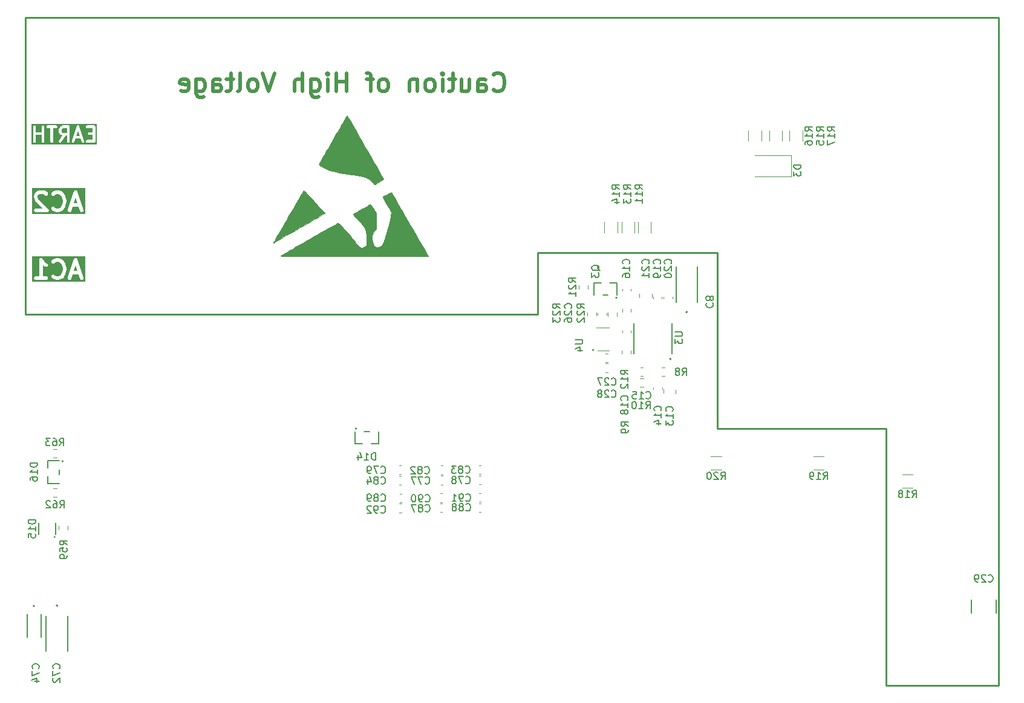
<source format=gbr>
%TF.GenerationSoftware,KiCad,Pcbnew,8.0.4*%
%TF.CreationDate,2024-10-06T11:33:23+07:00*%
%TF.ProjectId,PFC & LLC,50464320-2620-44c4-9c43-2e6b69636164,rev?*%
%TF.SameCoordinates,Original*%
%TF.FileFunction,Legend,Bot*%
%TF.FilePolarity,Positive*%
%FSLAX46Y46*%
G04 Gerber Fmt 4.6, Leading zero omitted, Abs format (unit mm)*
G04 Created by KiCad (PCBNEW 8.0.4) date 2024-10-06 11:33:23*
%MOMM*%
%LPD*%
G01*
G04 APERTURE LIST*
%ADD10C,0.254000*%
%ADD11C,0.508000*%
%ADD12C,0.381000*%
%ADD13C,0.152400*%
%ADD14C,0.120000*%
%ADD15C,0.127000*%
%ADD16C,0.200000*%
%ADD17C,0.010000*%
G04 APERTURE END LIST*
D10*
X143662400Y-124782800D02*
X159438400Y-124782800D01*
X94894400Y-64178800D02*
X120040400Y-64178800D01*
X159438400Y-31282800D02*
X23188400Y-31282800D01*
X23188400Y-72814800D02*
X94894400Y-72814800D01*
X159438400Y-88782800D02*
X159438400Y-31282800D01*
X23188400Y-31282800D02*
X23188400Y-72814800D01*
X143662400Y-88816800D02*
X143662400Y-124782800D01*
X120040400Y-64178800D02*
X120040400Y-88816800D01*
X159438400Y-124782800D02*
X159438400Y-88782800D01*
X120040400Y-88816800D02*
X143662400Y-88816800D01*
X94894400Y-72822800D02*
X94894400Y-64178800D01*
D11*
X88719399Y-41323831D02*
X88840351Y-41444784D01*
X88840351Y-41444784D02*
X89203209Y-41565736D01*
X89203209Y-41565736D02*
X89445113Y-41565736D01*
X89445113Y-41565736D02*
X89807970Y-41444784D01*
X89807970Y-41444784D02*
X90049875Y-41202879D01*
X90049875Y-41202879D02*
X90170828Y-40960974D01*
X90170828Y-40960974D02*
X90291780Y-40477164D01*
X90291780Y-40477164D02*
X90291780Y-40114307D01*
X90291780Y-40114307D02*
X90170828Y-39630498D01*
X90170828Y-39630498D02*
X90049875Y-39388593D01*
X90049875Y-39388593D02*
X89807970Y-39146688D01*
X89807970Y-39146688D02*
X89445113Y-39025736D01*
X89445113Y-39025736D02*
X89203209Y-39025736D01*
X89203209Y-39025736D02*
X88840351Y-39146688D01*
X88840351Y-39146688D02*
X88719399Y-39267641D01*
X86542256Y-41565736D02*
X86542256Y-40235260D01*
X86542256Y-40235260D02*
X86663209Y-39993355D01*
X86663209Y-39993355D02*
X86905113Y-39872403D01*
X86905113Y-39872403D02*
X87388923Y-39872403D01*
X87388923Y-39872403D02*
X87630828Y-39993355D01*
X86542256Y-41444784D02*
X86784161Y-41565736D01*
X86784161Y-41565736D02*
X87388923Y-41565736D01*
X87388923Y-41565736D02*
X87630828Y-41444784D01*
X87630828Y-41444784D02*
X87751780Y-41202879D01*
X87751780Y-41202879D02*
X87751780Y-40960974D01*
X87751780Y-40960974D02*
X87630828Y-40719069D01*
X87630828Y-40719069D02*
X87388923Y-40598117D01*
X87388923Y-40598117D02*
X86784161Y-40598117D01*
X86784161Y-40598117D02*
X86542256Y-40477164D01*
X84244161Y-39872403D02*
X84244161Y-41565736D01*
X85332733Y-39872403D02*
X85332733Y-41202879D01*
X85332733Y-41202879D02*
X85211780Y-41444784D01*
X85211780Y-41444784D02*
X84969875Y-41565736D01*
X84969875Y-41565736D02*
X84607018Y-41565736D01*
X84607018Y-41565736D02*
X84365114Y-41444784D01*
X84365114Y-41444784D02*
X84244161Y-41323831D01*
X83397495Y-39872403D02*
X82429876Y-39872403D01*
X83034638Y-39025736D02*
X83034638Y-41202879D01*
X83034638Y-41202879D02*
X82913685Y-41444784D01*
X82913685Y-41444784D02*
X82671780Y-41565736D01*
X82671780Y-41565736D02*
X82429876Y-41565736D01*
X81583209Y-41565736D02*
X81583209Y-39872403D01*
X81583209Y-39025736D02*
X81704161Y-39146688D01*
X81704161Y-39146688D02*
X81583209Y-39267641D01*
X81583209Y-39267641D02*
X81462256Y-39146688D01*
X81462256Y-39146688D02*
X81583209Y-39025736D01*
X81583209Y-39025736D02*
X81583209Y-39267641D01*
X80010827Y-41565736D02*
X80252732Y-41444784D01*
X80252732Y-41444784D02*
X80373685Y-41323831D01*
X80373685Y-41323831D02*
X80494637Y-41081926D01*
X80494637Y-41081926D02*
X80494637Y-40356212D01*
X80494637Y-40356212D02*
X80373685Y-40114307D01*
X80373685Y-40114307D02*
X80252732Y-39993355D01*
X80252732Y-39993355D02*
X80010827Y-39872403D01*
X80010827Y-39872403D02*
X79647970Y-39872403D01*
X79647970Y-39872403D02*
X79406066Y-39993355D01*
X79406066Y-39993355D02*
X79285113Y-40114307D01*
X79285113Y-40114307D02*
X79164161Y-40356212D01*
X79164161Y-40356212D02*
X79164161Y-41081926D01*
X79164161Y-41081926D02*
X79285113Y-41323831D01*
X79285113Y-41323831D02*
X79406066Y-41444784D01*
X79406066Y-41444784D02*
X79647970Y-41565736D01*
X79647970Y-41565736D02*
X80010827Y-41565736D01*
X78075590Y-39872403D02*
X78075590Y-41565736D01*
X78075590Y-40114307D02*
X77954637Y-39993355D01*
X77954637Y-39993355D02*
X77712732Y-39872403D01*
X77712732Y-39872403D02*
X77349875Y-39872403D01*
X77349875Y-39872403D02*
X77107971Y-39993355D01*
X77107971Y-39993355D02*
X76987018Y-40235260D01*
X76987018Y-40235260D02*
X76987018Y-41565736D01*
X73479399Y-41565736D02*
X73721304Y-41444784D01*
X73721304Y-41444784D02*
X73842257Y-41323831D01*
X73842257Y-41323831D02*
X73963209Y-41081926D01*
X73963209Y-41081926D02*
X73963209Y-40356212D01*
X73963209Y-40356212D02*
X73842257Y-40114307D01*
X73842257Y-40114307D02*
X73721304Y-39993355D01*
X73721304Y-39993355D02*
X73479399Y-39872403D01*
X73479399Y-39872403D02*
X73116542Y-39872403D01*
X73116542Y-39872403D02*
X72874638Y-39993355D01*
X72874638Y-39993355D02*
X72753685Y-40114307D01*
X72753685Y-40114307D02*
X72632733Y-40356212D01*
X72632733Y-40356212D02*
X72632733Y-41081926D01*
X72632733Y-41081926D02*
X72753685Y-41323831D01*
X72753685Y-41323831D02*
X72874638Y-41444784D01*
X72874638Y-41444784D02*
X73116542Y-41565736D01*
X73116542Y-41565736D02*
X73479399Y-41565736D01*
X71907019Y-39872403D02*
X70939400Y-39872403D01*
X71544162Y-41565736D02*
X71544162Y-39388593D01*
X71544162Y-39388593D02*
X71423209Y-39146688D01*
X71423209Y-39146688D02*
X71181304Y-39025736D01*
X71181304Y-39025736D02*
X70939400Y-39025736D01*
X68157495Y-41565736D02*
X68157495Y-39025736D01*
X68157495Y-40235260D02*
X66706066Y-40235260D01*
X66706066Y-41565736D02*
X66706066Y-39025736D01*
X65496543Y-41565736D02*
X65496543Y-39872403D01*
X65496543Y-39025736D02*
X65617495Y-39146688D01*
X65617495Y-39146688D02*
X65496543Y-39267641D01*
X65496543Y-39267641D02*
X65375590Y-39146688D01*
X65375590Y-39146688D02*
X65496543Y-39025736D01*
X65496543Y-39025736D02*
X65496543Y-39267641D01*
X63198447Y-39872403D02*
X63198447Y-41928593D01*
X63198447Y-41928593D02*
X63319400Y-42170498D01*
X63319400Y-42170498D02*
X63440352Y-42291450D01*
X63440352Y-42291450D02*
X63682257Y-42412403D01*
X63682257Y-42412403D02*
X64045114Y-42412403D01*
X64045114Y-42412403D02*
X64287019Y-42291450D01*
X63198447Y-41444784D02*
X63440352Y-41565736D01*
X63440352Y-41565736D02*
X63924161Y-41565736D01*
X63924161Y-41565736D02*
X64166066Y-41444784D01*
X64166066Y-41444784D02*
X64287019Y-41323831D01*
X64287019Y-41323831D02*
X64407971Y-41081926D01*
X64407971Y-41081926D02*
X64407971Y-40356212D01*
X64407971Y-40356212D02*
X64287019Y-40114307D01*
X64287019Y-40114307D02*
X64166066Y-39993355D01*
X64166066Y-39993355D02*
X63924161Y-39872403D01*
X63924161Y-39872403D02*
X63440352Y-39872403D01*
X63440352Y-39872403D02*
X63198447Y-39993355D01*
X61988924Y-41565736D02*
X61988924Y-39025736D01*
X60900352Y-41565736D02*
X60900352Y-40235260D01*
X60900352Y-40235260D02*
X61021305Y-39993355D01*
X61021305Y-39993355D02*
X61263209Y-39872403D01*
X61263209Y-39872403D02*
X61626066Y-39872403D01*
X61626066Y-39872403D02*
X61867971Y-39993355D01*
X61867971Y-39993355D02*
X61988924Y-40114307D01*
X58118448Y-39025736D02*
X57271781Y-41565736D01*
X57271781Y-41565736D02*
X56425114Y-39025736D01*
X55215590Y-41565736D02*
X55457495Y-41444784D01*
X55457495Y-41444784D02*
X55578448Y-41323831D01*
X55578448Y-41323831D02*
X55699400Y-41081926D01*
X55699400Y-41081926D02*
X55699400Y-40356212D01*
X55699400Y-40356212D02*
X55578448Y-40114307D01*
X55578448Y-40114307D02*
X55457495Y-39993355D01*
X55457495Y-39993355D02*
X55215590Y-39872403D01*
X55215590Y-39872403D02*
X54852733Y-39872403D01*
X54852733Y-39872403D02*
X54610829Y-39993355D01*
X54610829Y-39993355D02*
X54489876Y-40114307D01*
X54489876Y-40114307D02*
X54368924Y-40356212D01*
X54368924Y-40356212D02*
X54368924Y-41081926D01*
X54368924Y-41081926D02*
X54489876Y-41323831D01*
X54489876Y-41323831D02*
X54610829Y-41444784D01*
X54610829Y-41444784D02*
X54852733Y-41565736D01*
X54852733Y-41565736D02*
X55215590Y-41565736D01*
X52917495Y-41565736D02*
X53159400Y-41444784D01*
X53159400Y-41444784D02*
X53280353Y-41202879D01*
X53280353Y-41202879D02*
X53280353Y-39025736D01*
X52312734Y-39872403D02*
X51345115Y-39872403D01*
X51949877Y-39025736D02*
X51949877Y-41202879D01*
X51949877Y-41202879D02*
X51828924Y-41444784D01*
X51828924Y-41444784D02*
X51587019Y-41565736D01*
X51587019Y-41565736D02*
X51345115Y-41565736D01*
X49409876Y-41565736D02*
X49409876Y-40235260D01*
X49409876Y-40235260D02*
X49530829Y-39993355D01*
X49530829Y-39993355D02*
X49772733Y-39872403D01*
X49772733Y-39872403D02*
X50256543Y-39872403D01*
X50256543Y-39872403D02*
X50498448Y-39993355D01*
X49409876Y-41444784D02*
X49651781Y-41565736D01*
X49651781Y-41565736D02*
X50256543Y-41565736D01*
X50256543Y-41565736D02*
X50498448Y-41444784D01*
X50498448Y-41444784D02*
X50619400Y-41202879D01*
X50619400Y-41202879D02*
X50619400Y-40960974D01*
X50619400Y-40960974D02*
X50498448Y-40719069D01*
X50498448Y-40719069D02*
X50256543Y-40598117D01*
X50256543Y-40598117D02*
X49651781Y-40598117D01*
X49651781Y-40598117D02*
X49409876Y-40477164D01*
X47111781Y-39872403D02*
X47111781Y-41928593D01*
X47111781Y-41928593D02*
X47232734Y-42170498D01*
X47232734Y-42170498D02*
X47353686Y-42291450D01*
X47353686Y-42291450D02*
X47595591Y-42412403D01*
X47595591Y-42412403D02*
X47958448Y-42412403D01*
X47958448Y-42412403D02*
X48200353Y-42291450D01*
X47111781Y-41444784D02*
X47353686Y-41565736D01*
X47353686Y-41565736D02*
X47837495Y-41565736D01*
X47837495Y-41565736D02*
X48079400Y-41444784D01*
X48079400Y-41444784D02*
X48200353Y-41323831D01*
X48200353Y-41323831D02*
X48321305Y-41081926D01*
X48321305Y-41081926D02*
X48321305Y-40356212D01*
X48321305Y-40356212D02*
X48200353Y-40114307D01*
X48200353Y-40114307D02*
X48079400Y-39993355D01*
X48079400Y-39993355D02*
X47837495Y-39872403D01*
X47837495Y-39872403D02*
X47353686Y-39872403D01*
X47353686Y-39872403D02*
X47111781Y-39993355D01*
X44934639Y-41444784D02*
X45176543Y-41565736D01*
X45176543Y-41565736D02*
X45660353Y-41565736D01*
X45660353Y-41565736D02*
X45902258Y-41444784D01*
X45902258Y-41444784D02*
X46023210Y-41202879D01*
X46023210Y-41202879D02*
X46023210Y-40235260D01*
X46023210Y-40235260D02*
X45902258Y-39993355D01*
X45902258Y-39993355D02*
X45660353Y-39872403D01*
X45660353Y-39872403D02*
X45176543Y-39872403D01*
X45176543Y-39872403D02*
X44934639Y-39993355D01*
X44934639Y-39993355D02*
X44813686Y-40235260D01*
X44813686Y-40235260D02*
X44813686Y-40477164D01*
X44813686Y-40477164D02*
X46023210Y-40719069D01*
G36*
X30494079Y-66748022D02*
G01*
X29989367Y-66748022D01*
X30241722Y-65990954D01*
X30494079Y-66748022D01*
G37*
G36*
X31622617Y-68263958D02*
G01*
X24146572Y-68263958D01*
X24146572Y-67678183D01*
X24428794Y-67678183D01*
X24428794Y-67777289D01*
X24466720Y-67868851D01*
X24536798Y-67938929D01*
X24628360Y-67976855D01*
X24677913Y-67981736D01*
X26129342Y-67981736D01*
X26178895Y-67976855D01*
X26270457Y-67938929D01*
X26340535Y-67868851D01*
X26378461Y-67777289D01*
X26378461Y-67678183D01*
X26340535Y-67586621D01*
X26270457Y-67516543D01*
X26178895Y-67478617D01*
X26129342Y-67473736D01*
X25657628Y-67473736D01*
X25657628Y-65921899D01*
X25707832Y-65972103D01*
X25727312Y-65988090D01*
X25731706Y-65993156D01*
X25739343Y-65997963D01*
X25746322Y-66003691D01*
X25752518Y-66006257D01*
X25773845Y-66019683D01*
X26015750Y-66140635D01*
X26062255Y-66158430D01*
X26161111Y-66165455D01*
X26255131Y-66134115D01*
X26330000Y-66069181D01*
X26374322Y-65980538D01*
X26381347Y-65881681D01*
X26350007Y-65787662D01*
X26285073Y-65712792D01*
X26242934Y-65686265D01*
X26037894Y-65583745D01*
X25842923Y-65388774D01*
X25837133Y-65380089D01*
X26847841Y-65380089D01*
X26847842Y-65479195D01*
X26885769Y-65570756D01*
X26955847Y-65640835D01*
X27047409Y-65678761D01*
X27146515Y-65678760D01*
X27238076Y-65640833D01*
X27276567Y-65609245D01*
X27355118Y-65530692D01*
X27621991Y-65441736D01*
X27781455Y-65441736D01*
X28048326Y-65530692D01*
X28218686Y-65701052D01*
X28308736Y-65881150D01*
X28415342Y-66307574D01*
X28415342Y-66607896D01*
X28308736Y-67034321D01*
X28218686Y-67214419D01*
X28048326Y-67384779D01*
X27781455Y-67473736D01*
X27621991Y-67473736D01*
X27355118Y-67384779D01*
X27276567Y-67306227D01*
X27238076Y-67274639D01*
X27146515Y-67236712D01*
X27047409Y-67236711D01*
X26955847Y-67274637D01*
X26885769Y-67344716D01*
X26847842Y-67436277D01*
X26847841Y-67535383D01*
X26885767Y-67626945D01*
X26917355Y-67665435D01*
X27038307Y-67786389D01*
X27076798Y-67817977D01*
X27085231Y-67821470D01*
X27092125Y-67827449D01*
X27137592Y-67847750D01*
X27500450Y-67968702D01*
X27525022Y-67974288D01*
X27531218Y-67976855D01*
X27540201Y-67977739D01*
X27549003Y-67979741D01*
X27555691Y-67979265D01*
X27580771Y-67981736D01*
X27822675Y-67981736D01*
X27847754Y-67979265D01*
X27854443Y-67979741D01*
X27863244Y-67977739D01*
X27872228Y-67976855D01*
X27878422Y-67974289D01*
X27902997Y-67968702D01*
X28265854Y-67847750D01*
X28311320Y-67827449D01*
X28318214Y-67821469D01*
X28326646Y-67817977D01*
X28365137Y-67786389D01*
X28455558Y-67695968D01*
X29143051Y-67695968D01*
X29150076Y-67794824D01*
X29194397Y-67883467D01*
X29269268Y-67948401D01*
X29363288Y-67979741D01*
X29462144Y-67972716D01*
X29550787Y-67928395D01*
X29615721Y-67853524D01*
X29636022Y-67808058D01*
X29820034Y-67256022D01*
X30663412Y-67256022D01*
X30847424Y-67808058D01*
X30867725Y-67853524D01*
X30932659Y-67928394D01*
X31021302Y-67972716D01*
X31120158Y-67979741D01*
X31214178Y-67948401D01*
X31289048Y-67883467D01*
X31333370Y-67794824D01*
X31340395Y-67695968D01*
X31329355Y-67647414D01*
X30482689Y-65107414D01*
X30462388Y-65061948D01*
X30450497Y-65048237D01*
X30442381Y-65032005D01*
X30418323Y-65011140D01*
X30397454Y-64987077D01*
X30381218Y-64978959D01*
X30367511Y-64967071D01*
X30337301Y-64957001D01*
X30308811Y-64942756D01*
X30290706Y-64941469D01*
X30273491Y-64935731D01*
X30241723Y-64937988D01*
X30209955Y-64935731D01*
X30192739Y-64941469D01*
X30174635Y-64942756D01*
X30146145Y-64957000D01*
X30115935Y-64967071D01*
X30102224Y-64978961D01*
X30085992Y-64987078D01*
X30065127Y-65011135D01*
X30041064Y-65032005D01*
X30032946Y-65048240D01*
X30021058Y-65061948D01*
X30000757Y-65107414D01*
X29154090Y-67647414D01*
X29143051Y-67695968D01*
X28455558Y-67695968D01*
X28607042Y-67544484D01*
X28623029Y-67525003D01*
X28628095Y-67520610D01*
X28632902Y-67512972D01*
X28638630Y-67505994D01*
X28641196Y-67499796D01*
X28654621Y-67478472D01*
X28775574Y-67236567D01*
X28776962Y-67232939D01*
X28778053Y-67231467D01*
X28785485Y-67210663D01*
X28793369Y-67190062D01*
X28793498Y-67188236D01*
X28794806Y-67184578D01*
X28915758Y-66700768D01*
X28917028Y-66692175D01*
X28918461Y-66688717D01*
X28920299Y-66670051D01*
X28923041Y-66651510D01*
X28922490Y-66647809D01*
X28923342Y-66639164D01*
X28923342Y-66276307D01*
X28922490Y-66267661D01*
X28923041Y-66263961D01*
X28920299Y-66245419D01*
X28918461Y-66226754D01*
X28917028Y-66223295D01*
X28915758Y-66214703D01*
X28794806Y-65730894D01*
X28793498Y-65727235D01*
X28793369Y-65725410D01*
X28785488Y-65704816D01*
X28778053Y-65684004D01*
X28776961Y-65682530D01*
X28775574Y-65678905D01*
X28654621Y-65437000D01*
X28641196Y-65415675D01*
X28638630Y-65409478D01*
X28632902Y-65402499D01*
X28628095Y-65394862D01*
X28623029Y-65390468D01*
X28607042Y-65370988D01*
X28365137Y-65129083D01*
X28326646Y-65097495D01*
X28318214Y-65094002D01*
X28311320Y-65088023D01*
X28265854Y-65067722D01*
X27902997Y-64946770D01*
X27878422Y-64941182D01*
X27872228Y-64938617D01*
X27863244Y-64937732D01*
X27854443Y-64935731D01*
X27847754Y-64936206D01*
X27822675Y-64933736D01*
X27580771Y-64933736D01*
X27555691Y-64936206D01*
X27549003Y-64935731D01*
X27540201Y-64937732D01*
X27531218Y-64938617D01*
X27525022Y-64941183D01*
X27500450Y-64946770D01*
X27137592Y-65067722D01*
X27092125Y-65088023D01*
X27085231Y-65094001D01*
X27076798Y-65097495D01*
X27038307Y-65129083D01*
X26917355Y-65250037D01*
X26885767Y-65288527D01*
X26847841Y-65380089D01*
X25837133Y-65380089D01*
X25614969Y-65046842D01*
X25614854Y-65046702D01*
X25614821Y-65046621D01*
X25614638Y-65046438D01*
X25583421Y-65008319D01*
X25562525Y-64994325D01*
X25544743Y-64976543D01*
X25521751Y-64967019D01*
X25501075Y-64953173D01*
X25476415Y-64948240D01*
X25453181Y-64938617D01*
X25428298Y-64938617D01*
X25403894Y-64933736D01*
X25379221Y-64938617D01*
X25354075Y-64938617D01*
X25331085Y-64948139D01*
X25306673Y-64952969D01*
X25285748Y-64966918D01*
X25262513Y-64976543D01*
X25244916Y-64994139D01*
X25224211Y-65007943D01*
X25210217Y-65028838D01*
X25192435Y-65046621D01*
X25182911Y-65069612D01*
X25169065Y-65090289D01*
X25164132Y-65114948D01*
X25154509Y-65138183D01*
X25149679Y-65187211D01*
X25149628Y-65187470D01*
X25149645Y-65187558D01*
X25149628Y-65187736D01*
X25149628Y-67473736D01*
X24677913Y-67473736D01*
X24628360Y-67478617D01*
X24536798Y-67516543D01*
X24466720Y-67586621D01*
X24428794Y-67678183D01*
X24146572Y-67678183D01*
X24146572Y-64651514D01*
X31622617Y-64651514D01*
X31622617Y-68263958D01*
G37*
D12*
G36*
X29032603Y-47410590D02*
G01*
X28493980Y-47410590D01*
X28368329Y-47347765D01*
X28315284Y-47294721D01*
X28252460Y-47169072D01*
X28252460Y-46968727D01*
X28315284Y-46843078D01*
X28368329Y-46790033D01*
X28493980Y-46727209D01*
X29032603Y-46727209D01*
X29032603Y-47410590D01*
G37*
G36*
X30797275Y-47797638D02*
G01*
X30358264Y-47797638D01*
X30577769Y-47139121D01*
X30797275Y-47797638D01*
G37*
G36*
X33219571Y-48984987D02*
G01*
X24065492Y-48984987D01*
X24065492Y-46536709D01*
X24291270Y-46536709D01*
X24291270Y-48568709D01*
X24294930Y-48605874D01*
X24323375Y-48674545D01*
X24375934Y-48727104D01*
X24444605Y-48755549D01*
X24518935Y-48755549D01*
X24587606Y-48727104D01*
X24640165Y-48674545D01*
X24668610Y-48605874D01*
X24672270Y-48568709D01*
X24672270Y-47694828D01*
X25452413Y-47694828D01*
X25452413Y-48568709D01*
X25456073Y-48605874D01*
X25484518Y-48674545D01*
X25537077Y-48727104D01*
X25605748Y-48755549D01*
X25680078Y-48755549D01*
X25748749Y-48727104D01*
X25801308Y-48674545D01*
X25829753Y-48605874D01*
X25833413Y-48568709D01*
X25833413Y-46536709D01*
X25829753Y-46499544D01*
X26133406Y-46499544D01*
X26133406Y-46573874D01*
X26161851Y-46642545D01*
X26214410Y-46695104D01*
X26283081Y-46723549D01*
X26320246Y-46727209D01*
X26710317Y-46727209D01*
X26710317Y-48568709D01*
X26713977Y-48605874D01*
X26742422Y-48674545D01*
X26794981Y-48727104D01*
X26863652Y-48755549D01*
X26937982Y-48755549D01*
X27006653Y-48727104D01*
X27059212Y-48674545D01*
X27087657Y-48605874D01*
X27091317Y-48568709D01*
X27091317Y-46923757D01*
X27871460Y-46923757D01*
X27871460Y-47214043D01*
X27875120Y-47251208D01*
X27877739Y-47257532D01*
X27878225Y-47264359D01*
X27891572Y-47299237D01*
X27988333Y-47492761D01*
X27998401Y-47508754D01*
X28000327Y-47513404D01*
X28004623Y-47518639D01*
X28008228Y-47524365D01*
X28012026Y-47527659D01*
X28024019Y-47542272D01*
X28120781Y-47639032D01*
X28135387Y-47651020D01*
X28138685Y-47654822D01*
X28144413Y-47658427D01*
X28149648Y-47662724D01*
X28154299Y-47664650D01*
X28170290Y-47674716D01*
X28363813Y-47771478D01*
X28382484Y-47778623D01*
X27905896Y-48459464D01*
X27887582Y-48492010D01*
X27871505Y-48564580D01*
X27884422Y-48637778D01*
X27924368Y-48700462D01*
X27985261Y-48743087D01*
X28057831Y-48759164D01*
X28131029Y-48746247D01*
X28193713Y-48706301D01*
X28218024Y-48677954D01*
X28838479Y-47791590D01*
X29032603Y-47791590D01*
X29032603Y-48568709D01*
X29036263Y-48605874D01*
X29064708Y-48674545D01*
X29117267Y-48727104D01*
X29185938Y-48755549D01*
X29260268Y-48755549D01*
X29328939Y-48727104D01*
X29381498Y-48674545D01*
X29409943Y-48605874D01*
X29413603Y-48568709D01*
X29413603Y-48544883D01*
X29711431Y-48544883D01*
X29716701Y-48619025D01*
X29749942Y-48685507D01*
X29806094Y-48734208D01*
X29876610Y-48757714D01*
X29950752Y-48752444D01*
X30017234Y-48719203D01*
X30065935Y-48663051D01*
X30081160Y-48628950D01*
X30231264Y-48178638D01*
X30924275Y-48178638D01*
X31074379Y-48628950D01*
X31089604Y-48663051D01*
X31138305Y-48719203D01*
X31204787Y-48752444D01*
X31278929Y-48757713D01*
X31349445Y-48734208D01*
X31405597Y-48685507D01*
X31438838Y-48619025D01*
X31444107Y-48544882D01*
X31435827Y-48508467D01*
X30766185Y-46499544D01*
X31648834Y-46499544D01*
X31648834Y-46573874D01*
X31677279Y-46642545D01*
X31729838Y-46695104D01*
X31798509Y-46723549D01*
X31835674Y-46727209D01*
X32612793Y-46727209D01*
X32612793Y-47313828D01*
X32125960Y-47313828D01*
X32088795Y-47317488D01*
X32020124Y-47345933D01*
X31967565Y-47398492D01*
X31939120Y-47467163D01*
X31939120Y-47541493D01*
X31967565Y-47610164D01*
X32020124Y-47662723D01*
X32088795Y-47691168D01*
X32125960Y-47694828D01*
X32612793Y-47694828D01*
X32612793Y-48378209D01*
X31835674Y-48378209D01*
X31798509Y-48381869D01*
X31729838Y-48410314D01*
X31677279Y-48462873D01*
X31648834Y-48531544D01*
X31648834Y-48605874D01*
X31677279Y-48674545D01*
X31729838Y-48727104D01*
X31798509Y-48755549D01*
X31835674Y-48759209D01*
X32803293Y-48759209D01*
X32840458Y-48755549D01*
X32909129Y-48727104D01*
X32961688Y-48674545D01*
X32990133Y-48605874D01*
X32993793Y-48568709D01*
X32993793Y-46536709D01*
X32990133Y-46499544D01*
X32961688Y-46430873D01*
X32909129Y-46378314D01*
X32840458Y-46349869D01*
X32803293Y-46346209D01*
X31835674Y-46346209D01*
X31798509Y-46349869D01*
X31729838Y-46378314D01*
X31677279Y-46430873D01*
X31648834Y-46499544D01*
X30766185Y-46499544D01*
X30758493Y-46476468D01*
X30743268Y-46442367D01*
X30734349Y-46432084D01*
X30728263Y-46419911D01*
X30710217Y-46404260D01*
X30694567Y-46386215D01*
X30682393Y-46380128D01*
X30672111Y-46371210D01*
X30649447Y-46363655D01*
X30628085Y-46352974D01*
X30614509Y-46352009D01*
X30601595Y-46347704D01*
X30577769Y-46349397D01*
X30553943Y-46347704D01*
X30541028Y-46352009D01*
X30527453Y-46352974D01*
X30506090Y-46363655D01*
X30483427Y-46371210D01*
X30473144Y-46380128D01*
X30460971Y-46386215D01*
X30445320Y-46404260D01*
X30427275Y-46419911D01*
X30421188Y-46432084D01*
X30412270Y-46442367D01*
X30397045Y-46476468D01*
X29719712Y-48508468D01*
X29711431Y-48544883D01*
X29413603Y-48544883D01*
X29413603Y-46536709D01*
X29409943Y-46499544D01*
X29381498Y-46430873D01*
X29328939Y-46378314D01*
X29260268Y-46349869D01*
X29223103Y-46346209D01*
X28449008Y-46346209D01*
X28411843Y-46349869D01*
X28405518Y-46352488D01*
X28398692Y-46352974D01*
X28363813Y-46366321D01*
X28170290Y-46463083D01*
X28154294Y-46473151D01*
X28149648Y-46475076D01*
X28144416Y-46479369D01*
X28138685Y-46482977D01*
X28135387Y-46486779D01*
X28120780Y-46498767D01*
X28024018Y-46595529D01*
X28012027Y-46610139D01*
X28008228Y-46613435D01*
X28004621Y-46619164D01*
X28000327Y-46624397D01*
X27998402Y-46629043D01*
X27988333Y-46645039D01*
X27891572Y-46838563D01*
X27878225Y-46873441D01*
X27877739Y-46880267D01*
X27875120Y-46886592D01*
X27871460Y-46923757D01*
X27091317Y-46923757D01*
X27091317Y-46727209D01*
X27481389Y-46727209D01*
X27518554Y-46723549D01*
X27587225Y-46695104D01*
X27639784Y-46642545D01*
X27668229Y-46573874D01*
X27668229Y-46499544D01*
X27639784Y-46430873D01*
X27587225Y-46378314D01*
X27518554Y-46349869D01*
X27481389Y-46346209D01*
X26320246Y-46346209D01*
X26283081Y-46349869D01*
X26214410Y-46378314D01*
X26161851Y-46430873D01*
X26133406Y-46499544D01*
X25829753Y-46499544D01*
X25801308Y-46430873D01*
X25748749Y-46378314D01*
X25680078Y-46349869D01*
X25605748Y-46349869D01*
X25537077Y-46378314D01*
X25484518Y-46430873D01*
X25456073Y-46499544D01*
X25452413Y-46536709D01*
X25452413Y-47313828D01*
X24672270Y-47313828D01*
X24672270Y-46536709D01*
X24668610Y-46499544D01*
X24640165Y-46430873D01*
X24587606Y-46378314D01*
X24518935Y-46349869D01*
X24444605Y-46349869D01*
X24375934Y-46378314D01*
X24323375Y-46430873D01*
X24294930Y-46499544D01*
X24291270Y-46536709D01*
X24065492Y-46536709D01*
X24065492Y-46120431D01*
X33219571Y-46120431D01*
X33219571Y-48984987D01*
G37*
D11*
G36*
X30494079Y-57248422D02*
G01*
X29989367Y-57248422D01*
X30241722Y-56491354D01*
X30494079Y-57248422D01*
G37*
G36*
X31622617Y-58764358D02*
G01*
X24141691Y-58764358D01*
X24141691Y-56171945D01*
X24423913Y-56171945D01*
X24423913Y-56413850D01*
X24426383Y-56438929D01*
X24425908Y-56445619D01*
X24427909Y-56454419D01*
X24428794Y-56463403D01*
X24431360Y-56469599D01*
X24436948Y-56494172D01*
X24557901Y-56857029D01*
X24578201Y-56902496D01*
X24584181Y-56909391D01*
X24587673Y-56917821D01*
X24619261Y-56956312D01*
X25637084Y-57974136D01*
X24677913Y-57974136D01*
X24628360Y-57979017D01*
X24536798Y-58016943D01*
X24466720Y-58087021D01*
X24428794Y-58178583D01*
X24428794Y-58277689D01*
X24466720Y-58369251D01*
X24536798Y-58439329D01*
X24628360Y-58477255D01*
X24677913Y-58482136D01*
X26250294Y-58482136D01*
X26299847Y-58477255D01*
X26391409Y-58439329D01*
X26461487Y-58369251D01*
X26499413Y-58277689D01*
X26499413Y-58178583D01*
X26461487Y-58087021D01*
X26461482Y-58087016D01*
X26429899Y-58048531D01*
X25020869Y-56639500D01*
X24931913Y-56372632D01*
X24931913Y-56231906D01*
X25007616Y-56080499D01*
X25070276Y-56017839D01*
X25221685Y-55942136D01*
X25706523Y-55942136D01*
X25857931Y-56017839D01*
X25949736Y-56109646D01*
X25988227Y-56141234D01*
X26079789Y-56179160D01*
X26178894Y-56179161D01*
X26270456Y-56141235D01*
X26340535Y-56071157D01*
X26378461Y-55979595D01*
X26378462Y-55880490D01*
X26378462Y-55880489D01*
X26847841Y-55880489D01*
X26847842Y-55979595D01*
X26885769Y-56071156D01*
X26955847Y-56141235D01*
X27047409Y-56179161D01*
X27146515Y-56179160D01*
X27238076Y-56141233D01*
X27276567Y-56109645D01*
X27355118Y-56031092D01*
X27621991Y-55942136D01*
X27781455Y-55942136D01*
X28048326Y-56031092D01*
X28218686Y-56201452D01*
X28308736Y-56381550D01*
X28415342Y-56807974D01*
X28415342Y-57108296D01*
X28308736Y-57534721D01*
X28218686Y-57714819D01*
X28048326Y-57885179D01*
X27781455Y-57974136D01*
X27621991Y-57974136D01*
X27355118Y-57885179D01*
X27276567Y-57806627D01*
X27238076Y-57775039D01*
X27146515Y-57737112D01*
X27047409Y-57737111D01*
X26955847Y-57775037D01*
X26885769Y-57845116D01*
X26847842Y-57936677D01*
X26847841Y-58035783D01*
X26885767Y-58127345D01*
X26917355Y-58165835D01*
X27038307Y-58286789D01*
X27076798Y-58318377D01*
X27085231Y-58321870D01*
X27092125Y-58327849D01*
X27137592Y-58348150D01*
X27500450Y-58469102D01*
X27525022Y-58474688D01*
X27531218Y-58477255D01*
X27540201Y-58478139D01*
X27549003Y-58480141D01*
X27555691Y-58479665D01*
X27580771Y-58482136D01*
X27822675Y-58482136D01*
X27847754Y-58479665D01*
X27854443Y-58480141D01*
X27863244Y-58478139D01*
X27872228Y-58477255D01*
X27878422Y-58474689D01*
X27902997Y-58469102D01*
X28265854Y-58348150D01*
X28311320Y-58327849D01*
X28318214Y-58321869D01*
X28326646Y-58318377D01*
X28365137Y-58286789D01*
X28455558Y-58196368D01*
X29143051Y-58196368D01*
X29150076Y-58295224D01*
X29194397Y-58383867D01*
X29269268Y-58448801D01*
X29363288Y-58480141D01*
X29462144Y-58473116D01*
X29550787Y-58428795D01*
X29615721Y-58353924D01*
X29636022Y-58308458D01*
X29820034Y-57756422D01*
X30663412Y-57756422D01*
X30847424Y-58308458D01*
X30867725Y-58353924D01*
X30932659Y-58428794D01*
X31021302Y-58473116D01*
X31120158Y-58480141D01*
X31214178Y-58448801D01*
X31289048Y-58383867D01*
X31333370Y-58295224D01*
X31340395Y-58196368D01*
X31329355Y-58147814D01*
X30482689Y-55607814D01*
X30462388Y-55562348D01*
X30450497Y-55548637D01*
X30442381Y-55532405D01*
X30418323Y-55511540D01*
X30397454Y-55487477D01*
X30381218Y-55479359D01*
X30367511Y-55467471D01*
X30337301Y-55457401D01*
X30308811Y-55443156D01*
X30290706Y-55441869D01*
X30273491Y-55436131D01*
X30241723Y-55438388D01*
X30209955Y-55436131D01*
X30192739Y-55441869D01*
X30174635Y-55443156D01*
X30146145Y-55457400D01*
X30115935Y-55467471D01*
X30102224Y-55479361D01*
X30085992Y-55487478D01*
X30065127Y-55511535D01*
X30041064Y-55532405D01*
X30032946Y-55548640D01*
X30021058Y-55562348D01*
X30000757Y-55607814D01*
X29154090Y-58147814D01*
X29143051Y-58196368D01*
X28455558Y-58196368D01*
X28607042Y-58044884D01*
X28623029Y-58025403D01*
X28628095Y-58021010D01*
X28632902Y-58013372D01*
X28638630Y-58006394D01*
X28641196Y-58000196D01*
X28654621Y-57978872D01*
X28775574Y-57736967D01*
X28776962Y-57733339D01*
X28778053Y-57731867D01*
X28785485Y-57711063D01*
X28793369Y-57690462D01*
X28793498Y-57688636D01*
X28794806Y-57684978D01*
X28915758Y-57201168D01*
X28917028Y-57192575D01*
X28918461Y-57189117D01*
X28920299Y-57170451D01*
X28923041Y-57151910D01*
X28922490Y-57148209D01*
X28923342Y-57139564D01*
X28923342Y-56776707D01*
X28922490Y-56768061D01*
X28923041Y-56764361D01*
X28920299Y-56745819D01*
X28918461Y-56727154D01*
X28917028Y-56723695D01*
X28915758Y-56715103D01*
X28794806Y-56231294D01*
X28793498Y-56227635D01*
X28793369Y-56225810D01*
X28785488Y-56205216D01*
X28778053Y-56184404D01*
X28776961Y-56182930D01*
X28775574Y-56179305D01*
X28654621Y-55937400D01*
X28641196Y-55916075D01*
X28638630Y-55909878D01*
X28632902Y-55902899D01*
X28628095Y-55895262D01*
X28623029Y-55890868D01*
X28607042Y-55871388D01*
X28365137Y-55629483D01*
X28326646Y-55597895D01*
X28318214Y-55594402D01*
X28311320Y-55588423D01*
X28265854Y-55568122D01*
X27902997Y-55447170D01*
X27878422Y-55441582D01*
X27872228Y-55439017D01*
X27863244Y-55438132D01*
X27854443Y-55436131D01*
X27847754Y-55436606D01*
X27822675Y-55434136D01*
X27580771Y-55434136D01*
X27555691Y-55436606D01*
X27549003Y-55436131D01*
X27540201Y-55438132D01*
X27531218Y-55439017D01*
X27525022Y-55441583D01*
X27500450Y-55447170D01*
X27137592Y-55568122D01*
X27092125Y-55588423D01*
X27085231Y-55594401D01*
X27076798Y-55597895D01*
X27038307Y-55629483D01*
X26917355Y-55750437D01*
X26885767Y-55788927D01*
X26847841Y-55880489D01*
X26378462Y-55880489D01*
X26340536Y-55788928D01*
X26308948Y-55750437D01*
X26187996Y-55629484D01*
X26168516Y-55613497D01*
X26164121Y-55608430D01*
X26156478Y-55603619D01*
X26149505Y-55597896D01*
X26143312Y-55595331D01*
X26121982Y-55581903D01*
X25880077Y-55460951D01*
X25833572Y-55443156D01*
X25824468Y-55442509D01*
X25816038Y-55439017D01*
X25766485Y-55434136D01*
X25161723Y-55434136D01*
X25112170Y-55439017D01*
X25103739Y-55442509D01*
X25094636Y-55443156D01*
X25048131Y-55460951D01*
X24806226Y-55581903D01*
X24784899Y-55595328D01*
X24778703Y-55597895D01*
X24771723Y-55603622D01*
X24764087Y-55608430D01*
X24759694Y-55613494D01*
X24740212Y-55629483D01*
X24619260Y-55750437D01*
X24603273Y-55769916D01*
X24598208Y-55774310D01*
X24593400Y-55781946D01*
X24587672Y-55788927D01*
X24585104Y-55795125D01*
X24571682Y-55816448D01*
X24450729Y-56058352D01*
X24432934Y-56104856D01*
X24432287Y-56113959D01*
X24428794Y-56122392D01*
X24423913Y-56171945D01*
X24141691Y-56171945D01*
X24141691Y-55151914D01*
X31622617Y-55151914D01*
X31622617Y-58764358D01*
G37*
D13*
X112125334Y-86309457D02*
X112173715Y-86261076D01*
X112173715Y-86261076D02*
X112222095Y-86115933D01*
X112222095Y-86115933D02*
X112222095Y-86019171D01*
X112222095Y-86019171D02*
X112173715Y-85874028D01*
X112173715Y-85874028D02*
X112076953Y-85777266D01*
X112076953Y-85777266D02*
X111980191Y-85728885D01*
X111980191Y-85728885D02*
X111786667Y-85680504D01*
X111786667Y-85680504D02*
X111641524Y-85680504D01*
X111641524Y-85680504D02*
X111448000Y-85728885D01*
X111448000Y-85728885D02*
X111351238Y-85777266D01*
X111351238Y-85777266D02*
X111254476Y-85874028D01*
X111254476Y-85874028D02*
X111206095Y-86019171D01*
X111206095Y-86019171D02*
X111206095Y-86115933D01*
X111206095Y-86115933D02*
X111254476Y-86261076D01*
X111254476Y-86261076D02*
X111302857Y-86309457D01*
X112222095Y-87277076D02*
X112222095Y-86696504D01*
X112222095Y-86986790D02*
X111206095Y-86986790D01*
X111206095Y-86986790D02*
X111351238Y-86890028D01*
X111351238Y-86890028D02*
X111448000Y-86793266D01*
X111448000Y-86793266D02*
X111496381Y-86696504D01*
X111544762Y-88147933D02*
X112222095Y-88147933D01*
X111157715Y-87906028D02*
X111883429Y-87664123D01*
X111883429Y-87664123D02*
X111883429Y-88293076D01*
X113750934Y-86385657D02*
X113799315Y-86337276D01*
X113799315Y-86337276D02*
X113847695Y-86192133D01*
X113847695Y-86192133D02*
X113847695Y-86095371D01*
X113847695Y-86095371D02*
X113799315Y-85950228D01*
X113799315Y-85950228D02*
X113702553Y-85853466D01*
X113702553Y-85853466D02*
X113605791Y-85805085D01*
X113605791Y-85805085D02*
X113412267Y-85756704D01*
X113412267Y-85756704D02*
X113267124Y-85756704D01*
X113267124Y-85756704D02*
X113073600Y-85805085D01*
X113073600Y-85805085D02*
X112976838Y-85853466D01*
X112976838Y-85853466D02*
X112880076Y-85950228D01*
X112880076Y-85950228D02*
X112831695Y-86095371D01*
X112831695Y-86095371D02*
X112831695Y-86192133D01*
X112831695Y-86192133D02*
X112880076Y-86337276D01*
X112880076Y-86337276D02*
X112928457Y-86385657D01*
X113847695Y-87353276D02*
X113847695Y-86772704D01*
X113847695Y-87062990D02*
X112831695Y-87062990D01*
X112831695Y-87062990D02*
X112976838Y-86966228D01*
X112976838Y-86966228D02*
X113073600Y-86869466D01*
X113073600Y-86869466D02*
X113121981Y-86772704D01*
X112831695Y-87691942D02*
X112831695Y-88320895D01*
X112831695Y-88320895D02*
X113218743Y-87982228D01*
X113218743Y-87982228D02*
X113218743Y-88127371D01*
X113218743Y-88127371D02*
X113267124Y-88224133D01*
X113267124Y-88224133D02*
X113315505Y-88272514D01*
X113315505Y-88272514D02*
X113412267Y-88320895D01*
X113412267Y-88320895D02*
X113654172Y-88320895D01*
X113654172Y-88320895D02*
X113750934Y-88272514D01*
X113750934Y-88272514D02*
X113799315Y-88224133D01*
X113799315Y-88224133D02*
X113847695Y-88127371D01*
X113847695Y-88127371D02*
X113847695Y-87837085D01*
X113847695Y-87837085D02*
X113799315Y-87740323D01*
X113799315Y-87740323D02*
X113750934Y-87691942D01*
X158006142Y-110213334D02*
X158054523Y-110261715D01*
X158054523Y-110261715D02*
X158199666Y-110310095D01*
X158199666Y-110310095D02*
X158296428Y-110310095D01*
X158296428Y-110310095D02*
X158441571Y-110261715D01*
X158441571Y-110261715D02*
X158538333Y-110164953D01*
X158538333Y-110164953D02*
X158586714Y-110068191D01*
X158586714Y-110068191D02*
X158635095Y-109874667D01*
X158635095Y-109874667D02*
X158635095Y-109729524D01*
X158635095Y-109729524D02*
X158586714Y-109536000D01*
X158586714Y-109536000D02*
X158538333Y-109439238D01*
X158538333Y-109439238D02*
X158441571Y-109342476D01*
X158441571Y-109342476D02*
X158296428Y-109294095D01*
X158296428Y-109294095D02*
X158199666Y-109294095D01*
X158199666Y-109294095D02*
X158054523Y-109342476D01*
X158054523Y-109342476D02*
X158006142Y-109390857D01*
X157619095Y-109390857D02*
X157570714Y-109342476D01*
X157570714Y-109342476D02*
X157473952Y-109294095D01*
X157473952Y-109294095D02*
X157232047Y-109294095D01*
X157232047Y-109294095D02*
X157135285Y-109342476D01*
X157135285Y-109342476D02*
X157086904Y-109390857D01*
X157086904Y-109390857D02*
X157038523Y-109487619D01*
X157038523Y-109487619D02*
X157038523Y-109584381D01*
X157038523Y-109584381D02*
X157086904Y-109729524D01*
X157086904Y-109729524D02*
X157667476Y-110310095D01*
X157667476Y-110310095D02*
X157038523Y-110310095D01*
X156554714Y-110310095D02*
X156361190Y-110310095D01*
X156361190Y-110310095D02*
X156264428Y-110261715D01*
X156264428Y-110261715D02*
X156216047Y-110213334D01*
X156216047Y-110213334D02*
X156119285Y-110068191D01*
X156119285Y-110068191D02*
X156070904Y-109874667D01*
X156070904Y-109874667D02*
X156070904Y-109487619D01*
X156070904Y-109487619D02*
X156119285Y-109390857D01*
X156119285Y-109390857D02*
X156167666Y-109342476D01*
X156167666Y-109342476D02*
X156264428Y-109294095D01*
X156264428Y-109294095D02*
X156457952Y-109294095D01*
X156457952Y-109294095D02*
X156554714Y-109342476D01*
X156554714Y-109342476D02*
X156603095Y-109390857D01*
X156603095Y-109390857D02*
X156651476Y-109487619D01*
X156651476Y-109487619D02*
X156651476Y-109729524D01*
X156651476Y-109729524D02*
X156603095Y-109826286D01*
X156603095Y-109826286D02*
X156554714Y-109874667D01*
X156554714Y-109874667D02*
X156457952Y-109923048D01*
X156457952Y-109923048D02*
X156264428Y-109923048D01*
X156264428Y-109923048D02*
X156167666Y-109874667D01*
X156167666Y-109874667D02*
X156119285Y-109826286D01*
X156119285Y-109826286D02*
X156070904Y-109729524D01*
X105250342Y-82654334D02*
X105298723Y-82702715D01*
X105298723Y-82702715D02*
X105443866Y-82751095D01*
X105443866Y-82751095D02*
X105540628Y-82751095D01*
X105540628Y-82751095D02*
X105685771Y-82702715D01*
X105685771Y-82702715D02*
X105782533Y-82605953D01*
X105782533Y-82605953D02*
X105830914Y-82509191D01*
X105830914Y-82509191D02*
X105879295Y-82315667D01*
X105879295Y-82315667D02*
X105879295Y-82170524D01*
X105879295Y-82170524D02*
X105830914Y-81977000D01*
X105830914Y-81977000D02*
X105782533Y-81880238D01*
X105782533Y-81880238D02*
X105685771Y-81783476D01*
X105685771Y-81783476D02*
X105540628Y-81735095D01*
X105540628Y-81735095D02*
X105443866Y-81735095D01*
X105443866Y-81735095D02*
X105298723Y-81783476D01*
X105298723Y-81783476D02*
X105250342Y-81831857D01*
X104863295Y-81831857D02*
X104814914Y-81783476D01*
X104814914Y-81783476D02*
X104718152Y-81735095D01*
X104718152Y-81735095D02*
X104476247Y-81735095D01*
X104476247Y-81735095D02*
X104379485Y-81783476D01*
X104379485Y-81783476D02*
X104331104Y-81831857D01*
X104331104Y-81831857D02*
X104282723Y-81928619D01*
X104282723Y-81928619D02*
X104282723Y-82025381D01*
X104282723Y-82025381D02*
X104331104Y-82170524D01*
X104331104Y-82170524D02*
X104911676Y-82751095D01*
X104911676Y-82751095D02*
X104282723Y-82751095D01*
X103944057Y-81735095D02*
X103266723Y-81735095D01*
X103266723Y-81735095D02*
X103702152Y-82751095D01*
X134917542Y-95924895D02*
X135256209Y-95441086D01*
X135498114Y-95924895D02*
X135498114Y-94908895D01*
X135498114Y-94908895D02*
X135111066Y-94908895D01*
X135111066Y-94908895D02*
X135014304Y-94957276D01*
X135014304Y-94957276D02*
X134965923Y-95005657D01*
X134965923Y-95005657D02*
X134917542Y-95102419D01*
X134917542Y-95102419D02*
X134917542Y-95247562D01*
X134917542Y-95247562D02*
X134965923Y-95344324D01*
X134965923Y-95344324D02*
X135014304Y-95392705D01*
X135014304Y-95392705D02*
X135111066Y-95441086D01*
X135111066Y-95441086D02*
X135498114Y-95441086D01*
X133949923Y-95924895D02*
X134530495Y-95924895D01*
X134240209Y-95924895D02*
X134240209Y-94908895D01*
X134240209Y-94908895D02*
X134336971Y-95054038D01*
X134336971Y-95054038D02*
X134433733Y-95150800D01*
X134433733Y-95150800D02*
X134530495Y-95199181D01*
X133466114Y-95924895D02*
X133272590Y-95924895D01*
X133272590Y-95924895D02*
X133175828Y-95876515D01*
X133175828Y-95876515D02*
X133127447Y-95828134D01*
X133127447Y-95828134D02*
X133030685Y-95682991D01*
X133030685Y-95682991D02*
X132982304Y-95489467D01*
X132982304Y-95489467D02*
X132982304Y-95102419D01*
X132982304Y-95102419D02*
X133030685Y-95005657D01*
X133030685Y-95005657D02*
X133079066Y-94957276D01*
X133079066Y-94957276D02*
X133175828Y-94908895D01*
X133175828Y-94908895D02*
X133369352Y-94908895D01*
X133369352Y-94908895D02*
X133466114Y-94957276D01*
X133466114Y-94957276D02*
X133514495Y-95005657D01*
X133514495Y-95005657D02*
X133562876Y-95102419D01*
X133562876Y-95102419D02*
X133562876Y-95344324D01*
X133562876Y-95344324D02*
X133514495Y-95441086D01*
X133514495Y-95441086D02*
X133466114Y-95489467D01*
X133466114Y-95489467D02*
X133369352Y-95537848D01*
X133369352Y-95537848D02*
X133175828Y-95537848D01*
X133175828Y-95537848D02*
X133079066Y-95489467D01*
X133079066Y-95489467D02*
X133030685Y-95441086D01*
X133030685Y-95441086D02*
X132982304Y-95344324D01*
X110101742Y-84540284D02*
X110150123Y-84588665D01*
X110150123Y-84588665D02*
X110295266Y-84637045D01*
X110295266Y-84637045D02*
X110392028Y-84637045D01*
X110392028Y-84637045D02*
X110537171Y-84588665D01*
X110537171Y-84588665D02*
X110633933Y-84491903D01*
X110633933Y-84491903D02*
X110682314Y-84395141D01*
X110682314Y-84395141D02*
X110730695Y-84201617D01*
X110730695Y-84201617D02*
X110730695Y-84056474D01*
X110730695Y-84056474D02*
X110682314Y-83862950D01*
X110682314Y-83862950D02*
X110633933Y-83766188D01*
X110633933Y-83766188D02*
X110537171Y-83669426D01*
X110537171Y-83669426D02*
X110392028Y-83621045D01*
X110392028Y-83621045D02*
X110295266Y-83621045D01*
X110295266Y-83621045D02*
X110150123Y-83669426D01*
X110150123Y-83669426D02*
X110101742Y-83717807D01*
X109134123Y-84637045D02*
X109714695Y-84637045D01*
X109424409Y-84637045D02*
X109424409Y-83621045D01*
X109424409Y-83621045D02*
X109521171Y-83766188D01*
X109521171Y-83766188D02*
X109617933Y-83862950D01*
X109617933Y-83862950D02*
X109714695Y-83911331D01*
X108214885Y-83621045D02*
X108698695Y-83621045D01*
X108698695Y-83621045D02*
X108747076Y-84104855D01*
X108747076Y-84104855D02*
X108698695Y-84056474D01*
X108698695Y-84056474D02*
X108601933Y-84008093D01*
X108601933Y-84008093D02*
X108360028Y-84008093D01*
X108360028Y-84008093D02*
X108263266Y-84056474D01*
X108263266Y-84056474D02*
X108214885Y-84104855D01*
X108214885Y-84104855D02*
X108166504Y-84201617D01*
X108166504Y-84201617D02*
X108166504Y-84443522D01*
X108166504Y-84443522D02*
X108214885Y-84540284D01*
X108214885Y-84540284D02*
X108263266Y-84588665D01*
X108263266Y-84588665D02*
X108360028Y-84637045D01*
X108360028Y-84637045D02*
X108601933Y-84637045D01*
X108601933Y-84637045D02*
X108698695Y-84588665D01*
X108698695Y-84588665D02*
X108747076Y-84540284D01*
X24617495Y-101603885D02*
X23601495Y-101603885D01*
X23601495Y-101603885D02*
X23601495Y-101845790D01*
X23601495Y-101845790D02*
X23649876Y-101990933D01*
X23649876Y-101990933D02*
X23746638Y-102087695D01*
X23746638Y-102087695D02*
X23843400Y-102136076D01*
X23843400Y-102136076D02*
X24036924Y-102184457D01*
X24036924Y-102184457D02*
X24182067Y-102184457D01*
X24182067Y-102184457D02*
X24375591Y-102136076D01*
X24375591Y-102136076D02*
X24472353Y-102087695D01*
X24472353Y-102087695D02*
X24569115Y-101990933D01*
X24569115Y-101990933D02*
X24617495Y-101845790D01*
X24617495Y-101845790D02*
X24617495Y-101603885D01*
X24617495Y-103152076D02*
X24617495Y-102571504D01*
X24617495Y-102861790D02*
X23601495Y-102861790D01*
X23601495Y-102861790D02*
X23746638Y-102765028D01*
X23746638Y-102765028D02*
X23843400Y-102668266D01*
X23843400Y-102668266D02*
X23891781Y-102571504D01*
X23601495Y-104071314D02*
X23601495Y-103587504D01*
X23601495Y-103587504D02*
X24085305Y-103539123D01*
X24085305Y-103539123D02*
X24036924Y-103587504D01*
X24036924Y-103587504D02*
X23988543Y-103684266D01*
X23988543Y-103684266D02*
X23988543Y-103926171D01*
X23988543Y-103926171D02*
X24036924Y-104022933D01*
X24036924Y-104022933D02*
X24085305Y-104071314D01*
X24085305Y-104071314D02*
X24182067Y-104119695D01*
X24182067Y-104119695D02*
X24423972Y-104119695D01*
X24423972Y-104119695D02*
X24520734Y-104071314D01*
X24520734Y-104071314D02*
X24569115Y-104022933D01*
X24569115Y-104022933D02*
X24617495Y-103926171D01*
X24617495Y-103926171D02*
X24617495Y-103684266D01*
X24617495Y-103684266D02*
X24569115Y-103587504D01*
X24569115Y-103587504D02*
X24520734Y-103539123D01*
X25054134Y-122402857D02*
X25102515Y-122354476D01*
X25102515Y-122354476D02*
X25150895Y-122209333D01*
X25150895Y-122209333D02*
X25150895Y-122112571D01*
X25150895Y-122112571D02*
X25102515Y-121967428D01*
X25102515Y-121967428D02*
X25005753Y-121870666D01*
X25005753Y-121870666D02*
X24908991Y-121822285D01*
X24908991Y-121822285D02*
X24715467Y-121773904D01*
X24715467Y-121773904D02*
X24570324Y-121773904D01*
X24570324Y-121773904D02*
X24376800Y-121822285D01*
X24376800Y-121822285D02*
X24280038Y-121870666D01*
X24280038Y-121870666D02*
X24183276Y-121967428D01*
X24183276Y-121967428D02*
X24134895Y-122112571D01*
X24134895Y-122112571D02*
X24134895Y-122209333D01*
X24134895Y-122209333D02*
X24183276Y-122354476D01*
X24183276Y-122354476D02*
X24231657Y-122402857D01*
X24134895Y-122741523D02*
X24134895Y-123418857D01*
X24134895Y-123418857D02*
X25150895Y-122983428D01*
X24473562Y-124241333D02*
X25150895Y-124241333D01*
X24086515Y-123999428D02*
X24812229Y-123757523D01*
X24812229Y-123757523D02*
X24812229Y-124386476D01*
X72966942Y-95024134D02*
X73015323Y-95072515D01*
X73015323Y-95072515D02*
X73160466Y-95120895D01*
X73160466Y-95120895D02*
X73257228Y-95120895D01*
X73257228Y-95120895D02*
X73402371Y-95072515D01*
X73402371Y-95072515D02*
X73499133Y-94975753D01*
X73499133Y-94975753D02*
X73547514Y-94878991D01*
X73547514Y-94878991D02*
X73595895Y-94685467D01*
X73595895Y-94685467D02*
X73595895Y-94540324D01*
X73595895Y-94540324D02*
X73547514Y-94346800D01*
X73547514Y-94346800D02*
X73499133Y-94250038D01*
X73499133Y-94250038D02*
X73402371Y-94153276D01*
X73402371Y-94153276D02*
X73257228Y-94104895D01*
X73257228Y-94104895D02*
X73160466Y-94104895D01*
X73160466Y-94104895D02*
X73015323Y-94153276D01*
X73015323Y-94153276D02*
X72966942Y-94201657D01*
X72628276Y-94104895D02*
X71950942Y-94104895D01*
X71950942Y-94104895D02*
X72386371Y-95120895D01*
X71515514Y-95120895D02*
X71321990Y-95120895D01*
X71321990Y-95120895D02*
X71225228Y-95072515D01*
X71225228Y-95072515D02*
X71176847Y-95024134D01*
X71176847Y-95024134D02*
X71080085Y-94878991D01*
X71080085Y-94878991D02*
X71031704Y-94685467D01*
X71031704Y-94685467D02*
X71031704Y-94298419D01*
X71031704Y-94298419D02*
X71080085Y-94201657D01*
X71080085Y-94201657D02*
X71128466Y-94153276D01*
X71128466Y-94153276D02*
X71225228Y-94104895D01*
X71225228Y-94104895D02*
X71418752Y-94104895D01*
X71418752Y-94104895D02*
X71515514Y-94153276D01*
X71515514Y-94153276D02*
X71563895Y-94201657D01*
X71563895Y-94201657D02*
X71612276Y-94298419D01*
X71612276Y-94298419D02*
X71612276Y-94540324D01*
X71612276Y-94540324D02*
X71563895Y-94637086D01*
X71563895Y-94637086D02*
X71515514Y-94685467D01*
X71515514Y-94685467D02*
X71418752Y-94733848D01*
X71418752Y-94733848D02*
X71225228Y-94733848D01*
X71225228Y-94733848D02*
X71128466Y-94685467D01*
X71128466Y-94685467D02*
X71080085Y-94637086D01*
X71080085Y-94637086D02*
X71031704Y-94540324D01*
X134929695Y-47142657D02*
X134445886Y-46803990D01*
X134929695Y-46562085D02*
X133913695Y-46562085D01*
X133913695Y-46562085D02*
X133913695Y-46949133D01*
X133913695Y-46949133D02*
X133962076Y-47045895D01*
X133962076Y-47045895D02*
X134010457Y-47094276D01*
X134010457Y-47094276D02*
X134107219Y-47142657D01*
X134107219Y-47142657D02*
X134252362Y-47142657D01*
X134252362Y-47142657D02*
X134349124Y-47094276D01*
X134349124Y-47094276D02*
X134397505Y-47045895D01*
X134397505Y-47045895D02*
X134445886Y-46949133D01*
X134445886Y-46949133D02*
X134445886Y-46562085D01*
X134929695Y-48110276D02*
X134929695Y-47529704D01*
X134929695Y-47819990D02*
X133913695Y-47819990D01*
X133913695Y-47819990D02*
X134058838Y-47723228D01*
X134058838Y-47723228D02*
X134155600Y-47626466D01*
X134155600Y-47626466D02*
X134203981Y-47529704D01*
X133913695Y-49029514D02*
X133913695Y-48545704D01*
X133913695Y-48545704D02*
X134397505Y-48497323D01*
X134397505Y-48497323D02*
X134349124Y-48545704D01*
X134349124Y-48545704D02*
X134300743Y-48642466D01*
X134300743Y-48642466D02*
X134300743Y-48884371D01*
X134300743Y-48884371D02*
X134349124Y-48981133D01*
X134349124Y-48981133D02*
X134397505Y-49029514D01*
X134397505Y-49029514D02*
X134494267Y-49077895D01*
X134494267Y-49077895D02*
X134736172Y-49077895D01*
X134736172Y-49077895D02*
X134832934Y-49029514D01*
X134832934Y-49029514D02*
X134881315Y-48981133D01*
X134881315Y-48981133D02*
X134929695Y-48884371D01*
X134929695Y-48884371D02*
X134929695Y-48642466D01*
X134929695Y-48642466D02*
X134881315Y-48545704D01*
X134881315Y-48545704D02*
X134832934Y-48497323D01*
X107705734Y-65735457D02*
X107754115Y-65687076D01*
X107754115Y-65687076D02*
X107802495Y-65541933D01*
X107802495Y-65541933D02*
X107802495Y-65445171D01*
X107802495Y-65445171D02*
X107754115Y-65300028D01*
X107754115Y-65300028D02*
X107657353Y-65203266D01*
X107657353Y-65203266D02*
X107560591Y-65154885D01*
X107560591Y-65154885D02*
X107367067Y-65106504D01*
X107367067Y-65106504D02*
X107221924Y-65106504D01*
X107221924Y-65106504D02*
X107028400Y-65154885D01*
X107028400Y-65154885D02*
X106931638Y-65203266D01*
X106931638Y-65203266D02*
X106834876Y-65300028D01*
X106834876Y-65300028D02*
X106786495Y-65445171D01*
X106786495Y-65445171D02*
X106786495Y-65541933D01*
X106786495Y-65541933D02*
X106834876Y-65687076D01*
X106834876Y-65687076D02*
X106883257Y-65735457D01*
X107802495Y-66703076D02*
X107802495Y-66122504D01*
X107802495Y-66412790D02*
X106786495Y-66412790D01*
X106786495Y-66412790D02*
X106931638Y-66316028D01*
X106931638Y-66316028D02*
X107028400Y-66219266D01*
X107028400Y-66219266D02*
X107076781Y-66122504D01*
X106786495Y-67573933D02*
X106786495Y-67380409D01*
X106786495Y-67380409D02*
X106834876Y-67283647D01*
X106834876Y-67283647D02*
X106883257Y-67235266D01*
X106883257Y-67235266D02*
X107028400Y-67138504D01*
X107028400Y-67138504D02*
X107221924Y-67090123D01*
X107221924Y-67090123D02*
X107608972Y-67090123D01*
X107608972Y-67090123D02*
X107705734Y-67138504D01*
X107705734Y-67138504D02*
X107754115Y-67186885D01*
X107754115Y-67186885D02*
X107802495Y-67283647D01*
X107802495Y-67283647D02*
X107802495Y-67477171D01*
X107802495Y-67477171D02*
X107754115Y-67573933D01*
X107754115Y-67573933D02*
X107705734Y-67622314D01*
X107705734Y-67622314D02*
X107608972Y-67670695D01*
X107608972Y-67670695D02*
X107367067Y-67670695D01*
X107367067Y-67670695D02*
X107270305Y-67622314D01*
X107270305Y-67622314D02*
X107221924Y-67573933D01*
X107221924Y-67573933D02*
X107173543Y-67477171D01*
X107173543Y-67477171D02*
X107173543Y-67283647D01*
X107173543Y-67283647D02*
X107221924Y-67186885D01*
X107221924Y-67186885D02*
X107270305Y-67138504D01*
X107270305Y-67138504D02*
X107367067Y-67090123D01*
X107477134Y-84849561D02*
X107525515Y-84801180D01*
X107525515Y-84801180D02*
X107573895Y-84656037D01*
X107573895Y-84656037D02*
X107573895Y-84559275D01*
X107573895Y-84559275D02*
X107525515Y-84414132D01*
X107525515Y-84414132D02*
X107428753Y-84317370D01*
X107428753Y-84317370D02*
X107331991Y-84268989D01*
X107331991Y-84268989D02*
X107138467Y-84220608D01*
X107138467Y-84220608D02*
X106993324Y-84220608D01*
X106993324Y-84220608D02*
X106799800Y-84268989D01*
X106799800Y-84268989D02*
X106703038Y-84317370D01*
X106703038Y-84317370D02*
X106606276Y-84414132D01*
X106606276Y-84414132D02*
X106557895Y-84559275D01*
X106557895Y-84559275D02*
X106557895Y-84656037D01*
X106557895Y-84656037D02*
X106606276Y-84801180D01*
X106606276Y-84801180D02*
X106654657Y-84849561D01*
X107573895Y-85817180D02*
X107573895Y-85236608D01*
X107573895Y-85526894D02*
X106557895Y-85526894D01*
X106557895Y-85526894D02*
X106703038Y-85430132D01*
X106703038Y-85430132D02*
X106799800Y-85333370D01*
X106799800Y-85333370D02*
X106848181Y-85236608D01*
X106993324Y-86397751D02*
X106944943Y-86300989D01*
X106944943Y-86300989D02*
X106896562Y-86252608D01*
X106896562Y-86252608D02*
X106799800Y-86204227D01*
X106799800Y-86204227D02*
X106751419Y-86204227D01*
X106751419Y-86204227D02*
X106654657Y-86252608D01*
X106654657Y-86252608D02*
X106606276Y-86300989D01*
X106606276Y-86300989D02*
X106557895Y-86397751D01*
X106557895Y-86397751D02*
X106557895Y-86591275D01*
X106557895Y-86591275D02*
X106606276Y-86688037D01*
X106606276Y-86688037D02*
X106654657Y-86736418D01*
X106654657Y-86736418D02*
X106751419Y-86784799D01*
X106751419Y-86784799D02*
X106799800Y-86784799D01*
X106799800Y-86784799D02*
X106896562Y-86736418D01*
X106896562Y-86736418D02*
X106944943Y-86688037D01*
X106944943Y-86688037D02*
X106993324Y-86591275D01*
X106993324Y-86591275D02*
X106993324Y-86397751D01*
X106993324Y-86397751D02*
X107041705Y-86300989D01*
X107041705Y-86300989D02*
X107090086Y-86252608D01*
X107090086Y-86252608D02*
X107186848Y-86204227D01*
X107186848Y-86204227D02*
X107380372Y-86204227D01*
X107380372Y-86204227D02*
X107477134Y-86252608D01*
X107477134Y-86252608D02*
X107525515Y-86300989D01*
X107525515Y-86300989D02*
X107573895Y-86397751D01*
X107573895Y-86397751D02*
X107573895Y-86591275D01*
X107573895Y-86591275D02*
X107525515Y-86688037D01*
X107525515Y-86688037D02*
X107477134Y-86736418D01*
X107477134Y-86736418D02*
X107380372Y-86784799D01*
X107380372Y-86784799D02*
X107186848Y-86784799D01*
X107186848Y-86784799D02*
X107090086Y-86736418D01*
X107090086Y-86736418D02*
X107041705Y-86688037D01*
X107041705Y-86688037D02*
X106993324Y-86591275D01*
X101452495Y-71958457D02*
X100968686Y-71619790D01*
X101452495Y-71377885D02*
X100436495Y-71377885D01*
X100436495Y-71377885D02*
X100436495Y-71764933D01*
X100436495Y-71764933D02*
X100484876Y-71861695D01*
X100484876Y-71861695D02*
X100533257Y-71910076D01*
X100533257Y-71910076D02*
X100630019Y-71958457D01*
X100630019Y-71958457D02*
X100775162Y-71958457D01*
X100775162Y-71958457D02*
X100871924Y-71910076D01*
X100871924Y-71910076D02*
X100920305Y-71861695D01*
X100920305Y-71861695D02*
X100968686Y-71764933D01*
X100968686Y-71764933D02*
X100968686Y-71377885D01*
X100533257Y-72345504D02*
X100484876Y-72393885D01*
X100484876Y-72393885D02*
X100436495Y-72490647D01*
X100436495Y-72490647D02*
X100436495Y-72732552D01*
X100436495Y-72732552D02*
X100484876Y-72829314D01*
X100484876Y-72829314D02*
X100533257Y-72877695D01*
X100533257Y-72877695D02*
X100630019Y-72926076D01*
X100630019Y-72926076D02*
X100726781Y-72926076D01*
X100726781Y-72926076D02*
X100871924Y-72877695D01*
X100871924Y-72877695D02*
X101452495Y-72297123D01*
X101452495Y-72297123D02*
X101452495Y-72926076D01*
X100533257Y-73313123D02*
X100484876Y-73361504D01*
X100484876Y-73361504D02*
X100436495Y-73458266D01*
X100436495Y-73458266D02*
X100436495Y-73700171D01*
X100436495Y-73700171D02*
X100484876Y-73796933D01*
X100484876Y-73796933D02*
X100533257Y-73845314D01*
X100533257Y-73845314D02*
X100630019Y-73893695D01*
X100630019Y-73893695D02*
X100726781Y-73893695D01*
X100726781Y-73893695D02*
X100871924Y-73845314D01*
X100871924Y-73845314D02*
X101452495Y-73264742D01*
X101452495Y-73264742D02*
X101452495Y-73893695D01*
X113573134Y-65735457D02*
X113621515Y-65687076D01*
X113621515Y-65687076D02*
X113669895Y-65541933D01*
X113669895Y-65541933D02*
X113669895Y-65445171D01*
X113669895Y-65445171D02*
X113621515Y-65300028D01*
X113621515Y-65300028D02*
X113524753Y-65203266D01*
X113524753Y-65203266D02*
X113427991Y-65154885D01*
X113427991Y-65154885D02*
X113234467Y-65106504D01*
X113234467Y-65106504D02*
X113089324Y-65106504D01*
X113089324Y-65106504D02*
X112895800Y-65154885D01*
X112895800Y-65154885D02*
X112799038Y-65203266D01*
X112799038Y-65203266D02*
X112702276Y-65300028D01*
X112702276Y-65300028D02*
X112653895Y-65445171D01*
X112653895Y-65445171D02*
X112653895Y-65541933D01*
X112653895Y-65541933D02*
X112702276Y-65687076D01*
X112702276Y-65687076D02*
X112750657Y-65735457D01*
X112750657Y-66122504D02*
X112702276Y-66170885D01*
X112702276Y-66170885D02*
X112653895Y-66267647D01*
X112653895Y-66267647D02*
X112653895Y-66509552D01*
X112653895Y-66509552D02*
X112702276Y-66606314D01*
X112702276Y-66606314D02*
X112750657Y-66654695D01*
X112750657Y-66654695D02*
X112847419Y-66703076D01*
X112847419Y-66703076D02*
X112944181Y-66703076D01*
X112944181Y-66703076D02*
X113089324Y-66654695D01*
X113089324Y-66654695D02*
X113669895Y-66074123D01*
X113669895Y-66074123D02*
X113669895Y-66703076D01*
X112653895Y-67332028D02*
X112653895Y-67428790D01*
X112653895Y-67428790D02*
X112702276Y-67525552D01*
X112702276Y-67525552D02*
X112750657Y-67573933D01*
X112750657Y-67573933D02*
X112847419Y-67622314D01*
X112847419Y-67622314D02*
X113040943Y-67670695D01*
X113040943Y-67670695D02*
X113282848Y-67670695D01*
X113282848Y-67670695D02*
X113476372Y-67622314D01*
X113476372Y-67622314D02*
X113573134Y-67573933D01*
X113573134Y-67573933D02*
X113621515Y-67525552D01*
X113621515Y-67525552D02*
X113669895Y-67428790D01*
X113669895Y-67428790D02*
X113669895Y-67332028D01*
X113669895Y-67332028D02*
X113621515Y-67235266D01*
X113621515Y-67235266D02*
X113573134Y-67186885D01*
X113573134Y-67186885D02*
X113476372Y-67138504D01*
X113476372Y-67138504D02*
X113282848Y-67090123D01*
X113282848Y-67090123D02*
X113040943Y-67090123D01*
X113040943Y-67090123D02*
X112847419Y-67138504D01*
X112847419Y-67138504D02*
X112750657Y-67186885D01*
X112750657Y-67186885D02*
X112702276Y-67235266D01*
X112702276Y-67235266D02*
X112653895Y-67332028D01*
X79164542Y-96471934D02*
X79212923Y-96520315D01*
X79212923Y-96520315D02*
X79358066Y-96568695D01*
X79358066Y-96568695D02*
X79454828Y-96568695D01*
X79454828Y-96568695D02*
X79599971Y-96520315D01*
X79599971Y-96520315D02*
X79696733Y-96423553D01*
X79696733Y-96423553D02*
X79745114Y-96326791D01*
X79745114Y-96326791D02*
X79793495Y-96133267D01*
X79793495Y-96133267D02*
X79793495Y-95988124D01*
X79793495Y-95988124D02*
X79745114Y-95794600D01*
X79745114Y-95794600D02*
X79696733Y-95697838D01*
X79696733Y-95697838D02*
X79599971Y-95601076D01*
X79599971Y-95601076D02*
X79454828Y-95552695D01*
X79454828Y-95552695D02*
X79358066Y-95552695D01*
X79358066Y-95552695D02*
X79212923Y-95601076D01*
X79212923Y-95601076D02*
X79164542Y-95649457D01*
X78825876Y-95552695D02*
X78148542Y-95552695D01*
X78148542Y-95552695D02*
X78583971Y-96568695D01*
X77858257Y-95552695D02*
X77180923Y-95552695D01*
X77180923Y-95552695D02*
X77616352Y-96568695D01*
X105250342Y-84356134D02*
X105298723Y-84404515D01*
X105298723Y-84404515D02*
X105443866Y-84452895D01*
X105443866Y-84452895D02*
X105540628Y-84452895D01*
X105540628Y-84452895D02*
X105685771Y-84404515D01*
X105685771Y-84404515D02*
X105782533Y-84307753D01*
X105782533Y-84307753D02*
X105830914Y-84210991D01*
X105830914Y-84210991D02*
X105879295Y-84017467D01*
X105879295Y-84017467D02*
X105879295Y-83872324D01*
X105879295Y-83872324D02*
X105830914Y-83678800D01*
X105830914Y-83678800D02*
X105782533Y-83582038D01*
X105782533Y-83582038D02*
X105685771Y-83485276D01*
X105685771Y-83485276D02*
X105540628Y-83436895D01*
X105540628Y-83436895D02*
X105443866Y-83436895D01*
X105443866Y-83436895D02*
X105298723Y-83485276D01*
X105298723Y-83485276D02*
X105250342Y-83533657D01*
X104863295Y-83533657D02*
X104814914Y-83485276D01*
X104814914Y-83485276D02*
X104718152Y-83436895D01*
X104718152Y-83436895D02*
X104476247Y-83436895D01*
X104476247Y-83436895D02*
X104379485Y-83485276D01*
X104379485Y-83485276D02*
X104331104Y-83533657D01*
X104331104Y-83533657D02*
X104282723Y-83630419D01*
X104282723Y-83630419D02*
X104282723Y-83727181D01*
X104282723Y-83727181D02*
X104331104Y-83872324D01*
X104331104Y-83872324D02*
X104911676Y-84452895D01*
X104911676Y-84452895D02*
X104282723Y-84452895D01*
X103702152Y-83872324D02*
X103798914Y-83823943D01*
X103798914Y-83823943D02*
X103847295Y-83775562D01*
X103847295Y-83775562D02*
X103895676Y-83678800D01*
X103895676Y-83678800D02*
X103895676Y-83630419D01*
X103895676Y-83630419D02*
X103847295Y-83533657D01*
X103847295Y-83533657D02*
X103798914Y-83485276D01*
X103798914Y-83485276D02*
X103702152Y-83436895D01*
X103702152Y-83436895D02*
X103508628Y-83436895D01*
X103508628Y-83436895D02*
X103411866Y-83485276D01*
X103411866Y-83485276D02*
X103363485Y-83533657D01*
X103363485Y-83533657D02*
X103315104Y-83630419D01*
X103315104Y-83630419D02*
X103315104Y-83678800D01*
X103315104Y-83678800D02*
X103363485Y-83775562D01*
X103363485Y-83775562D02*
X103411866Y-83823943D01*
X103411866Y-83823943D02*
X103508628Y-83872324D01*
X103508628Y-83872324D02*
X103702152Y-83872324D01*
X103702152Y-83872324D02*
X103798914Y-83920705D01*
X103798914Y-83920705D02*
X103847295Y-83969086D01*
X103847295Y-83969086D02*
X103895676Y-84065848D01*
X103895676Y-84065848D02*
X103895676Y-84259372D01*
X103895676Y-84259372D02*
X103847295Y-84356134D01*
X103847295Y-84356134D02*
X103798914Y-84404515D01*
X103798914Y-84404515D02*
X103702152Y-84452895D01*
X103702152Y-84452895D02*
X103508628Y-84452895D01*
X103508628Y-84452895D02*
X103411866Y-84404515D01*
X103411866Y-84404515D02*
X103363485Y-84356134D01*
X103363485Y-84356134D02*
X103315104Y-84259372D01*
X103315104Y-84259372D02*
X103315104Y-84065848D01*
X103315104Y-84065848D02*
X103363485Y-83969086D01*
X103363485Y-83969086D02*
X103411866Y-83920705D01*
X103411866Y-83920705D02*
X103508628Y-83872324D01*
X131780095Y-51871895D02*
X130764095Y-51871895D01*
X130764095Y-51871895D02*
X130764095Y-52113800D01*
X130764095Y-52113800D02*
X130812476Y-52258943D01*
X130812476Y-52258943D02*
X130909238Y-52355705D01*
X130909238Y-52355705D02*
X131006000Y-52404086D01*
X131006000Y-52404086D02*
X131199524Y-52452467D01*
X131199524Y-52452467D02*
X131344667Y-52452467D01*
X131344667Y-52452467D02*
X131538191Y-52404086D01*
X131538191Y-52404086D02*
X131634953Y-52355705D01*
X131634953Y-52355705D02*
X131731715Y-52258943D01*
X131731715Y-52258943D02*
X131780095Y-52113800D01*
X131780095Y-52113800D02*
X131780095Y-51871895D01*
X130764095Y-52791133D02*
X130764095Y-53420086D01*
X130764095Y-53420086D02*
X131151143Y-53081419D01*
X131151143Y-53081419D02*
X131151143Y-53226562D01*
X131151143Y-53226562D02*
X131199524Y-53323324D01*
X131199524Y-53323324D02*
X131247905Y-53371705D01*
X131247905Y-53371705D02*
X131344667Y-53420086D01*
X131344667Y-53420086D02*
X131586572Y-53420086D01*
X131586572Y-53420086D02*
X131683334Y-53371705D01*
X131683334Y-53371705D02*
X131731715Y-53323324D01*
X131731715Y-53323324D02*
X131780095Y-53226562D01*
X131780095Y-53226562D02*
X131780095Y-52936276D01*
X131780095Y-52936276D02*
X131731715Y-52839514D01*
X131731715Y-52839514D02*
X131683334Y-52791133D01*
X72966942Y-100535934D02*
X73015323Y-100584315D01*
X73015323Y-100584315D02*
X73160466Y-100632695D01*
X73160466Y-100632695D02*
X73257228Y-100632695D01*
X73257228Y-100632695D02*
X73402371Y-100584315D01*
X73402371Y-100584315D02*
X73499133Y-100487553D01*
X73499133Y-100487553D02*
X73547514Y-100390791D01*
X73547514Y-100390791D02*
X73595895Y-100197267D01*
X73595895Y-100197267D02*
X73595895Y-100052124D01*
X73595895Y-100052124D02*
X73547514Y-99858600D01*
X73547514Y-99858600D02*
X73499133Y-99761838D01*
X73499133Y-99761838D02*
X73402371Y-99665076D01*
X73402371Y-99665076D02*
X73257228Y-99616695D01*
X73257228Y-99616695D02*
X73160466Y-99616695D01*
X73160466Y-99616695D02*
X73015323Y-99665076D01*
X73015323Y-99665076D02*
X72966942Y-99713457D01*
X72483133Y-100632695D02*
X72289609Y-100632695D01*
X72289609Y-100632695D02*
X72192847Y-100584315D01*
X72192847Y-100584315D02*
X72144466Y-100535934D01*
X72144466Y-100535934D02*
X72047704Y-100390791D01*
X72047704Y-100390791D02*
X71999323Y-100197267D01*
X71999323Y-100197267D02*
X71999323Y-99810219D01*
X71999323Y-99810219D02*
X72047704Y-99713457D01*
X72047704Y-99713457D02*
X72096085Y-99665076D01*
X72096085Y-99665076D02*
X72192847Y-99616695D01*
X72192847Y-99616695D02*
X72386371Y-99616695D01*
X72386371Y-99616695D02*
X72483133Y-99665076D01*
X72483133Y-99665076D02*
X72531514Y-99713457D01*
X72531514Y-99713457D02*
X72579895Y-99810219D01*
X72579895Y-99810219D02*
X72579895Y-100052124D01*
X72579895Y-100052124D02*
X72531514Y-100148886D01*
X72531514Y-100148886D02*
X72483133Y-100197267D01*
X72483133Y-100197267D02*
X72386371Y-100245648D01*
X72386371Y-100245648D02*
X72192847Y-100245648D01*
X72192847Y-100245648D02*
X72096085Y-100197267D01*
X72096085Y-100197267D02*
X72047704Y-100148886D01*
X72047704Y-100148886D02*
X71999323Y-100052124D01*
X71612276Y-99713457D02*
X71563895Y-99665076D01*
X71563895Y-99665076D02*
X71467133Y-99616695D01*
X71467133Y-99616695D02*
X71225228Y-99616695D01*
X71225228Y-99616695D02*
X71128466Y-99665076D01*
X71128466Y-99665076D02*
X71080085Y-99713457D01*
X71080085Y-99713457D02*
X71031704Y-99810219D01*
X71031704Y-99810219D02*
X71031704Y-99906981D01*
X71031704Y-99906981D02*
X71080085Y-100052124D01*
X71080085Y-100052124D02*
X71660657Y-100632695D01*
X71660657Y-100632695D02*
X71031704Y-100632695D01*
X107573895Y-81229457D02*
X107090086Y-80890790D01*
X107573895Y-80648885D02*
X106557895Y-80648885D01*
X106557895Y-80648885D02*
X106557895Y-81035933D01*
X106557895Y-81035933D02*
X106606276Y-81132695D01*
X106606276Y-81132695D02*
X106654657Y-81181076D01*
X106654657Y-81181076D02*
X106751419Y-81229457D01*
X106751419Y-81229457D02*
X106896562Y-81229457D01*
X106896562Y-81229457D02*
X106993324Y-81181076D01*
X106993324Y-81181076D02*
X107041705Y-81132695D01*
X107041705Y-81132695D02*
X107090086Y-81035933D01*
X107090086Y-81035933D02*
X107090086Y-80648885D01*
X107573895Y-82197076D02*
X107573895Y-81616504D01*
X107573895Y-81906790D02*
X106557895Y-81906790D01*
X106557895Y-81906790D02*
X106703038Y-81810028D01*
X106703038Y-81810028D02*
X106799800Y-81713266D01*
X106799800Y-81713266D02*
X106848181Y-81616504D01*
X106654657Y-82584123D02*
X106606276Y-82632504D01*
X106606276Y-82632504D02*
X106557895Y-82729266D01*
X106557895Y-82729266D02*
X106557895Y-82971171D01*
X106557895Y-82971171D02*
X106606276Y-83067933D01*
X106606276Y-83067933D02*
X106654657Y-83116314D01*
X106654657Y-83116314D02*
X106751419Y-83164695D01*
X106751419Y-83164695D02*
X106848181Y-83164695D01*
X106848181Y-83164695D02*
X106993324Y-83116314D01*
X106993324Y-83116314D02*
X107573895Y-82535742D01*
X107573895Y-82535742D02*
X107573895Y-83164695D01*
X133329495Y-47142657D02*
X132845686Y-46803990D01*
X133329495Y-46562085D02*
X132313495Y-46562085D01*
X132313495Y-46562085D02*
X132313495Y-46949133D01*
X132313495Y-46949133D02*
X132361876Y-47045895D01*
X132361876Y-47045895D02*
X132410257Y-47094276D01*
X132410257Y-47094276D02*
X132507019Y-47142657D01*
X132507019Y-47142657D02*
X132652162Y-47142657D01*
X132652162Y-47142657D02*
X132748924Y-47094276D01*
X132748924Y-47094276D02*
X132797305Y-47045895D01*
X132797305Y-47045895D02*
X132845686Y-46949133D01*
X132845686Y-46949133D02*
X132845686Y-46562085D01*
X133329495Y-48110276D02*
X133329495Y-47529704D01*
X133329495Y-47819990D02*
X132313495Y-47819990D01*
X132313495Y-47819990D02*
X132458638Y-47723228D01*
X132458638Y-47723228D02*
X132555400Y-47626466D01*
X132555400Y-47626466D02*
X132603781Y-47529704D01*
X132313495Y-48981133D02*
X132313495Y-48787609D01*
X132313495Y-48787609D02*
X132361876Y-48690847D01*
X132361876Y-48690847D02*
X132410257Y-48642466D01*
X132410257Y-48642466D02*
X132555400Y-48545704D01*
X132555400Y-48545704D02*
X132748924Y-48497323D01*
X132748924Y-48497323D02*
X133135972Y-48497323D01*
X133135972Y-48497323D02*
X133232734Y-48545704D01*
X133232734Y-48545704D02*
X133281115Y-48594085D01*
X133281115Y-48594085D02*
X133329495Y-48690847D01*
X133329495Y-48690847D02*
X133329495Y-48884371D01*
X133329495Y-48884371D02*
X133281115Y-48981133D01*
X133281115Y-48981133D02*
X133232734Y-49029514D01*
X133232734Y-49029514D02*
X133135972Y-49077895D01*
X133135972Y-49077895D02*
X132894067Y-49077895D01*
X132894067Y-49077895D02*
X132797305Y-49029514D01*
X132797305Y-49029514D02*
X132748924Y-48981133D01*
X132748924Y-48981133D02*
X132700543Y-48884371D01*
X132700543Y-48884371D02*
X132700543Y-48690847D01*
X132700543Y-48690847D02*
X132748924Y-48594085D01*
X132748924Y-48594085D02*
X132797305Y-48545704D01*
X132797305Y-48545704D02*
X132894067Y-48497323D01*
X72201314Y-93215895D02*
X72201314Y-92199895D01*
X72201314Y-92199895D02*
X71959409Y-92199895D01*
X71959409Y-92199895D02*
X71814266Y-92248276D01*
X71814266Y-92248276D02*
X71717504Y-92345038D01*
X71717504Y-92345038D02*
X71669123Y-92441800D01*
X71669123Y-92441800D02*
X71620742Y-92635324D01*
X71620742Y-92635324D02*
X71620742Y-92780467D01*
X71620742Y-92780467D02*
X71669123Y-92973991D01*
X71669123Y-92973991D02*
X71717504Y-93070753D01*
X71717504Y-93070753D02*
X71814266Y-93167515D01*
X71814266Y-93167515D02*
X71959409Y-93215895D01*
X71959409Y-93215895D02*
X72201314Y-93215895D01*
X70653123Y-93215895D02*
X71233695Y-93215895D01*
X70943409Y-93215895D02*
X70943409Y-92199895D01*
X70943409Y-92199895D02*
X71040171Y-92345038D01*
X71040171Y-92345038D02*
X71136933Y-92441800D01*
X71136933Y-92441800D02*
X71233695Y-92490181D01*
X69782266Y-92538562D02*
X69782266Y-93215895D01*
X70024171Y-92151515D02*
X70266076Y-92877229D01*
X70266076Y-92877229D02*
X69637123Y-92877229D01*
X100182495Y-76358704D02*
X101004972Y-76358704D01*
X101004972Y-76358704D02*
X101101734Y-76407085D01*
X101101734Y-76407085D02*
X101150115Y-76455466D01*
X101150115Y-76455466D02*
X101198495Y-76552228D01*
X101198495Y-76552228D02*
X101198495Y-76745752D01*
X101198495Y-76745752D02*
X101150115Y-76842514D01*
X101150115Y-76842514D02*
X101101734Y-76890895D01*
X101101734Y-76890895D02*
X101004972Y-76939276D01*
X101004972Y-76939276D02*
X100182495Y-76939276D01*
X100521162Y-77858514D02*
X101198495Y-77858514D01*
X100134115Y-77616609D02*
X100859829Y-77374704D01*
X100859829Y-77374704D02*
X100859829Y-78003657D01*
X84828742Y-96446534D02*
X84877123Y-96494915D01*
X84877123Y-96494915D02*
X85022266Y-96543295D01*
X85022266Y-96543295D02*
X85119028Y-96543295D01*
X85119028Y-96543295D02*
X85264171Y-96494915D01*
X85264171Y-96494915D02*
X85360933Y-96398153D01*
X85360933Y-96398153D02*
X85409314Y-96301391D01*
X85409314Y-96301391D02*
X85457695Y-96107867D01*
X85457695Y-96107867D02*
X85457695Y-95962724D01*
X85457695Y-95962724D02*
X85409314Y-95769200D01*
X85409314Y-95769200D02*
X85360933Y-95672438D01*
X85360933Y-95672438D02*
X85264171Y-95575676D01*
X85264171Y-95575676D02*
X85119028Y-95527295D01*
X85119028Y-95527295D02*
X85022266Y-95527295D01*
X85022266Y-95527295D02*
X84877123Y-95575676D01*
X84877123Y-95575676D02*
X84828742Y-95624057D01*
X84490076Y-95527295D02*
X83812742Y-95527295D01*
X83812742Y-95527295D02*
X84248171Y-96543295D01*
X83280552Y-95962724D02*
X83377314Y-95914343D01*
X83377314Y-95914343D02*
X83425695Y-95865962D01*
X83425695Y-95865962D02*
X83474076Y-95769200D01*
X83474076Y-95769200D02*
X83474076Y-95720819D01*
X83474076Y-95720819D02*
X83425695Y-95624057D01*
X83425695Y-95624057D02*
X83377314Y-95575676D01*
X83377314Y-95575676D02*
X83280552Y-95527295D01*
X83280552Y-95527295D02*
X83087028Y-95527295D01*
X83087028Y-95527295D02*
X82990266Y-95575676D01*
X82990266Y-95575676D02*
X82941885Y-95624057D01*
X82941885Y-95624057D02*
X82893504Y-95720819D01*
X82893504Y-95720819D02*
X82893504Y-95769200D01*
X82893504Y-95769200D02*
X82941885Y-95865962D01*
X82941885Y-95865962D02*
X82990266Y-95914343D01*
X82990266Y-95914343D02*
X83087028Y-95962724D01*
X83087028Y-95962724D02*
X83280552Y-95962724D01*
X83280552Y-95962724D02*
X83377314Y-96011105D01*
X83377314Y-96011105D02*
X83425695Y-96059486D01*
X83425695Y-96059486D02*
X83474076Y-96156248D01*
X83474076Y-96156248D02*
X83474076Y-96349772D01*
X83474076Y-96349772D02*
X83425695Y-96446534D01*
X83425695Y-96446534D02*
X83377314Y-96494915D01*
X83377314Y-96494915D02*
X83280552Y-96543295D01*
X83280552Y-96543295D02*
X83087028Y-96543295D01*
X83087028Y-96543295D02*
X82990266Y-96494915D01*
X82990266Y-96494915D02*
X82941885Y-96446534D01*
X82941885Y-96446534D02*
X82893504Y-96349772D01*
X82893504Y-96349772D02*
X82893504Y-96156248D01*
X82893504Y-96156248D02*
X82941885Y-96059486D01*
X82941885Y-96059486D02*
X82990266Y-96011105D01*
X82990266Y-96011105D02*
X83087028Y-95962724D01*
X103606657Y-66698238D02*
X103558276Y-66601476D01*
X103558276Y-66601476D02*
X103461515Y-66504714D01*
X103461515Y-66504714D02*
X103316372Y-66359571D01*
X103316372Y-66359571D02*
X103267991Y-66262809D01*
X103267991Y-66262809D02*
X103267991Y-66166047D01*
X103509895Y-66214428D02*
X103461515Y-66117666D01*
X103461515Y-66117666D02*
X103364753Y-66020904D01*
X103364753Y-66020904D02*
X103171229Y-65972523D01*
X103171229Y-65972523D02*
X102832562Y-65972523D01*
X102832562Y-65972523D02*
X102639038Y-66020904D01*
X102639038Y-66020904D02*
X102542276Y-66117666D01*
X102542276Y-66117666D02*
X102493895Y-66214428D01*
X102493895Y-66214428D02*
X102493895Y-66407952D01*
X102493895Y-66407952D02*
X102542276Y-66504714D01*
X102542276Y-66504714D02*
X102639038Y-66601476D01*
X102639038Y-66601476D02*
X102832562Y-66649857D01*
X102832562Y-66649857D02*
X103171229Y-66649857D01*
X103171229Y-66649857D02*
X103364753Y-66601476D01*
X103364753Y-66601476D02*
X103461515Y-66504714D01*
X103461515Y-66504714D02*
X103509895Y-66407952D01*
X103509895Y-66407952D02*
X103509895Y-66214428D01*
X102493895Y-66988523D02*
X102493895Y-67617476D01*
X102493895Y-67617476D02*
X102880943Y-67278809D01*
X102880943Y-67278809D02*
X102880943Y-67423952D01*
X102880943Y-67423952D02*
X102929324Y-67520714D01*
X102929324Y-67520714D02*
X102977705Y-67569095D01*
X102977705Y-67569095D02*
X103074467Y-67617476D01*
X103074467Y-67617476D02*
X103316372Y-67617476D01*
X103316372Y-67617476D02*
X103413134Y-67569095D01*
X103413134Y-67569095D02*
X103461515Y-67520714D01*
X103461515Y-67520714D02*
X103509895Y-67423952D01*
X103509895Y-67423952D02*
X103509895Y-67133666D01*
X103509895Y-67133666D02*
X103461515Y-67036904D01*
X103461515Y-67036904D02*
X103413134Y-66988523D01*
X79189942Y-100383534D02*
X79238323Y-100431915D01*
X79238323Y-100431915D02*
X79383466Y-100480295D01*
X79383466Y-100480295D02*
X79480228Y-100480295D01*
X79480228Y-100480295D02*
X79625371Y-100431915D01*
X79625371Y-100431915D02*
X79722133Y-100335153D01*
X79722133Y-100335153D02*
X79770514Y-100238391D01*
X79770514Y-100238391D02*
X79818895Y-100044867D01*
X79818895Y-100044867D02*
X79818895Y-99899724D01*
X79818895Y-99899724D02*
X79770514Y-99706200D01*
X79770514Y-99706200D02*
X79722133Y-99609438D01*
X79722133Y-99609438D02*
X79625371Y-99512676D01*
X79625371Y-99512676D02*
X79480228Y-99464295D01*
X79480228Y-99464295D02*
X79383466Y-99464295D01*
X79383466Y-99464295D02*
X79238323Y-99512676D01*
X79238323Y-99512676D02*
X79189942Y-99561057D01*
X78609371Y-99899724D02*
X78706133Y-99851343D01*
X78706133Y-99851343D02*
X78754514Y-99802962D01*
X78754514Y-99802962D02*
X78802895Y-99706200D01*
X78802895Y-99706200D02*
X78802895Y-99657819D01*
X78802895Y-99657819D02*
X78754514Y-99561057D01*
X78754514Y-99561057D02*
X78706133Y-99512676D01*
X78706133Y-99512676D02*
X78609371Y-99464295D01*
X78609371Y-99464295D02*
X78415847Y-99464295D01*
X78415847Y-99464295D02*
X78319085Y-99512676D01*
X78319085Y-99512676D02*
X78270704Y-99561057D01*
X78270704Y-99561057D02*
X78222323Y-99657819D01*
X78222323Y-99657819D02*
X78222323Y-99706200D01*
X78222323Y-99706200D02*
X78270704Y-99802962D01*
X78270704Y-99802962D02*
X78319085Y-99851343D01*
X78319085Y-99851343D02*
X78415847Y-99899724D01*
X78415847Y-99899724D02*
X78609371Y-99899724D01*
X78609371Y-99899724D02*
X78706133Y-99948105D01*
X78706133Y-99948105D02*
X78754514Y-99996486D01*
X78754514Y-99996486D02*
X78802895Y-100093248D01*
X78802895Y-100093248D02*
X78802895Y-100286772D01*
X78802895Y-100286772D02*
X78754514Y-100383534D01*
X78754514Y-100383534D02*
X78706133Y-100431915D01*
X78706133Y-100431915D02*
X78609371Y-100480295D01*
X78609371Y-100480295D02*
X78415847Y-100480295D01*
X78415847Y-100480295D02*
X78319085Y-100431915D01*
X78319085Y-100431915D02*
X78270704Y-100383534D01*
X78270704Y-100383534D02*
X78222323Y-100286772D01*
X78222323Y-100286772D02*
X78222323Y-100093248D01*
X78222323Y-100093248D02*
X78270704Y-99996486D01*
X78270704Y-99996486D02*
X78319085Y-99948105D01*
X78319085Y-99948105D02*
X78415847Y-99899724D01*
X77883657Y-99464295D02*
X77206323Y-99464295D01*
X77206323Y-99464295D02*
X77641752Y-100480295D01*
X106329295Y-55296057D02*
X105845486Y-54957390D01*
X106329295Y-54715485D02*
X105313295Y-54715485D01*
X105313295Y-54715485D02*
X105313295Y-55102533D01*
X105313295Y-55102533D02*
X105361676Y-55199295D01*
X105361676Y-55199295D02*
X105410057Y-55247676D01*
X105410057Y-55247676D02*
X105506819Y-55296057D01*
X105506819Y-55296057D02*
X105651962Y-55296057D01*
X105651962Y-55296057D02*
X105748724Y-55247676D01*
X105748724Y-55247676D02*
X105797105Y-55199295D01*
X105797105Y-55199295D02*
X105845486Y-55102533D01*
X105845486Y-55102533D02*
X105845486Y-54715485D01*
X106329295Y-56263676D02*
X106329295Y-55683104D01*
X106329295Y-55973390D02*
X105313295Y-55973390D01*
X105313295Y-55973390D02*
X105458438Y-55876628D01*
X105458438Y-55876628D02*
X105555200Y-55779866D01*
X105555200Y-55779866D02*
X105603581Y-55683104D01*
X105651962Y-57134533D02*
X106329295Y-57134533D01*
X105264915Y-56892628D02*
X105990629Y-56650723D01*
X105990629Y-56650723D02*
X105990629Y-57279676D01*
X99603134Y-71958457D02*
X99651515Y-71910076D01*
X99651515Y-71910076D02*
X99699895Y-71764933D01*
X99699895Y-71764933D02*
X99699895Y-71668171D01*
X99699895Y-71668171D02*
X99651515Y-71523028D01*
X99651515Y-71523028D02*
X99554753Y-71426266D01*
X99554753Y-71426266D02*
X99457991Y-71377885D01*
X99457991Y-71377885D02*
X99264467Y-71329504D01*
X99264467Y-71329504D02*
X99119324Y-71329504D01*
X99119324Y-71329504D02*
X98925800Y-71377885D01*
X98925800Y-71377885D02*
X98829038Y-71426266D01*
X98829038Y-71426266D02*
X98732276Y-71523028D01*
X98732276Y-71523028D02*
X98683895Y-71668171D01*
X98683895Y-71668171D02*
X98683895Y-71764933D01*
X98683895Y-71764933D02*
X98732276Y-71910076D01*
X98732276Y-71910076D02*
X98780657Y-71958457D01*
X98780657Y-72345504D02*
X98732276Y-72393885D01*
X98732276Y-72393885D02*
X98683895Y-72490647D01*
X98683895Y-72490647D02*
X98683895Y-72732552D01*
X98683895Y-72732552D02*
X98732276Y-72829314D01*
X98732276Y-72829314D02*
X98780657Y-72877695D01*
X98780657Y-72877695D02*
X98877419Y-72926076D01*
X98877419Y-72926076D02*
X98974181Y-72926076D01*
X98974181Y-72926076D02*
X99119324Y-72877695D01*
X99119324Y-72877695D02*
X99699895Y-72297123D01*
X99699895Y-72297123D02*
X99699895Y-72926076D01*
X98683895Y-73796933D02*
X98683895Y-73603409D01*
X98683895Y-73603409D02*
X98732276Y-73506647D01*
X98732276Y-73506647D02*
X98780657Y-73458266D01*
X98780657Y-73458266D02*
X98925800Y-73361504D01*
X98925800Y-73361504D02*
X99119324Y-73313123D01*
X99119324Y-73313123D02*
X99506372Y-73313123D01*
X99506372Y-73313123D02*
X99603134Y-73361504D01*
X99603134Y-73361504D02*
X99651515Y-73409885D01*
X99651515Y-73409885D02*
X99699895Y-73506647D01*
X99699895Y-73506647D02*
X99699895Y-73700171D01*
X99699895Y-73700171D02*
X99651515Y-73796933D01*
X99651515Y-73796933D02*
X99603134Y-73845314D01*
X99603134Y-73845314D02*
X99506372Y-73893695D01*
X99506372Y-73893695D02*
X99264467Y-73893695D01*
X99264467Y-73893695D02*
X99167705Y-73845314D01*
X99167705Y-73845314D02*
X99119324Y-73796933D01*
X99119324Y-73796933D02*
X99070943Y-73700171D01*
X99070943Y-73700171D02*
X99070943Y-73506647D01*
X99070943Y-73506647D02*
X99119324Y-73409885D01*
X99119324Y-73409885D02*
X99167705Y-73361504D01*
X99167705Y-73361504D02*
X99264467Y-73313123D01*
X109605895Y-55270657D02*
X109122086Y-54931990D01*
X109605895Y-54690085D02*
X108589895Y-54690085D01*
X108589895Y-54690085D02*
X108589895Y-55077133D01*
X108589895Y-55077133D02*
X108638276Y-55173895D01*
X108638276Y-55173895D02*
X108686657Y-55222276D01*
X108686657Y-55222276D02*
X108783419Y-55270657D01*
X108783419Y-55270657D02*
X108928562Y-55270657D01*
X108928562Y-55270657D02*
X109025324Y-55222276D01*
X109025324Y-55222276D02*
X109073705Y-55173895D01*
X109073705Y-55173895D02*
X109122086Y-55077133D01*
X109122086Y-55077133D02*
X109122086Y-54690085D01*
X109605895Y-56238276D02*
X109605895Y-55657704D01*
X109605895Y-55947990D02*
X108589895Y-55947990D01*
X108589895Y-55947990D02*
X108735038Y-55851228D01*
X108735038Y-55851228D02*
X108831800Y-55754466D01*
X108831800Y-55754466D02*
X108880181Y-55657704D01*
X109605895Y-57205895D02*
X109605895Y-56625323D01*
X109605895Y-56915609D02*
X108589895Y-56915609D01*
X108589895Y-56915609D02*
X108735038Y-56818847D01*
X108735038Y-56818847D02*
X108831800Y-56722085D01*
X108831800Y-56722085D02*
X108880181Y-56625323D01*
X115155132Y-81354095D02*
X115493799Y-80870286D01*
X115735704Y-81354095D02*
X115735704Y-80338095D01*
X115735704Y-80338095D02*
X115348656Y-80338095D01*
X115348656Y-80338095D02*
X115251894Y-80386476D01*
X115251894Y-80386476D02*
X115203513Y-80434857D01*
X115203513Y-80434857D02*
X115155132Y-80531619D01*
X115155132Y-80531619D02*
X115155132Y-80676762D01*
X115155132Y-80676762D02*
X115203513Y-80773524D01*
X115203513Y-80773524D02*
X115251894Y-80821905D01*
X115251894Y-80821905D02*
X115348656Y-80870286D01*
X115348656Y-80870286D02*
X115735704Y-80870286D01*
X114574561Y-80773524D02*
X114671323Y-80725143D01*
X114671323Y-80725143D02*
X114719704Y-80676762D01*
X114719704Y-80676762D02*
X114768085Y-80580000D01*
X114768085Y-80580000D02*
X114768085Y-80531619D01*
X114768085Y-80531619D02*
X114719704Y-80434857D01*
X114719704Y-80434857D02*
X114671323Y-80386476D01*
X114671323Y-80386476D02*
X114574561Y-80338095D01*
X114574561Y-80338095D02*
X114381037Y-80338095D01*
X114381037Y-80338095D02*
X114284275Y-80386476D01*
X114284275Y-80386476D02*
X114235894Y-80434857D01*
X114235894Y-80434857D02*
X114187513Y-80531619D01*
X114187513Y-80531619D02*
X114187513Y-80580000D01*
X114187513Y-80580000D02*
X114235894Y-80676762D01*
X114235894Y-80676762D02*
X114284275Y-80725143D01*
X114284275Y-80725143D02*
X114381037Y-80773524D01*
X114381037Y-80773524D02*
X114574561Y-80773524D01*
X114574561Y-80773524D02*
X114671323Y-80821905D01*
X114671323Y-80821905D02*
X114719704Y-80870286D01*
X114719704Y-80870286D02*
X114768085Y-80967048D01*
X114768085Y-80967048D02*
X114768085Y-81160572D01*
X114768085Y-81160572D02*
X114719704Y-81257334D01*
X114719704Y-81257334D02*
X114671323Y-81305715D01*
X114671323Y-81305715D02*
X114574561Y-81354095D01*
X114574561Y-81354095D02*
X114381037Y-81354095D01*
X114381037Y-81354095D02*
X114284275Y-81305715D01*
X114284275Y-81305715D02*
X114235894Y-81257334D01*
X114235894Y-81257334D02*
X114187513Y-81160572D01*
X114187513Y-81160572D02*
X114187513Y-80967048D01*
X114187513Y-80967048D02*
X114235894Y-80870286D01*
X114235894Y-80870286D02*
X114284275Y-80821905D01*
X114284275Y-80821905D02*
X114381037Y-80773524D01*
X28034342Y-99946895D02*
X28373009Y-99463086D01*
X28614914Y-99946895D02*
X28614914Y-98930895D01*
X28614914Y-98930895D02*
X28227866Y-98930895D01*
X28227866Y-98930895D02*
X28131104Y-98979276D01*
X28131104Y-98979276D02*
X28082723Y-99027657D01*
X28082723Y-99027657D02*
X28034342Y-99124419D01*
X28034342Y-99124419D02*
X28034342Y-99269562D01*
X28034342Y-99269562D02*
X28082723Y-99366324D01*
X28082723Y-99366324D02*
X28131104Y-99414705D01*
X28131104Y-99414705D02*
X28227866Y-99463086D01*
X28227866Y-99463086D02*
X28614914Y-99463086D01*
X27163485Y-98930895D02*
X27357009Y-98930895D01*
X27357009Y-98930895D02*
X27453771Y-98979276D01*
X27453771Y-98979276D02*
X27502152Y-99027657D01*
X27502152Y-99027657D02*
X27598914Y-99172800D01*
X27598914Y-99172800D02*
X27647295Y-99366324D01*
X27647295Y-99366324D02*
X27647295Y-99753372D01*
X27647295Y-99753372D02*
X27598914Y-99850134D01*
X27598914Y-99850134D02*
X27550533Y-99898515D01*
X27550533Y-99898515D02*
X27453771Y-99946895D01*
X27453771Y-99946895D02*
X27260247Y-99946895D01*
X27260247Y-99946895D02*
X27163485Y-99898515D01*
X27163485Y-99898515D02*
X27115104Y-99850134D01*
X27115104Y-99850134D02*
X27066723Y-99753372D01*
X27066723Y-99753372D02*
X27066723Y-99511467D01*
X27066723Y-99511467D02*
X27115104Y-99414705D01*
X27115104Y-99414705D02*
X27163485Y-99366324D01*
X27163485Y-99366324D02*
X27260247Y-99317943D01*
X27260247Y-99317943D02*
X27453771Y-99317943D01*
X27453771Y-99317943D02*
X27550533Y-99366324D01*
X27550533Y-99366324D02*
X27598914Y-99414705D01*
X27598914Y-99414705D02*
X27647295Y-99511467D01*
X26679676Y-99027657D02*
X26631295Y-98979276D01*
X26631295Y-98979276D02*
X26534533Y-98930895D01*
X26534533Y-98930895D02*
X26292628Y-98930895D01*
X26292628Y-98930895D02*
X26195866Y-98979276D01*
X26195866Y-98979276D02*
X26147485Y-99027657D01*
X26147485Y-99027657D02*
X26099104Y-99124419D01*
X26099104Y-99124419D02*
X26099104Y-99221181D01*
X26099104Y-99221181D02*
X26147485Y-99366324D01*
X26147485Y-99366324D02*
X26728057Y-99946895D01*
X26728057Y-99946895D02*
X26099104Y-99946895D01*
X136529895Y-47142657D02*
X136046086Y-46803990D01*
X136529895Y-46562085D02*
X135513895Y-46562085D01*
X135513895Y-46562085D02*
X135513895Y-46949133D01*
X135513895Y-46949133D02*
X135562276Y-47045895D01*
X135562276Y-47045895D02*
X135610657Y-47094276D01*
X135610657Y-47094276D02*
X135707419Y-47142657D01*
X135707419Y-47142657D02*
X135852562Y-47142657D01*
X135852562Y-47142657D02*
X135949324Y-47094276D01*
X135949324Y-47094276D02*
X135997705Y-47045895D01*
X135997705Y-47045895D02*
X136046086Y-46949133D01*
X136046086Y-46949133D02*
X136046086Y-46562085D01*
X136529895Y-48110276D02*
X136529895Y-47529704D01*
X136529895Y-47819990D02*
X135513895Y-47819990D01*
X135513895Y-47819990D02*
X135659038Y-47723228D01*
X135659038Y-47723228D02*
X135755800Y-47626466D01*
X135755800Y-47626466D02*
X135804181Y-47529704D01*
X135513895Y-48448942D02*
X135513895Y-49126276D01*
X135513895Y-49126276D02*
X136529895Y-48690847D01*
X118557465Y-71231532D02*
X118509085Y-71279913D01*
X118509085Y-71279913D02*
X118460704Y-71425056D01*
X118460704Y-71425056D02*
X118460704Y-71521818D01*
X118460704Y-71521818D02*
X118509085Y-71666961D01*
X118509085Y-71666961D02*
X118605846Y-71763723D01*
X118605846Y-71763723D02*
X118702608Y-71812104D01*
X118702608Y-71812104D02*
X118896132Y-71860485D01*
X118896132Y-71860485D02*
X119041275Y-71860485D01*
X119041275Y-71860485D02*
X119234799Y-71812104D01*
X119234799Y-71812104D02*
X119331561Y-71763723D01*
X119331561Y-71763723D02*
X119428323Y-71666961D01*
X119428323Y-71666961D02*
X119476704Y-71521818D01*
X119476704Y-71521818D02*
X119476704Y-71425056D01*
X119476704Y-71425056D02*
X119428323Y-71279913D01*
X119428323Y-71279913D02*
X119379942Y-71231532D01*
X119041275Y-70650961D02*
X119089656Y-70747723D01*
X119089656Y-70747723D02*
X119138037Y-70796104D01*
X119138037Y-70796104D02*
X119234799Y-70844485D01*
X119234799Y-70844485D02*
X119283180Y-70844485D01*
X119283180Y-70844485D02*
X119379942Y-70796104D01*
X119379942Y-70796104D02*
X119428323Y-70747723D01*
X119428323Y-70747723D02*
X119476704Y-70650961D01*
X119476704Y-70650961D02*
X119476704Y-70457437D01*
X119476704Y-70457437D02*
X119428323Y-70360675D01*
X119428323Y-70360675D02*
X119379942Y-70312294D01*
X119379942Y-70312294D02*
X119283180Y-70263913D01*
X119283180Y-70263913D02*
X119234799Y-70263913D01*
X119234799Y-70263913D02*
X119138037Y-70312294D01*
X119138037Y-70312294D02*
X119089656Y-70360675D01*
X119089656Y-70360675D02*
X119041275Y-70457437D01*
X119041275Y-70457437D02*
X119041275Y-70650961D01*
X119041275Y-70650961D02*
X118992894Y-70747723D01*
X118992894Y-70747723D02*
X118944513Y-70796104D01*
X118944513Y-70796104D02*
X118847751Y-70844485D01*
X118847751Y-70844485D02*
X118654227Y-70844485D01*
X118654227Y-70844485D02*
X118557465Y-70796104D01*
X118557465Y-70796104D02*
X118509085Y-70747723D01*
X118509085Y-70747723D02*
X118460704Y-70650961D01*
X118460704Y-70650961D02*
X118460704Y-70457437D01*
X118460704Y-70457437D02*
X118509085Y-70360675D01*
X118509085Y-70360675D02*
X118557465Y-70312294D01*
X118557465Y-70312294D02*
X118654227Y-70263913D01*
X118654227Y-70263913D02*
X118847751Y-70263913D01*
X118847751Y-70263913D02*
X118944513Y-70312294D01*
X118944513Y-70312294D02*
X118992894Y-70360675D01*
X118992894Y-70360675D02*
X119041275Y-70457437D01*
X114177895Y-75291904D02*
X115000372Y-75291904D01*
X115000372Y-75291904D02*
X115097134Y-75340285D01*
X115097134Y-75340285D02*
X115145515Y-75388666D01*
X115145515Y-75388666D02*
X115193895Y-75485428D01*
X115193895Y-75485428D02*
X115193895Y-75678952D01*
X115193895Y-75678952D02*
X115145515Y-75775714D01*
X115145515Y-75775714D02*
X115097134Y-75824095D01*
X115097134Y-75824095D02*
X115000372Y-75872476D01*
X115000372Y-75872476D02*
X114177895Y-75872476D01*
X114177895Y-76259523D02*
X114177895Y-76888476D01*
X114177895Y-76888476D02*
X114564943Y-76549809D01*
X114564943Y-76549809D02*
X114564943Y-76694952D01*
X114564943Y-76694952D02*
X114613324Y-76791714D01*
X114613324Y-76791714D02*
X114661705Y-76840095D01*
X114661705Y-76840095D02*
X114758467Y-76888476D01*
X114758467Y-76888476D02*
X115000372Y-76888476D01*
X115000372Y-76888476D02*
X115097134Y-76840095D01*
X115097134Y-76840095D02*
X115145515Y-76791714D01*
X115145515Y-76791714D02*
X115193895Y-76694952D01*
X115193895Y-76694952D02*
X115193895Y-76404666D01*
X115193895Y-76404666D02*
X115145515Y-76307904D01*
X115145515Y-76307904D02*
X115097134Y-76259523D01*
X84879542Y-100256534D02*
X84927923Y-100304915D01*
X84927923Y-100304915D02*
X85073066Y-100353295D01*
X85073066Y-100353295D02*
X85169828Y-100353295D01*
X85169828Y-100353295D02*
X85314971Y-100304915D01*
X85314971Y-100304915D02*
X85411733Y-100208153D01*
X85411733Y-100208153D02*
X85460114Y-100111391D01*
X85460114Y-100111391D02*
X85508495Y-99917867D01*
X85508495Y-99917867D02*
X85508495Y-99772724D01*
X85508495Y-99772724D02*
X85460114Y-99579200D01*
X85460114Y-99579200D02*
X85411733Y-99482438D01*
X85411733Y-99482438D02*
X85314971Y-99385676D01*
X85314971Y-99385676D02*
X85169828Y-99337295D01*
X85169828Y-99337295D02*
X85073066Y-99337295D01*
X85073066Y-99337295D02*
X84927923Y-99385676D01*
X84927923Y-99385676D02*
X84879542Y-99434057D01*
X84298971Y-99772724D02*
X84395733Y-99724343D01*
X84395733Y-99724343D02*
X84444114Y-99675962D01*
X84444114Y-99675962D02*
X84492495Y-99579200D01*
X84492495Y-99579200D02*
X84492495Y-99530819D01*
X84492495Y-99530819D02*
X84444114Y-99434057D01*
X84444114Y-99434057D02*
X84395733Y-99385676D01*
X84395733Y-99385676D02*
X84298971Y-99337295D01*
X84298971Y-99337295D02*
X84105447Y-99337295D01*
X84105447Y-99337295D02*
X84008685Y-99385676D01*
X84008685Y-99385676D02*
X83960304Y-99434057D01*
X83960304Y-99434057D02*
X83911923Y-99530819D01*
X83911923Y-99530819D02*
X83911923Y-99579200D01*
X83911923Y-99579200D02*
X83960304Y-99675962D01*
X83960304Y-99675962D02*
X84008685Y-99724343D01*
X84008685Y-99724343D02*
X84105447Y-99772724D01*
X84105447Y-99772724D02*
X84298971Y-99772724D01*
X84298971Y-99772724D02*
X84395733Y-99821105D01*
X84395733Y-99821105D02*
X84444114Y-99869486D01*
X84444114Y-99869486D02*
X84492495Y-99966248D01*
X84492495Y-99966248D02*
X84492495Y-100159772D01*
X84492495Y-100159772D02*
X84444114Y-100256534D01*
X84444114Y-100256534D02*
X84395733Y-100304915D01*
X84395733Y-100304915D02*
X84298971Y-100353295D01*
X84298971Y-100353295D02*
X84105447Y-100353295D01*
X84105447Y-100353295D02*
X84008685Y-100304915D01*
X84008685Y-100304915D02*
X83960304Y-100256534D01*
X83960304Y-100256534D02*
X83911923Y-100159772D01*
X83911923Y-100159772D02*
X83911923Y-99966248D01*
X83911923Y-99966248D02*
X83960304Y-99869486D01*
X83960304Y-99869486D02*
X84008685Y-99821105D01*
X84008685Y-99821105D02*
X84105447Y-99772724D01*
X83331352Y-99772724D02*
X83428114Y-99724343D01*
X83428114Y-99724343D02*
X83476495Y-99675962D01*
X83476495Y-99675962D02*
X83524876Y-99579200D01*
X83524876Y-99579200D02*
X83524876Y-99530819D01*
X83524876Y-99530819D02*
X83476495Y-99434057D01*
X83476495Y-99434057D02*
X83428114Y-99385676D01*
X83428114Y-99385676D02*
X83331352Y-99337295D01*
X83331352Y-99337295D02*
X83137828Y-99337295D01*
X83137828Y-99337295D02*
X83041066Y-99385676D01*
X83041066Y-99385676D02*
X82992685Y-99434057D01*
X82992685Y-99434057D02*
X82944304Y-99530819D01*
X82944304Y-99530819D02*
X82944304Y-99579200D01*
X82944304Y-99579200D02*
X82992685Y-99675962D01*
X82992685Y-99675962D02*
X83041066Y-99724343D01*
X83041066Y-99724343D02*
X83137828Y-99772724D01*
X83137828Y-99772724D02*
X83331352Y-99772724D01*
X83331352Y-99772724D02*
X83428114Y-99821105D01*
X83428114Y-99821105D02*
X83476495Y-99869486D01*
X83476495Y-99869486D02*
X83524876Y-99966248D01*
X83524876Y-99966248D02*
X83524876Y-100159772D01*
X83524876Y-100159772D02*
X83476495Y-100256534D01*
X83476495Y-100256534D02*
X83428114Y-100304915D01*
X83428114Y-100304915D02*
X83331352Y-100353295D01*
X83331352Y-100353295D02*
X83137828Y-100353295D01*
X83137828Y-100353295D02*
X83041066Y-100304915D01*
X83041066Y-100304915D02*
X82992685Y-100256534D01*
X82992685Y-100256534D02*
X82944304Y-100159772D01*
X82944304Y-100159772D02*
X82944304Y-99966248D01*
X82944304Y-99966248D02*
X82992685Y-99869486D01*
X82992685Y-99869486D02*
X83041066Y-99821105D01*
X83041066Y-99821105D02*
X83137828Y-99772724D01*
X72966942Y-98910334D02*
X73015323Y-98958715D01*
X73015323Y-98958715D02*
X73160466Y-99007095D01*
X73160466Y-99007095D02*
X73257228Y-99007095D01*
X73257228Y-99007095D02*
X73402371Y-98958715D01*
X73402371Y-98958715D02*
X73499133Y-98861953D01*
X73499133Y-98861953D02*
X73547514Y-98765191D01*
X73547514Y-98765191D02*
X73595895Y-98571667D01*
X73595895Y-98571667D02*
X73595895Y-98426524D01*
X73595895Y-98426524D02*
X73547514Y-98233000D01*
X73547514Y-98233000D02*
X73499133Y-98136238D01*
X73499133Y-98136238D02*
X73402371Y-98039476D01*
X73402371Y-98039476D02*
X73257228Y-97991095D01*
X73257228Y-97991095D02*
X73160466Y-97991095D01*
X73160466Y-97991095D02*
X73015323Y-98039476D01*
X73015323Y-98039476D02*
X72966942Y-98087857D01*
X72386371Y-98426524D02*
X72483133Y-98378143D01*
X72483133Y-98378143D02*
X72531514Y-98329762D01*
X72531514Y-98329762D02*
X72579895Y-98233000D01*
X72579895Y-98233000D02*
X72579895Y-98184619D01*
X72579895Y-98184619D02*
X72531514Y-98087857D01*
X72531514Y-98087857D02*
X72483133Y-98039476D01*
X72483133Y-98039476D02*
X72386371Y-97991095D01*
X72386371Y-97991095D02*
X72192847Y-97991095D01*
X72192847Y-97991095D02*
X72096085Y-98039476D01*
X72096085Y-98039476D02*
X72047704Y-98087857D01*
X72047704Y-98087857D02*
X71999323Y-98184619D01*
X71999323Y-98184619D02*
X71999323Y-98233000D01*
X71999323Y-98233000D02*
X72047704Y-98329762D01*
X72047704Y-98329762D02*
X72096085Y-98378143D01*
X72096085Y-98378143D02*
X72192847Y-98426524D01*
X72192847Y-98426524D02*
X72386371Y-98426524D01*
X72386371Y-98426524D02*
X72483133Y-98474905D01*
X72483133Y-98474905D02*
X72531514Y-98523286D01*
X72531514Y-98523286D02*
X72579895Y-98620048D01*
X72579895Y-98620048D02*
X72579895Y-98813572D01*
X72579895Y-98813572D02*
X72531514Y-98910334D01*
X72531514Y-98910334D02*
X72483133Y-98958715D01*
X72483133Y-98958715D02*
X72386371Y-99007095D01*
X72386371Y-99007095D02*
X72192847Y-99007095D01*
X72192847Y-99007095D02*
X72096085Y-98958715D01*
X72096085Y-98958715D02*
X72047704Y-98910334D01*
X72047704Y-98910334D02*
X71999323Y-98813572D01*
X71999323Y-98813572D02*
X71999323Y-98620048D01*
X71999323Y-98620048D02*
X72047704Y-98523286D01*
X72047704Y-98523286D02*
X72096085Y-98474905D01*
X72096085Y-98474905D02*
X72192847Y-98426524D01*
X71515514Y-99007095D02*
X71321990Y-99007095D01*
X71321990Y-99007095D02*
X71225228Y-98958715D01*
X71225228Y-98958715D02*
X71176847Y-98910334D01*
X71176847Y-98910334D02*
X71080085Y-98765191D01*
X71080085Y-98765191D02*
X71031704Y-98571667D01*
X71031704Y-98571667D02*
X71031704Y-98184619D01*
X71031704Y-98184619D02*
X71080085Y-98087857D01*
X71080085Y-98087857D02*
X71128466Y-98039476D01*
X71128466Y-98039476D02*
X71225228Y-97991095D01*
X71225228Y-97991095D02*
X71418752Y-97991095D01*
X71418752Y-97991095D02*
X71515514Y-98039476D01*
X71515514Y-98039476D02*
X71563895Y-98087857D01*
X71563895Y-98087857D02*
X71612276Y-98184619D01*
X71612276Y-98184619D02*
X71612276Y-98426524D01*
X71612276Y-98426524D02*
X71563895Y-98523286D01*
X71563895Y-98523286D02*
X71515514Y-98571667D01*
X71515514Y-98571667D02*
X71418752Y-98620048D01*
X71418752Y-98620048D02*
X71225228Y-98620048D01*
X71225228Y-98620048D02*
X71128466Y-98571667D01*
X71128466Y-98571667D02*
X71080085Y-98523286D01*
X71080085Y-98523286D02*
X71031704Y-98426524D01*
X120541142Y-95924895D02*
X120879809Y-95441086D01*
X121121714Y-95924895D02*
X121121714Y-94908895D01*
X121121714Y-94908895D02*
X120734666Y-94908895D01*
X120734666Y-94908895D02*
X120637904Y-94957276D01*
X120637904Y-94957276D02*
X120589523Y-95005657D01*
X120589523Y-95005657D02*
X120541142Y-95102419D01*
X120541142Y-95102419D02*
X120541142Y-95247562D01*
X120541142Y-95247562D02*
X120589523Y-95344324D01*
X120589523Y-95344324D02*
X120637904Y-95392705D01*
X120637904Y-95392705D02*
X120734666Y-95441086D01*
X120734666Y-95441086D02*
X121121714Y-95441086D01*
X120154095Y-95005657D02*
X120105714Y-94957276D01*
X120105714Y-94957276D02*
X120008952Y-94908895D01*
X120008952Y-94908895D02*
X119767047Y-94908895D01*
X119767047Y-94908895D02*
X119670285Y-94957276D01*
X119670285Y-94957276D02*
X119621904Y-95005657D01*
X119621904Y-95005657D02*
X119573523Y-95102419D01*
X119573523Y-95102419D02*
X119573523Y-95199181D01*
X119573523Y-95199181D02*
X119621904Y-95344324D01*
X119621904Y-95344324D02*
X120202476Y-95924895D01*
X120202476Y-95924895D02*
X119573523Y-95924895D01*
X118944571Y-94908895D02*
X118847809Y-94908895D01*
X118847809Y-94908895D02*
X118751047Y-94957276D01*
X118751047Y-94957276D02*
X118702666Y-95005657D01*
X118702666Y-95005657D02*
X118654285Y-95102419D01*
X118654285Y-95102419D02*
X118605904Y-95295943D01*
X118605904Y-95295943D02*
X118605904Y-95537848D01*
X118605904Y-95537848D02*
X118654285Y-95731372D01*
X118654285Y-95731372D02*
X118702666Y-95828134D01*
X118702666Y-95828134D02*
X118751047Y-95876515D01*
X118751047Y-95876515D02*
X118847809Y-95924895D01*
X118847809Y-95924895D02*
X118944571Y-95924895D01*
X118944571Y-95924895D02*
X119041333Y-95876515D01*
X119041333Y-95876515D02*
X119089714Y-95828134D01*
X119089714Y-95828134D02*
X119138095Y-95731372D01*
X119138095Y-95731372D02*
X119186476Y-95537848D01*
X119186476Y-95537848D02*
X119186476Y-95295943D01*
X119186476Y-95295943D02*
X119138095Y-95102419D01*
X119138095Y-95102419D02*
X119089714Y-95005657D01*
X119089714Y-95005657D02*
X119041333Y-94957276D01*
X119041333Y-94957276D02*
X118944571Y-94908895D01*
X27983542Y-91209295D02*
X28322209Y-90725486D01*
X28564114Y-91209295D02*
X28564114Y-90193295D01*
X28564114Y-90193295D02*
X28177066Y-90193295D01*
X28177066Y-90193295D02*
X28080304Y-90241676D01*
X28080304Y-90241676D02*
X28031923Y-90290057D01*
X28031923Y-90290057D02*
X27983542Y-90386819D01*
X27983542Y-90386819D02*
X27983542Y-90531962D01*
X27983542Y-90531962D02*
X28031923Y-90628724D01*
X28031923Y-90628724D02*
X28080304Y-90677105D01*
X28080304Y-90677105D02*
X28177066Y-90725486D01*
X28177066Y-90725486D02*
X28564114Y-90725486D01*
X27112685Y-90193295D02*
X27306209Y-90193295D01*
X27306209Y-90193295D02*
X27402971Y-90241676D01*
X27402971Y-90241676D02*
X27451352Y-90290057D01*
X27451352Y-90290057D02*
X27548114Y-90435200D01*
X27548114Y-90435200D02*
X27596495Y-90628724D01*
X27596495Y-90628724D02*
X27596495Y-91015772D01*
X27596495Y-91015772D02*
X27548114Y-91112534D01*
X27548114Y-91112534D02*
X27499733Y-91160915D01*
X27499733Y-91160915D02*
X27402971Y-91209295D01*
X27402971Y-91209295D02*
X27209447Y-91209295D01*
X27209447Y-91209295D02*
X27112685Y-91160915D01*
X27112685Y-91160915D02*
X27064304Y-91112534D01*
X27064304Y-91112534D02*
X27015923Y-91015772D01*
X27015923Y-91015772D02*
X27015923Y-90773867D01*
X27015923Y-90773867D02*
X27064304Y-90677105D01*
X27064304Y-90677105D02*
X27112685Y-90628724D01*
X27112685Y-90628724D02*
X27209447Y-90580343D01*
X27209447Y-90580343D02*
X27402971Y-90580343D01*
X27402971Y-90580343D02*
X27499733Y-90628724D01*
X27499733Y-90628724D02*
X27548114Y-90677105D01*
X27548114Y-90677105D02*
X27596495Y-90773867D01*
X26677257Y-90193295D02*
X26048304Y-90193295D01*
X26048304Y-90193295D02*
X26386971Y-90580343D01*
X26386971Y-90580343D02*
X26241828Y-90580343D01*
X26241828Y-90580343D02*
X26145066Y-90628724D01*
X26145066Y-90628724D02*
X26096685Y-90677105D01*
X26096685Y-90677105D02*
X26048304Y-90773867D01*
X26048304Y-90773867D02*
X26048304Y-91015772D01*
X26048304Y-91015772D02*
X26096685Y-91112534D01*
X26096685Y-91112534D02*
X26145066Y-91160915D01*
X26145066Y-91160915D02*
X26241828Y-91209295D01*
X26241828Y-91209295D02*
X26532114Y-91209295D01*
X26532114Y-91209295D02*
X26628876Y-91160915D01*
X26628876Y-91160915D02*
X26677257Y-91112534D01*
X72966942Y-96497334D02*
X73015323Y-96545715D01*
X73015323Y-96545715D02*
X73160466Y-96594095D01*
X73160466Y-96594095D02*
X73257228Y-96594095D01*
X73257228Y-96594095D02*
X73402371Y-96545715D01*
X73402371Y-96545715D02*
X73499133Y-96448953D01*
X73499133Y-96448953D02*
X73547514Y-96352191D01*
X73547514Y-96352191D02*
X73595895Y-96158667D01*
X73595895Y-96158667D02*
X73595895Y-96013524D01*
X73595895Y-96013524D02*
X73547514Y-95820000D01*
X73547514Y-95820000D02*
X73499133Y-95723238D01*
X73499133Y-95723238D02*
X73402371Y-95626476D01*
X73402371Y-95626476D02*
X73257228Y-95578095D01*
X73257228Y-95578095D02*
X73160466Y-95578095D01*
X73160466Y-95578095D02*
X73015323Y-95626476D01*
X73015323Y-95626476D02*
X72966942Y-95674857D01*
X72386371Y-96013524D02*
X72483133Y-95965143D01*
X72483133Y-95965143D02*
X72531514Y-95916762D01*
X72531514Y-95916762D02*
X72579895Y-95820000D01*
X72579895Y-95820000D02*
X72579895Y-95771619D01*
X72579895Y-95771619D02*
X72531514Y-95674857D01*
X72531514Y-95674857D02*
X72483133Y-95626476D01*
X72483133Y-95626476D02*
X72386371Y-95578095D01*
X72386371Y-95578095D02*
X72192847Y-95578095D01*
X72192847Y-95578095D02*
X72096085Y-95626476D01*
X72096085Y-95626476D02*
X72047704Y-95674857D01*
X72047704Y-95674857D02*
X71999323Y-95771619D01*
X71999323Y-95771619D02*
X71999323Y-95820000D01*
X71999323Y-95820000D02*
X72047704Y-95916762D01*
X72047704Y-95916762D02*
X72096085Y-95965143D01*
X72096085Y-95965143D02*
X72192847Y-96013524D01*
X72192847Y-96013524D02*
X72386371Y-96013524D01*
X72386371Y-96013524D02*
X72483133Y-96061905D01*
X72483133Y-96061905D02*
X72531514Y-96110286D01*
X72531514Y-96110286D02*
X72579895Y-96207048D01*
X72579895Y-96207048D02*
X72579895Y-96400572D01*
X72579895Y-96400572D02*
X72531514Y-96497334D01*
X72531514Y-96497334D02*
X72483133Y-96545715D01*
X72483133Y-96545715D02*
X72386371Y-96594095D01*
X72386371Y-96594095D02*
X72192847Y-96594095D01*
X72192847Y-96594095D02*
X72096085Y-96545715D01*
X72096085Y-96545715D02*
X72047704Y-96497334D01*
X72047704Y-96497334D02*
X71999323Y-96400572D01*
X71999323Y-96400572D02*
X71999323Y-96207048D01*
X71999323Y-96207048D02*
X72047704Y-96110286D01*
X72047704Y-96110286D02*
X72096085Y-96061905D01*
X72096085Y-96061905D02*
X72192847Y-96013524D01*
X71128466Y-95916762D02*
X71128466Y-96594095D01*
X71370371Y-95529715D02*
X71612276Y-96255429D01*
X71612276Y-96255429D02*
X70983323Y-96255429D01*
X79189942Y-98986534D02*
X79238323Y-99034915D01*
X79238323Y-99034915D02*
X79383466Y-99083295D01*
X79383466Y-99083295D02*
X79480228Y-99083295D01*
X79480228Y-99083295D02*
X79625371Y-99034915D01*
X79625371Y-99034915D02*
X79722133Y-98938153D01*
X79722133Y-98938153D02*
X79770514Y-98841391D01*
X79770514Y-98841391D02*
X79818895Y-98647867D01*
X79818895Y-98647867D02*
X79818895Y-98502724D01*
X79818895Y-98502724D02*
X79770514Y-98309200D01*
X79770514Y-98309200D02*
X79722133Y-98212438D01*
X79722133Y-98212438D02*
X79625371Y-98115676D01*
X79625371Y-98115676D02*
X79480228Y-98067295D01*
X79480228Y-98067295D02*
X79383466Y-98067295D01*
X79383466Y-98067295D02*
X79238323Y-98115676D01*
X79238323Y-98115676D02*
X79189942Y-98164057D01*
X78706133Y-99083295D02*
X78512609Y-99083295D01*
X78512609Y-99083295D02*
X78415847Y-99034915D01*
X78415847Y-99034915D02*
X78367466Y-98986534D01*
X78367466Y-98986534D02*
X78270704Y-98841391D01*
X78270704Y-98841391D02*
X78222323Y-98647867D01*
X78222323Y-98647867D02*
X78222323Y-98260819D01*
X78222323Y-98260819D02*
X78270704Y-98164057D01*
X78270704Y-98164057D02*
X78319085Y-98115676D01*
X78319085Y-98115676D02*
X78415847Y-98067295D01*
X78415847Y-98067295D02*
X78609371Y-98067295D01*
X78609371Y-98067295D02*
X78706133Y-98115676D01*
X78706133Y-98115676D02*
X78754514Y-98164057D01*
X78754514Y-98164057D02*
X78802895Y-98260819D01*
X78802895Y-98260819D02*
X78802895Y-98502724D01*
X78802895Y-98502724D02*
X78754514Y-98599486D01*
X78754514Y-98599486D02*
X78706133Y-98647867D01*
X78706133Y-98647867D02*
X78609371Y-98696248D01*
X78609371Y-98696248D02*
X78415847Y-98696248D01*
X78415847Y-98696248D02*
X78319085Y-98647867D01*
X78319085Y-98647867D02*
X78270704Y-98599486D01*
X78270704Y-98599486D02*
X78222323Y-98502724D01*
X77593371Y-98067295D02*
X77496609Y-98067295D01*
X77496609Y-98067295D02*
X77399847Y-98115676D01*
X77399847Y-98115676D02*
X77351466Y-98164057D01*
X77351466Y-98164057D02*
X77303085Y-98260819D01*
X77303085Y-98260819D02*
X77254704Y-98454343D01*
X77254704Y-98454343D02*
X77254704Y-98696248D01*
X77254704Y-98696248D02*
X77303085Y-98889772D01*
X77303085Y-98889772D02*
X77351466Y-98986534D01*
X77351466Y-98986534D02*
X77399847Y-99034915D01*
X77399847Y-99034915D02*
X77496609Y-99083295D01*
X77496609Y-99083295D02*
X77593371Y-99083295D01*
X77593371Y-99083295D02*
X77690133Y-99034915D01*
X77690133Y-99034915D02*
X77738514Y-98986534D01*
X77738514Y-98986534D02*
X77786895Y-98889772D01*
X77786895Y-98889772D02*
X77835276Y-98696248D01*
X77835276Y-98696248D02*
X77835276Y-98454343D01*
X77835276Y-98454343D02*
X77786895Y-98260819D01*
X77786895Y-98260819D02*
X77738514Y-98164057D01*
X77738514Y-98164057D02*
X77690133Y-98115676D01*
X77690133Y-98115676D02*
X77593371Y-98067295D01*
X98023495Y-71958457D02*
X97539686Y-71619790D01*
X98023495Y-71377885D02*
X97007495Y-71377885D01*
X97007495Y-71377885D02*
X97007495Y-71764933D01*
X97007495Y-71764933D02*
X97055876Y-71861695D01*
X97055876Y-71861695D02*
X97104257Y-71910076D01*
X97104257Y-71910076D02*
X97201019Y-71958457D01*
X97201019Y-71958457D02*
X97346162Y-71958457D01*
X97346162Y-71958457D02*
X97442924Y-71910076D01*
X97442924Y-71910076D02*
X97491305Y-71861695D01*
X97491305Y-71861695D02*
X97539686Y-71764933D01*
X97539686Y-71764933D02*
X97539686Y-71377885D01*
X97104257Y-72345504D02*
X97055876Y-72393885D01*
X97055876Y-72393885D02*
X97007495Y-72490647D01*
X97007495Y-72490647D02*
X97007495Y-72732552D01*
X97007495Y-72732552D02*
X97055876Y-72829314D01*
X97055876Y-72829314D02*
X97104257Y-72877695D01*
X97104257Y-72877695D02*
X97201019Y-72926076D01*
X97201019Y-72926076D02*
X97297781Y-72926076D01*
X97297781Y-72926076D02*
X97442924Y-72877695D01*
X97442924Y-72877695D02*
X98023495Y-72297123D01*
X98023495Y-72297123D02*
X98023495Y-72926076D01*
X97007495Y-73264742D02*
X97007495Y-73893695D01*
X97007495Y-73893695D02*
X97394543Y-73555028D01*
X97394543Y-73555028D02*
X97394543Y-73700171D01*
X97394543Y-73700171D02*
X97442924Y-73796933D01*
X97442924Y-73796933D02*
X97491305Y-73845314D01*
X97491305Y-73845314D02*
X97588067Y-73893695D01*
X97588067Y-73893695D02*
X97829972Y-73893695D01*
X97829972Y-73893695D02*
X97926734Y-73845314D01*
X97926734Y-73845314D02*
X97975115Y-73796933D01*
X97975115Y-73796933D02*
X98023495Y-73700171D01*
X98023495Y-73700171D02*
X98023495Y-73409885D01*
X98023495Y-73409885D02*
X97975115Y-73313123D01*
X97975115Y-73313123D02*
X97926734Y-73264742D01*
X29037095Y-105105457D02*
X28553286Y-104766790D01*
X29037095Y-104524885D02*
X28021095Y-104524885D01*
X28021095Y-104524885D02*
X28021095Y-104911933D01*
X28021095Y-104911933D02*
X28069476Y-105008695D01*
X28069476Y-105008695D02*
X28117857Y-105057076D01*
X28117857Y-105057076D02*
X28214619Y-105105457D01*
X28214619Y-105105457D02*
X28359762Y-105105457D01*
X28359762Y-105105457D02*
X28456524Y-105057076D01*
X28456524Y-105057076D02*
X28504905Y-105008695D01*
X28504905Y-105008695D02*
X28553286Y-104911933D01*
X28553286Y-104911933D02*
X28553286Y-104524885D01*
X28021095Y-106024695D02*
X28021095Y-105540885D01*
X28021095Y-105540885D02*
X28504905Y-105492504D01*
X28504905Y-105492504D02*
X28456524Y-105540885D01*
X28456524Y-105540885D02*
X28408143Y-105637647D01*
X28408143Y-105637647D02*
X28408143Y-105879552D01*
X28408143Y-105879552D02*
X28456524Y-105976314D01*
X28456524Y-105976314D02*
X28504905Y-106024695D01*
X28504905Y-106024695D02*
X28601667Y-106073076D01*
X28601667Y-106073076D02*
X28843572Y-106073076D01*
X28843572Y-106073076D02*
X28940334Y-106024695D01*
X28940334Y-106024695D02*
X28988715Y-105976314D01*
X28988715Y-105976314D02*
X29037095Y-105879552D01*
X29037095Y-105879552D02*
X29037095Y-105637647D01*
X29037095Y-105637647D02*
X28988715Y-105540885D01*
X28988715Y-105540885D02*
X28940334Y-105492504D01*
X29037095Y-106556885D02*
X29037095Y-106750409D01*
X29037095Y-106750409D02*
X28988715Y-106847171D01*
X28988715Y-106847171D02*
X28940334Y-106895552D01*
X28940334Y-106895552D02*
X28795191Y-106992314D01*
X28795191Y-106992314D02*
X28601667Y-107040695D01*
X28601667Y-107040695D02*
X28214619Y-107040695D01*
X28214619Y-107040695D02*
X28117857Y-106992314D01*
X28117857Y-106992314D02*
X28069476Y-106943933D01*
X28069476Y-106943933D02*
X28021095Y-106847171D01*
X28021095Y-106847171D02*
X28021095Y-106653647D01*
X28021095Y-106653647D02*
X28069476Y-106556885D01*
X28069476Y-106556885D02*
X28117857Y-106508504D01*
X28117857Y-106508504D02*
X28214619Y-106460123D01*
X28214619Y-106460123D02*
X28456524Y-106460123D01*
X28456524Y-106460123D02*
X28553286Y-106508504D01*
X28553286Y-106508504D02*
X28601667Y-106556885D01*
X28601667Y-106556885D02*
X28650048Y-106653647D01*
X28650048Y-106653647D02*
X28650048Y-106847171D01*
X28650048Y-106847171D02*
X28601667Y-106943933D01*
X28601667Y-106943933D02*
X28553286Y-106992314D01*
X28553286Y-106992314D02*
X28456524Y-107040695D01*
X27949734Y-122402857D02*
X27998115Y-122354476D01*
X27998115Y-122354476D02*
X28046495Y-122209333D01*
X28046495Y-122209333D02*
X28046495Y-122112571D01*
X28046495Y-122112571D02*
X27998115Y-121967428D01*
X27998115Y-121967428D02*
X27901353Y-121870666D01*
X27901353Y-121870666D02*
X27804591Y-121822285D01*
X27804591Y-121822285D02*
X27611067Y-121773904D01*
X27611067Y-121773904D02*
X27465924Y-121773904D01*
X27465924Y-121773904D02*
X27272400Y-121822285D01*
X27272400Y-121822285D02*
X27175638Y-121870666D01*
X27175638Y-121870666D02*
X27078876Y-121967428D01*
X27078876Y-121967428D02*
X27030495Y-122112571D01*
X27030495Y-122112571D02*
X27030495Y-122209333D01*
X27030495Y-122209333D02*
X27078876Y-122354476D01*
X27078876Y-122354476D02*
X27127257Y-122402857D01*
X27030495Y-122741523D02*
X27030495Y-123418857D01*
X27030495Y-123418857D02*
X28046495Y-122983428D01*
X27127257Y-123757523D02*
X27078876Y-123805904D01*
X27078876Y-123805904D02*
X27030495Y-123902666D01*
X27030495Y-123902666D02*
X27030495Y-124144571D01*
X27030495Y-124144571D02*
X27078876Y-124241333D01*
X27078876Y-124241333D02*
X27127257Y-124289714D01*
X27127257Y-124289714D02*
X27224019Y-124338095D01*
X27224019Y-124338095D02*
X27320781Y-124338095D01*
X27320781Y-124338095D02*
X27465924Y-124289714D01*
X27465924Y-124289714D02*
X28046495Y-123709142D01*
X28046495Y-123709142D02*
X28046495Y-124338095D01*
X79113742Y-95049534D02*
X79162123Y-95097915D01*
X79162123Y-95097915D02*
X79307266Y-95146295D01*
X79307266Y-95146295D02*
X79404028Y-95146295D01*
X79404028Y-95146295D02*
X79549171Y-95097915D01*
X79549171Y-95097915D02*
X79645933Y-95001153D01*
X79645933Y-95001153D02*
X79694314Y-94904391D01*
X79694314Y-94904391D02*
X79742695Y-94710867D01*
X79742695Y-94710867D02*
X79742695Y-94565724D01*
X79742695Y-94565724D02*
X79694314Y-94372200D01*
X79694314Y-94372200D02*
X79645933Y-94275438D01*
X79645933Y-94275438D02*
X79549171Y-94178676D01*
X79549171Y-94178676D02*
X79404028Y-94130295D01*
X79404028Y-94130295D02*
X79307266Y-94130295D01*
X79307266Y-94130295D02*
X79162123Y-94178676D01*
X79162123Y-94178676D02*
X79113742Y-94227057D01*
X78533171Y-94565724D02*
X78629933Y-94517343D01*
X78629933Y-94517343D02*
X78678314Y-94468962D01*
X78678314Y-94468962D02*
X78726695Y-94372200D01*
X78726695Y-94372200D02*
X78726695Y-94323819D01*
X78726695Y-94323819D02*
X78678314Y-94227057D01*
X78678314Y-94227057D02*
X78629933Y-94178676D01*
X78629933Y-94178676D02*
X78533171Y-94130295D01*
X78533171Y-94130295D02*
X78339647Y-94130295D01*
X78339647Y-94130295D02*
X78242885Y-94178676D01*
X78242885Y-94178676D02*
X78194504Y-94227057D01*
X78194504Y-94227057D02*
X78146123Y-94323819D01*
X78146123Y-94323819D02*
X78146123Y-94372200D01*
X78146123Y-94372200D02*
X78194504Y-94468962D01*
X78194504Y-94468962D02*
X78242885Y-94517343D01*
X78242885Y-94517343D02*
X78339647Y-94565724D01*
X78339647Y-94565724D02*
X78533171Y-94565724D01*
X78533171Y-94565724D02*
X78629933Y-94614105D01*
X78629933Y-94614105D02*
X78678314Y-94662486D01*
X78678314Y-94662486D02*
X78726695Y-94759248D01*
X78726695Y-94759248D02*
X78726695Y-94952772D01*
X78726695Y-94952772D02*
X78678314Y-95049534D01*
X78678314Y-95049534D02*
X78629933Y-95097915D01*
X78629933Y-95097915D02*
X78533171Y-95146295D01*
X78533171Y-95146295D02*
X78339647Y-95146295D01*
X78339647Y-95146295D02*
X78242885Y-95097915D01*
X78242885Y-95097915D02*
X78194504Y-95049534D01*
X78194504Y-95049534D02*
X78146123Y-94952772D01*
X78146123Y-94952772D02*
X78146123Y-94759248D01*
X78146123Y-94759248D02*
X78194504Y-94662486D01*
X78194504Y-94662486D02*
X78242885Y-94614105D01*
X78242885Y-94614105D02*
X78339647Y-94565724D01*
X77759076Y-94227057D02*
X77710695Y-94178676D01*
X77710695Y-94178676D02*
X77613933Y-94130295D01*
X77613933Y-94130295D02*
X77372028Y-94130295D01*
X77372028Y-94130295D02*
X77275266Y-94178676D01*
X77275266Y-94178676D02*
X77226885Y-94227057D01*
X77226885Y-94227057D02*
X77178504Y-94323819D01*
X77178504Y-94323819D02*
X77178504Y-94420581D01*
X77178504Y-94420581D02*
X77226885Y-94565724D01*
X77226885Y-94565724D02*
X77807457Y-95146295D01*
X77807457Y-95146295D02*
X77178504Y-95146295D01*
X84879542Y-98884934D02*
X84927923Y-98933315D01*
X84927923Y-98933315D02*
X85073066Y-98981695D01*
X85073066Y-98981695D02*
X85169828Y-98981695D01*
X85169828Y-98981695D02*
X85314971Y-98933315D01*
X85314971Y-98933315D02*
X85411733Y-98836553D01*
X85411733Y-98836553D02*
X85460114Y-98739791D01*
X85460114Y-98739791D02*
X85508495Y-98546267D01*
X85508495Y-98546267D02*
X85508495Y-98401124D01*
X85508495Y-98401124D02*
X85460114Y-98207600D01*
X85460114Y-98207600D02*
X85411733Y-98110838D01*
X85411733Y-98110838D02*
X85314971Y-98014076D01*
X85314971Y-98014076D02*
X85169828Y-97965695D01*
X85169828Y-97965695D02*
X85073066Y-97965695D01*
X85073066Y-97965695D02*
X84927923Y-98014076D01*
X84927923Y-98014076D02*
X84879542Y-98062457D01*
X84395733Y-98981695D02*
X84202209Y-98981695D01*
X84202209Y-98981695D02*
X84105447Y-98933315D01*
X84105447Y-98933315D02*
X84057066Y-98884934D01*
X84057066Y-98884934D02*
X83960304Y-98739791D01*
X83960304Y-98739791D02*
X83911923Y-98546267D01*
X83911923Y-98546267D02*
X83911923Y-98159219D01*
X83911923Y-98159219D02*
X83960304Y-98062457D01*
X83960304Y-98062457D02*
X84008685Y-98014076D01*
X84008685Y-98014076D02*
X84105447Y-97965695D01*
X84105447Y-97965695D02*
X84298971Y-97965695D01*
X84298971Y-97965695D02*
X84395733Y-98014076D01*
X84395733Y-98014076D02*
X84444114Y-98062457D01*
X84444114Y-98062457D02*
X84492495Y-98159219D01*
X84492495Y-98159219D02*
X84492495Y-98401124D01*
X84492495Y-98401124D02*
X84444114Y-98497886D01*
X84444114Y-98497886D02*
X84395733Y-98546267D01*
X84395733Y-98546267D02*
X84298971Y-98594648D01*
X84298971Y-98594648D02*
X84105447Y-98594648D01*
X84105447Y-98594648D02*
X84008685Y-98546267D01*
X84008685Y-98546267D02*
X83960304Y-98497886D01*
X83960304Y-98497886D02*
X83911923Y-98401124D01*
X82944304Y-98981695D02*
X83524876Y-98981695D01*
X83234590Y-98981695D02*
X83234590Y-97965695D01*
X83234590Y-97965695D02*
X83331352Y-98110838D01*
X83331352Y-98110838D02*
X83428114Y-98207600D01*
X83428114Y-98207600D02*
X83524876Y-98255981D01*
X107587495Y-88482467D02*
X107103686Y-88143800D01*
X107587495Y-87901895D02*
X106571495Y-87901895D01*
X106571495Y-87901895D02*
X106571495Y-88288943D01*
X106571495Y-88288943D02*
X106619876Y-88385705D01*
X106619876Y-88385705D02*
X106668257Y-88434086D01*
X106668257Y-88434086D02*
X106765019Y-88482467D01*
X106765019Y-88482467D02*
X106910162Y-88482467D01*
X106910162Y-88482467D02*
X107006924Y-88434086D01*
X107006924Y-88434086D02*
X107055305Y-88385705D01*
X107055305Y-88385705D02*
X107103686Y-88288943D01*
X107103686Y-88288943D02*
X107103686Y-87901895D01*
X107587495Y-88966276D02*
X107587495Y-89159800D01*
X107587495Y-89159800D02*
X107539115Y-89256562D01*
X107539115Y-89256562D02*
X107490734Y-89304943D01*
X107490734Y-89304943D02*
X107345591Y-89401705D01*
X107345591Y-89401705D02*
X107152067Y-89450086D01*
X107152067Y-89450086D02*
X106765019Y-89450086D01*
X106765019Y-89450086D02*
X106668257Y-89401705D01*
X106668257Y-89401705D02*
X106619876Y-89353324D01*
X106619876Y-89353324D02*
X106571495Y-89256562D01*
X106571495Y-89256562D02*
X106571495Y-89063038D01*
X106571495Y-89063038D02*
X106619876Y-88966276D01*
X106619876Y-88966276D02*
X106668257Y-88917895D01*
X106668257Y-88917895D02*
X106765019Y-88869514D01*
X106765019Y-88869514D02*
X107006924Y-88869514D01*
X107006924Y-88869514D02*
X107103686Y-88917895D01*
X107103686Y-88917895D02*
X107152067Y-88966276D01*
X107152067Y-88966276D02*
X107200448Y-89063038D01*
X107200448Y-89063038D02*
X107200448Y-89256562D01*
X107200448Y-89256562D02*
X107152067Y-89353324D01*
X107152067Y-89353324D02*
X107103686Y-89401705D01*
X107103686Y-89401705D02*
X107006924Y-89450086D01*
X84803342Y-94973334D02*
X84851723Y-95021715D01*
X84851723Y-95021715D02*
X84996866Y-95070095D01*
X84996866Y-95070095D02*
X85093628Y-95070095D01*
X85093628Y-95070095D02*
X85238771Y-95021715D01*
X85238771Y-95021715D02*
X85335533Y-94924953D01*
X85335533Y-94924953D02*
X85383914Y-94828191D01*
X85383914Y-94828191D02*
X85432295Y-94634667D01*
X85432295Y-94634667D02*
X85432295Y-94489524D01*
X85432295Y-94489524D02*
X85383914Y-94296000D01*
X85383914Y-94296000D02*
X85335533Y-94199238D01*
X85335533Y-94199238D02*
X85238771Y-94102476D01*
X85238771Y-94102476D02*
X85093628Y-94054095D01*
X85093628Y-94054095D02*
X84996866Y-94054095D01*
X84996866Y-94054095D02*
X84851723Y-94102476D01*
X84851723Y-94102476D02*
X84803342Y-94150857D01*
X84222771Y-94489524D02*
X84319533Y-94441143D01*
X84319533Y-94441143D02*
X84367914Y-94392762D01*
X84367914Y-94392762D02*
X84416295Y-94296000D01*
X84416295Y-94296000D02*
X84416295Y-94247619D01*
X84416295Y-94247619D02*
X84367914Y-94150857D01*
X84367914Y-94150857D02*
X84319533Y-94102476D01*
X84319533Y-94102476D02*
X84222771Y-94054095D01*
X84222771Y-94054095D02*
X84029247Y-94054095D01*
X84029247Y-94054095D02*
X83932485Y-94102476D01*
X83932485Y-94102476D02*
X83884104Y-94150857D01*
X83884104Y-94150857D02*
X83835723Y-94247619D01*
X83835723Y-94247619D02*
X83835723Y-94296000D01*
X83835723Y-94296000D02*
X83884104Y-94392762D01*
X83884104Y-94392762D02*
X83932485Y-94441143D01*
X83932485Y-94441143D02*
X84029247Y-94489524D01*
X84029247Y-94489524D02*
X84222771Y-94489524D01*
X84222771Y-94489524D02*
X84319533Y-94537905D01*
X84319533Y-94537905D02*
X84367914Y-94586286D01*
X84367914Y-94586286D02*
X84416295Y-94683048D01*
X84416295Y-94683048D02*
X84416295Y-94876572D01*
X84416295Y-94876572D02*
X84367914Y-94973334D01*
X84367914Y-94973334D02*
X84319533Y-95021715D01*
X84319533Y-95021715D02*
X84222771Y-95070095D01*
X84222771Y-95070095D02*
X84029247Y-95070095D01*
X84029247Y-95070095D02*
X83932485Y-95021715D01*
X83932485Y-95021715D02*
X83884104Y-94973334D01*
X83884104Y-94973334D02*
X83835723Y-94876572D01*
X83835723Y-94876572D02*
X83835723Y-94683048D01*
X83835723Y-94683048D02*
X83884104Y-94586286D01*
X83884104Y-94586286D02*
X83932485Y-94537905D01*
X83932485Y-94537905D02*
X84029247Y-94489524D01*
X83497057Y-94054095D02*
X82868104Y-94054095D01*
X82868104Y-94054095D02*
X83206771Y-94441143D01*
X83206771Y-94441143D02*
X83061628Y-94441143D01*
X83061628Y-94441143D02*
X82964866Y-94489524D01*
X82964866Y-94489524D02*
X82916485Y-94537905D01*
X82916485Y-94537905D02*
X82868104Y-94634667D01*
X82868104Y-94634667D02*
X82868104Y-94876572D01*
X82868104Y-94876572D02*
X82916485Y-94973334D01*
X82916485Y-94973334D02*
X82964866Y-95021715D01*
X82964866Y-95021715D02*
X83061628Y-95070095D01*
X83061628Y-95070095D02*
X83351914Y-95070095D01*
X83351914Y-95070095D02*
X83448676Y-95021715D01*
X83448676Y-95021715D02*
X83497057Y-94973334D01*
X100258695Y-68326257D02*
X99774886Y-67987590D01*
X100258695Y-67745685D02*
X99242695Y-67745685D01*
X99242695Y-67745685D02*
X99242695Y-68132733D01*
X99242695Y-68132733D02*
X99291076Y-68229495D01*
X99291076Y-68229495D02*
X99339457Y-68277876D01*
X99339457Y-68277876D02*
X99436219Y-68326257D01*
X99436219Y-68326257D02*
X99581362Y-68326257D01*
X99581362Y-68326257D02*
X99678124Y-68277876D01*
X99678124Y-68277876D02*
X99726505Y-68229495D01*
X99726505Y-68229495D02*
X99774886Y-68132733D01*
X99774886Y-68132733D02*
X99774886Y-67745685D01*
X99339457Y-68713304D02*
X99291076Y-68761685D01*
X99291076Y-68761685D02*
X99242695Y-68858447D01*
X99242695Y-68858447D02*
X99242695Y-69100352D01*
X99242695Y-69100352D02*
X99291076Y-69197114D01*
X99291076Y-69197114D02*
X99339457Y-69245495D01*
X99339457Y-69245495D02*
X99436219Y-69293876D01*
X99436219Y-69293876D02*
X99532981Y-69293876D01*
X99532981Y-69293876D02*
X99678124Y-69245495D01*
X99678124Y-69245495D02*
X100258695Y-68664923D01*
X100258695Y-68664923D02*
X100258695Y-69293876D01*
X100258695Y-70261495D02*
X100258695Y-69680923D01*
X100258695Y-69971209D02*
X99242695Y-69971209D01*
X99242695Y-69971209D02*
X99387838Y-69874447D01*
X99387838Y-69874447D02*
X99484600Y-69777685D01*
X99484600Y-69777685D02*
X99532981Y-69680923D01*
X107954895Y-55296057D02*
X107471086Y-54957390D01*
X107954895Y-54715485D02*
X106938895Y-54715485D01*
X106938895Y-54715485D02*
X106938895Y-55102533D01*
X106938895Y-55102533D02*
X106987276Y-55199295D01*
X106987276Y-55199295D02*
X107035657Y-55247676D01*
X107035657Y-55247676D02*
X107132419Y-55296057D01*
X107132419Y-55296057D02*
X107277562Y-55296057D01*
X107277562Y-55296057D02*
X107374324Y-55247676D01*
X107374324Y-55247676D02*
X107422705Y-55199295D01*
X107422705Y-55199295D02*
X107471086Y-55102533D01*
X107471086Y-55102533D02*
X107471086Y-54715485D01*
X107954895Y-56263676D02*
X107954895Y-55683104D01*
X107954895Y-55973390D02*
X106938895Y-55973390D01*
X106938895Y-55973390D02*
X107084038Y-55876628D01*
X107084038Y-55876628D02*
X107180800Y-55779866D01*
X107180800Y-55779866D02*
X107229181Y-55683104D01*
X106938895Y-56602342D02*
X106938895Y-57231295D01*
X106938895Y-57231295D02*
X107325943Y-56892628D01*
X107325943Y-56892628D02*
X107325943Y-57037771D01*
X107325943Y-57037771D02*
X107374324Y-57134533D01*
X107374324Y-57134533D02*
X107422705Y-57182914D01*
X107422705Y-57182914D02*
X107519467Y-57231295D01*
X107519467Y-57231295D02*
X107761372Y-57231295D01*
X107761372Y-57231295D02*
X107858134Y-57182914D01*
X107858134Y-57182914D02*
X107906515Y-57134533D01*
X107906515Y-57134533D02*
X107954895Y-57037771D01*
X107954895Y-57037771D02*
X107954895Y-56747485D01*
X107954895Y-56747485D02*
X107906515Y-56650723D01*
X107906515Y-56650723D02*
X107858134Y-56602342D01*
X147363542Y-98464895D02*
X147702209Y-97981086D01*
X147944114Y-98464895D02*
X147944114Y-97448895D01*
X147944114Y-97448895D02*
X147557066Y-97448895D01*
X147557066Y-97448895D02*
X147460304Y-97497276D01*
X147460304Y-97497276D02*
X147411923Y-97545657D01*
X147411923Y-97545657D02*
X147363542Y-97642419D01*
X147363542Y-97642419D02*
X147363542Y-97787562D01*
X147363542Y-97787562D02*
X147411923Y-97884324D01*
X147411923Y-97884324D02*
X147460304Y-97932705D01*
X147460304Y-97932705D02*
X147557066Y-97981086D01*
X147557066Y-97981086D02*
X147944114Y-97981086D01*
X146395923Y-98464895D02*
X146976495Y-98464895D01*
X146686209Y-98464895D02*
X146686209Y-97448895D01*
X146686209Y-97448895D02*
X146782971Y-97594038D01*
X146782971Y-97594038D02*
X146879733Y-97690800D01*
X146879733Y-97690800D02*
X146976495Y-97739181D01*
X145815352Y-97884324D02*
X145912114Y-97835943D01*
X145912114Y-97835943D02*
X145960495Y-97787562D01*
X145960495Y-97787562D02*
X146008876Y-97690800D01*
X146008876Y-97690800D02*
X146008876Y-97642419D01*
X146008876Y-97642419D02*
X145960495Y-97545657D01*
X145960495Y-97545657D02*
X145912114Y-97497276D01*
X145912114Y-97497276D02*
X145815352Y-97448895D01*
X145815352Y-97448895D02*
X145621828Y-97448895D01*
X145621828Y-97448895D02*
X145525066Y-97497276D01*
X145525066Y-97497276D02*
X145476685Y-97545657D01*
X145476685Y-97545657D02*
X145428304Y-97642419D01*
X145428304Y-97642419D02*
X145428304Y-97690800D01*
X145428304Y-97690800D02*
X145476685Y-97787562D01*
X145476685Y-97787562D02*
X145525066Y-97835943D01*
X145525066Y-97835943D02*
X145621828Y-97884324D01*
X145621828Y-97884324D02*
X145815352Y-97884324D01*
X145815352Y-97884324D02*
X145912114Y-97932705D01*
X145912114Y-97932705D02*
X145960495Y-97981086D01*
X145960495Y-97981086D02*
X146008876Y-98077848D01*
X146008876Y-98077848D02*
X146008876Y-98271372D01*
X146008876Y-98271372D02*
X145960495Y-98368134D01*
X145960495Y-98368134D02*
X145912114Y-98416515D01*
X145912114Y-98416515D02*
X145815352Y-98464895D01*
X145815352Y-98464895D02*
X145621828Y-98464895D01*
X145621828Y-98464895D02*
X145525066Y-98416515D01*
X145525066Y-98416515D02*
X145476685Y-98368134D01*
X145476685Y-98368134D02*
X145428304Y-98271372D01*
X145428304Y-98271372D02*
X145428304Y-98077848D01*
X145428304Y-98077848D02*
X145476685Y-97981086D01*
X145476685Y-97981086D02*
X145525066Y-97932705D01*
X145525066Y-97932705D02*
X145621828Y-97884324D01*
X110050942Y-86034045D02*
X110389609Y-85550236D01*
X110631514Y-86034045D02*
X110631514Y-85018045D01*
X110631514Y-85018045D02*
X110244466Y-85018045D01*
X110244466Y-85018045D02*
X110147704Y-85066426D01*
X110147704Y-85066426D02*
X110099323Y-85114807D01*
X110099323Y-85114807D02*
X110050942Y-85211569D01*
X110050942Y-85211569D02*
X110050942Y-85356712D01*
X110050942Y-85356712D02*
X110099323Y-85453474D01*
X110099323Y-85453474D02*
X110147704Y-85501855D01*
X110147704Y-85501855D02*
X110244466Y-85550236D01*
X110244466Y-85550236D02*
X110631514Y-85550236D01*
X109083323Y-86034045D02*
X109663895Y-86034045D01*
X109373609Y-86034045D02*
X109373609Y-85018045D01*
X109373609Y-85018045D02*
X109470371Y-85163188D01*
X109470371Y-85163188D02*
X109567133Y-85259950D01*
X109567133Y-85259950D02*
X109663895Y-85308331D01*
X108454371Y-85018045D02*
X108357609Y-85018045D01*
X108357609Y-85018045D02*
X108260847Y-85066426D01*
X108260847Y-85066426D02*
X108212466Y-85114807D01*
X108212466Y-85114807D02*
X108164085Y-85211569D01*
X108164085Y-85211569D02*
X108115704Y-85405093D01*
X108115704Y-85405093D02*
X108115704Y-85646998D01*
X108115704Y-85646998D02*
X108164085Y-85840522D01*
X108164085Y-85840522D02*
X108212466Y-85937284D01*
X108212466Y-85937284D02*
X108260847Y-85985665D01*
X108260847Y-85985665D02*
X108357609Y-86034045D01*
X108357609Y-86034045D02*
X108454371Y-86034045D01*
X108454371Y-86034045D02*
X108551133Y-85985665D01*
X108551133Y-85985665D02*
X108599514Y-85937284D01*
X108599514Y-85937284D02*
X108647895Y-85840522D01*
X108647895Y-85840522D02*
X108696276Y-85646998D01*
X108696276Y-85646998D02*
X108696276Y-85405093D01*
X108696276Y-85405093D02*
X108647895Y-85211569D01*
X108647895Y-85211569D02*
X108599514Y-85114807D01*
X108599514Y-85114807D02*
X108551133Y-85066426D01*
X108551133Y-85066426D02*
X108454371Y-85018045D01*
X112049134Y-65735457D02*
X112097515Y-65687076D01*
X112097515Y-65687076D02*
X112145895Y-65541933D01*
X112145895Y-65541933D02*
X112145895Y-65445171D01*
X112145895Y-65445171D02*
X112097515Y-65300028D01*
X112097515Y-65300028D02*
X112000753Y-65203266D01*
X112000753Y-65203266D02*
X111903991Y-65154885D01*
X111903991Y-65154885D02*
X111710467Y-65106504D01*
X111710467Y-65106504D02*
X111565324Y-65106504D01*
X111565324Y-65106504D02*
X111371800Y-65154885D01*
X111371800Y-65154885D02*
X111275038Y-65203266D01*
X111275038Y-65203266D02*
X111178276Y-65300028D01*
X111178276Y-65300028D02*
X111129895Y-65445171D01*
X111129895Y-65445171D02*
X111129895Y-65541933D01*
X111129895Y-65541933D02*
X111178276Y-65687076D01*
X111178276Y-65687076D02*
X111226657Y-65735457D01*
X112145895Y-66703076D02*
X112145895Y-66122504D01*
X112145895Y-66412790D02*
X111129895Y-66412790D01*
X111129895Y-66412790D02*
X111275038Y-66316028D01*
X111275038Y-66316028D02*
X111371800Y-66219266D01*
X111371800Y-66219266D02*
X111420181Y-66122504D01*
X112145895Y-67186885D02*
X112145895Y-67380409D01*
X112145895Y-67380409D02*
X112097515Y-67477171D01*
X112097515Y-67477171D02*
X112049134Y-67525552D01*
X112049134Y-67525552D02*
X111903991Y-67622314D01*
X111903991Y-67622314D02*
X111710467Y-67670695D01*
X111710467Y-67670695D02*
X111323419Y-67670695D01*
X111323419Y-67670695D02*
X111226657Y-67622314D01*
X111226657Y-67622314D02*
X111178276Y-67573933D01*
X111178276Y-67573933D02*
X111129895Y-67477171D01*
X111129895Y-67477171D02*
X111129895Y-67283647D01*
X111129895Y-67283647D02*
X111178276Y-67186885D01*
X111178276Y-67186885D02*
X111226657Y-67138504D01*
X111226657Y-67138504D02*
X111323419Y-67090123D01*
X111323419Y-67090123D02*
X111565324Y-67090123D01*
X111565324Y-67090123D02*
X111662086Y-67138504D01*
X111662086Y-67138504D02*
X111710467Y-67186885D01*
X111710467Y-67186885D02*
X111758848Y-67283647D01*
X111758848Y-67283647D02*
X111758848Y-67477171D01*
X111758848Y-67477171D02*
X111710467Y-67573933D01*
X111710467Y-67573933D02*
X111662086Y-67622314D01*
X111662086Y-67622314D02*
X111565324Y-67670695D01*
X24871495Y-93628285D02*
X23855495Y-93628285D01*
X23855495Y-93628285D02*
X23855495Y-93870190D01*
X23855495Y-93870190D02*
X23903876Y-94015333D01*
X23903876Y-94015333D02*
X24000638Y-94112095D01*
X24000638Y-94112095D02*
X24097400Y-94160476D01*
X24097400Y-94160476D02*
X24290924Y-94208857D01*
X24290924Y-94208857D02*
X24436067Y-94208857D01*
X24436067Y-94208857D02*
X24629591Y-94160476D01*
X24629591Y-94160476D02*
X24726353Y-94112095D01*
X24726353Y-94112095D02*
X24823115Y-94015333D01*
X24823115Y-94015333D02*
X24871495Y-93870190D01*
X24871495Y-93870190D02*
X24871495Y-93628285D01*
X24871495Y-95176476D02*
X24871495Y-94595904D01*
X24871495Y-94886190D02*
X23855495Y-94886190D01*
X23855495Y-94886190D02*
X24000638Y-94789428D01*
X24000638Y-94789428D02*
X24097400Y-94692666D01*
X24097400Y-94692666D02*
X24145781Y-94595904D01*
X23855495Y-96047333D02*
X23855495Y-95853809D01*
X23855495Y-95853809D02*
X23903876Y-95757047D01*
X23903876Y-95757047D02*
X23952257Y-95708666D01*
X23952257Y-95708666D02*
X24097400Y-95611904D01*
X24097400Y-95611904D02*
X24290924Y-95563523D01*
X24290924Y-95563523D02*
X24677972Y-95563523D01*
X24677972Y-95563523D02*
X24774734Y-95611904D01*
X24774734Y-95611904D02*
X24823115Y-95660285D01*
X24823115Y-95660285D02*
X24871495Y-95757047D01*
X24871495Y-95757047D02*
X24871495Y-95950571D01*
X24871495Y-95950571D02*
X24823115Y-96047333D01*
X24823115Y-96047333D02*
X24774734Y-96095714D01*
X24774734Y-96095714D02*
X24677972Y-96144095D01*
X24677972Y-96144095D02*
X24436067Y-96144095D01*
X24436067Y-96144095D02*
X24339305Y-96095714D01*
X24339305Y-96095714D02*
X24290924Y-96047333D01*
X24290924Y-96047333D02*
X24242543Y-95950571D01*
X24242543Y-95950571D02*
X24242543Y-95757047D01*
X24242543Y-95757047D02*
X24290924Y-95660285D01*
X24290924Y-95660285D02*
X24339305Y-95611904D01*
X24339305Y-95611904D02*
X24436067Y-95563523D01*
X110423534Y-65735457D02*
X110471915Y-65687076D01*
X110471915Y-65687076D02*
X110520295Y-65541933D01*
X110520295Y-65541933D02*
X110520295Y-65445171D01*
X110520295Y-65445171D02*
X110471915Y-65300028D01*
X110471915Y-65300028D02*
X110375153Y-65203266D01*
X110375153Y-65203266D02*
X110278391Y-65154885D01*
X110278391Y-65154885D02*
X110084867Y-65106504D01*
X110084867Y-65106504D02*
X109939724Y-65106504D01*
X109939724Y-65106504D02*
X109746200Y-65154885D01*
X109746200Y-65154885D02*
X109649438Y-65203266D01*
X109649438Y-65203266D02*
X109552676Y-65300028D01*
X109552676Y-65300028D02*
X109504295Y-65445171D01*
X109504295Y-65445171D02*
X109504295Y-65541933D01*
X109504295Y-65541933D02*
X109552676Y-65687076D01*
X109552676Y-65687076D02*
X109601057Y-65735457D01*
X109601057Y-66122504D02*
X109552676Y-66170885D01*
X109552676Y-66170885D02*
X109504295Y-66267647D01*
X109504295Y-66267647D02*
X109504295Y-66509552D01*
X109504295Y-66509552D02*
X109552676Y-66606314D01*
X109552676Y-66606314D02*
X109601057Y-66654695D01*
X109601057Y-66654695D02*
X109697819Y-66703076D01*
X109697819Y-66703076D02*
X109794581Y-66703076D01*
X109794581Y-66703076D02*
X109939724Y-66654695D01*
X109939724Y-66654695D02*
X110520295Y-66074123D01*
X110520295Y-66074123D02*
X110520295Y-66703076D01*
X110520295Y-67670695D02*
X110520295Y-67090123D01*
X110520295Y-67380409D02*
X109504295Y-67380409D01*
X109504295Y-67380409D02*
X109649438Y-67283647D01*
X109649438Y-67283647D02*
X109746200Y-67186885D01*
X109746200Y-67186885D02*
X109794581Y-67090123D01*
D14*
%TO.C,C14*%
X111099600Y-83043770D02*
X111099600Y-83324930D01*
X112318800Y-83043770D02*
X112318800Y-83324930D01*
%TO.C,C13*%
X112496600Y-83338898D02*
X112496600Y-83861402D01*
X114223800Y-83362150D02*
X114223800Y-83884654D01*
D15*
%TO.C,C29*%
X155628400Y-112798800D02*
X155628400Y-114618800D01*
X159128400Y-112798800D02*
X159128400Y-114618800D01*
D14*
%TO.C,C27*%
X104712380Y-78282150D02*
X104431220Y-78282150D01*
X104712380Y-79501350D02*
X104431220Y-79501350D01*
%TO.C,R19*%
X134991464Y-92732800D02*
X133537336Y-92732800D01*
X134991464Y-94552800D02*
X133537336Y-94552800D01*
%TO.C,C15*%
X109614580Y-80263350D02*
X109333420Y-80263350D01*
X109614580Y-81482550D02*
X109333420Y-81482550D01*
D13*
%TO.C,D15*%
X25107300Y-102012100D02*
X25107300Y-103612300D01*
X27469500Y-103612300D02*
X27469500Y-102012100D01*
X27380600Y-104006000D02*
G75*
G02*
X27228200Y-104006000I-76200J0D01*
G01*
X27228200Y-104006000D02*
G75*
G02*
X27380600Y-104006000I76200J0D01*
G01*
D15*
%TO.C,C74*%
X23418100Y-118028800D02*
X23418100Y-114828800D01*
X25378100Y-118028800D02*
X25378100Y-114828800D01*
D16*
X24498100Y-113678800D02*
G75*
G02*
X24298100Y-113678800I-100000J0D01*
G01*
X24298100Y-113678800D02*
G75*
G02*
X24498100Y-113678800I100000J0D01*
G01*
D14*
%TO.C,C79*%
X75769980Y-94021801D02*
X75488820Y-94021801D01*
X75769980Y-95241001D02*
X75488820Y-95241001D01*
%TO.C,R15*%
X127334600Y-47043336D02*
X127334600Y-48497464D01*
X129154600Y-47043336D02*
X129154600Y-48497464D01*
%TO.C,C16*%
X106730800Y-69507330D02*
X106730800Y-69226170D01*
X107950000Y-69507330D02*
X107950000Y-69226170D01*
%TO.C,C18*%
X106730800Y-75068170D02*
X106730800Y-75349330D01*
X107950000Y-75068170D02*
X107950000Y-75349330D01*
%TO.C,R22*%
X104751000Y-73033408D02*
X104751000Y-72558892D01*
X105995600Y-73033408D02*
X105995600Y-72558892D01*
%TO.C,C20*%
X112547400Y-70599530D02*
X112547400Y-70318370D01*
X113766600Y-70599530D02*
X113766600Y-70318370D01*
%TO.C,C77*%
X81636180Y-95444201D02*
X81355020Y-95444201D01*
X81636180Y-96663401D02*
X81355020Y-96663401D01*
%TO.C,C28*%
X104431220Y-79704550D02*
X104712380Y-79704550D01*
X104431220Y-80923750D02*
X104712380Y-80923750D01*
%TO.C,D3*%
X125330200Y-50587600D02*
X130350200Y-50587600D01*
X125330200Y-53487600D02*
X130350200Y-53487600D01*
X130350200Y-53487600D02*
X130350200Y-50587600D01*
%TO.C,C92*%
X75846180Y-99330401D02*
X75565020Y-99330401D01*
X75846180Y-100549601D02*
X75565020Y-100549601D01*
%TO.C,R12*%
X106732200Y-72500008D02*
X106732200Y-72025492D01*
X107976800Y-72500008D02*
X107976800Y-72025492D01*
%TO.C,R16*%
X124410200Y-47053236D02*
X124410200Y-48507364D01*
X126230200Y-47053236D02*
X126230200Y-48507364D01*
D13*
%TO.C,D14*%
X69367400Y-89257300D02*
X69367400Y-90908300D01*
X69367400Y-90908300D02*
X70393560Y-90908300D01*
X71343561Y-89257300D02*
X70642439Y-89257300D01*
X71592440Y-90908300D02*
X72618600Y-90908300D01*
X72618600Y-90908300D02*
X72618600Y-89257300D01*
X69545200Y-88812800D02*
G75*
G02*
X69392800Y-88812800I-76200J0D01*
G01*
X69392800Y-88812800D02*
G75*
G02*
X69545200Y-88812800I76200J0D01*
G01*
D14*
%TO.C,U4*%
X103287600Y-77885550D02*
X104087600Y-77885550D01*
X104887600Y-74665550D02*
X103087600Y-74665550D01*
X104887600Y-77885550D02*
X104087600Y-77885550D01*
D16*
X102766800Y-77824950D02*
G75*
G02*
X102566800Y-77824950I-100000J0D01*
G01*
X102566800Y-77824950D02*
G75*
G02*
X102766800Y-77824950I100000J0D01*
G01*
D14*
%TO.C,C78*%
X86983180Y-95418801D02*
X86702020Y-95418801D01*
X86983180Y-96638001D02*
X86702020Y-96638001D01*
D13*
%TO.C,Q3*%
X102768400Y-68414250D02*
X102768400Y-70065250D01*
X103794560Y-68414250D02*
X102768400Y-68414250D01*
X104043439Y-70065250D02*
X104744561Y-70065250D01*
X106019600Y-68414250D02*
X104993440Y-68414250D01*
X106019600Y-70065250D02*
X106019600Y-68414250D01*
X105994200Y-70509750D02*
G75*
G02*
X105841800Y-70509750I-76200J0D01*
G01*
X105841800Y-70509750D02*
G75*
G02*
X105994200Y-70509750I76200J0D01*
G01*
D14*
%TO.C,C87*%
X81559980Y-99305001D02*
X81278820Y-99305001D01*
X81559980Y-100524201D02*
X81278820Y-100524201D01*
%TO.C,R14*%
X104259000Y-59895736D02*
X104259000Y-61349864D01*
X106079000Y-59895736D02*
X106079000Y-61349864D01*
%TO.C,C26*%
X103327200Y-72936330D02*
X103327200Y-72655170D01*
X104546400Y-72936330D02*
X104546400Y-72655170D01*
%TO.C,R11*%
X108958000Y-59895736D02*
X108958000Y-61349864D01*
X110778000Y-59895736D02*
X110778000Y-61349864D01*
D17*
%TO.C,REF\u002A\u002A*%
X62315769Y-55591974D02*
X62363254Y-55637725D01*
X62501711Y-55777248D01*
X62684839Y-55967198D01*
X62903740Y-56197885D01*
X63149515Y-56459621D01*
X63413264Y-56742717D01*
X63686088Y-57037484D01*
X63959088Y-57334234D01*
X64223363Y-57623276D01*
X64470016Y-57894924D01*
X64690147Y-58139487D01*
X64874856Y-58347277D01*
X65015244Y-58508605D01*
X65102413Y-58613783D01*
X65127461Y-58653121D01*
X65118866Y-58657465D01*
X65036659Y-58703341D01*
X64874063Y-58795833D01*
X64637928Y-58930998D01*
X64335102Y-59104893D01*
X63972434Y-59313577D01*
X63556773Y-59553104D01*
X63094968Y-59819533D01*
X62593867Y-60108921D01*
X62060320Y-60417324D01*
X61501175Y-60740801D01*
X61292181Y-60861745D01*
X60742866Y-61179499D01*
X60222332Y-61480414D01*
X59737349Y-61760587D01*
X59294687Y-62016116D01*
X58901115Y-62243097D01*
X58563403Y-62437628D01*
X58288321Y-62595806D01*
X58082640Y-62713727D01*
X57953128Y-62787488D01*
X57906556Y-62813187D01*
X57908650Y-62799501D01*
X57946866Y-62720845D01*
X58017153Y-62595188D01*
X58060269Y-62520810D01*
X58151965Y-62362198D01*
X58286894Y-62128595D01*
X58460676Y-61827593D01*
X58668928Y-61466786D01*
X58907269Y-61053766D01*
X59171316Y-60596126D01*
X59456688Y-60101458D01*
X59759002Y-59577356D01*
X60073878Y-59031413D01*
X60382193Y-58496983D01*
X60681940Y-57977753D01*
X60963798Y-57489853D01*
X61223532Y-57040597D01*
X61456909Y-56637297D01*
X61659696Y-56287264D01*
X61827659Y-55997811D01*
X61956563Y-55776251D01*
X62042177Y-55629895D01*
X62080265Y-55566056D01*
X62158410Y-55444168D01*
X62315769Y-55591974D01*
G36*
X62315769Y-55591974D02*
G01*
X62363254Y-55637725D01*
X62501711Y-55777248D01*
X62684839Y-55967198D01*
X62903740Y-56197885D01*
X63149515Y-56459621D01*
X63413264Y-56742717D01*
X63686088Y-57037484D01*
X63959088Y-57334234D01*
X64223363Y-57623276D01*
X64470016Y-57894924D01*
X64690147Y-58139487D01*
X64874856Y-58347277D01*
X65015244Y-58508605D01*
X65102413Y-58613783D01*
X65127461Y-58653121D01*
X65118866Y-58657465D01*
X65036659Y-58703341D01*
X64874063Y-58795833D01*
X64637928Y-58930998D01*
X64335102Y-59104893D01*
X63972434Y-59313577D01*
X63556773Y-59553104D01*
X63094968Y-59819533D01*
X62593867Y-60108921D01*
X62060320Y-60417324D01*
X61501175Y-60740801D01*
X61292181Y-60861745D01*
X60742866Y-61179499D01*
X60222332Y-61480414D01*
X59737349Y-61760587D01*
X59294687Y-62016116D01*
X58901115Y-62243097D01*
X58563403Y-62437628D01*
X58288321Y-62595806D01*
X58082640Y-62713727D01*
X57953128Y-62787488D01*
X57906556Y-62813187D01*
X57908650Y-62799501D01*
X57946866Y-62720845D01*
X58017153Y-62595188D01*
X58060269Y-62520810D01*
X58151965Y-62362198D01*
X58286894Y-62128595D01*
X58460676Y-61827593D01*
X58668928Y-61466786D01*
X58907269Y-61053766D01*
X59171316Y-60596126D01*
X59456688Y-60101458D01*
X59759002Y-59577356D01*
X60073878Y-59031413D01*
X60382193Y-58496983D01*
X60681940Y-57977753D01*
X60963798Y-57489853D01*
X61223532Y-57040597D01*
X61456909Y-56637297D01*
X61659696Y-56287264D01*
X61827659Y-55997811D01*
X61956563Y-55776251D01*
X62042177Y-55629895D01*
X62080265Y-55566056D01*
X62158410Y-55444168D01*
X62315769Y-55591974D01*
G37*
X68215500Y-44984896D02*
X68254099Y-45042920D01*
X68339137Y-45182321D01*
X68466343Y-45395687D01*
X68631446Y-45675606D01*
X68830174Y-46014664D01*
X69058256Y-46405450D01*
X69311421Y-46840550D01*
X69585398Y-47312551D01*
X69875915Y-47814042D01*
X70178700Y-48337609D01*
X70489483Y-48875840D01*
X70803991Y-49421323D01*
X71117955Y-49966644D01*
X71427101Y-50504390D01*
X71727160Y-51027150D01*
X72013859Y-51527511D01*
X72282928Y-51998060D01*
X72530094Y-52431383D01*
X72751087Y-52820070D01*
X72941636Y-53156707D01*
X73097468Y-53433881D01*
X73214313Y-53644180D01*
X73287899Y-53780191D01*
X73313955Y-53834501D01*
X73313980Y-53834915D01*
X73271962Y-53891906D01*
X73151224Y-53988511D01*
X72964326Y-54115586D01*
X72723828Y-54263991D01*
X72562545Y-54358926D01*
X72330468Y-54490943D01*
X72168817Y-54574141D01*
X72066762Y-54613201D01*
X72013471Y-54612804D01*
X71998114Y-54577631D01*
X71996945Y-54571896D01*
X71953054Y-54501940D01*
X71858440Y-54382981D01*
X71730540Y-54237203D01*
X71671532Y-54174585D01*
X71488543Y-54006024D01*
X71286188Y-53861950D01*
X71052439Y-53738139D01*
X70775272Y-53630366D01*
X70442659Y-53534406D01*
X70042576Y-53446035D01*
X69562996Y-53361029D01*
X68991893Y-53275163D01*
X68334564Y-53178376D01*
X67699113Y-53074441D01*
X67143476Y-52970254D01*
X66655229Y-52862810D01*
X66221951Y-52749104D01*
X65831218Y-52626130D01*
X65470608Y-52490883D01*
X65127698Y-52340358D01*
X64875684Y-52216223D01*
X64634959Y-52085594D01*
X64444591Y-51968976D01*
X64319458Y-51875540D01*
X64274441Y-51814456D01*
X64275769Y-51809957D01*
X64312032Y-51737971D01*
X64394248Y-51587226D01*
X64517551Y-51366160D01*
X64677072Y-51083213D01*
X64867945Y-50746826D01*
X65085302Y-50365438D01*
X65324276Y-49947489D01*
X65579998Y-49501420D01*
X65847603Y-49035669D01*
X66122222Y-48558677D01*
X66398987Y-48078884D01*
X66673032Y-47604729D01*
X66939489Y-47144653D01*
X67193491Y-46707096D01*
X67430169Y-46300496D01*
X67644658Y-45933295D01*
X67832088Y-45613932D01*
X67987593Y-45350847D01*
X68106306Y-45152479D01*
X68183359Y-45027270D01*
X68213884Y-44983657D01*
X68215500Y-44984896D01*
G36*
X68215500Y-44984896D02*
G01*
X68254099Y-45042920D01*
X68339137Y-45182321D01*
X68466343Y-45395687D01*
X68631446Y-45675606D01*
X68830174Y-46014664D01*
X69058256Y-46405450D01*
X69311421Y-46840550D01*
X69585398Y-47312551D01*
X69875915Y-47814042D01*
X70178700Y-48337609D01*
X70489483Y-48875840D01*
X70803991Y-49421323D01*
X71117955Y-49966644D01*
X71427101Y-50504390D01*
X71727160Y-51027150D01*
X72013859Y-51527511D01*
X72282928Y-51998060D01*
X72530094Y-52431383D01*
X72751087Y-52820070D01*
X72941636Y-53156707D01*
X73097468Y-53433881D01*
X73214313Y-53644180D01*
X73287899Y-53780191D01*
X73313955Y-53834501D01*
X73313980Y-53834915D01*
X73271962Y-53891906D01*
X73151224Y-53988511D01*
X72964326Y-54115586D01*
X72723828Y-54263991D01*
X72562545Y-54358926D01*
X72330468Y-54490943D01*
X72168817Y-54574141D01*
X72066762Y-54613201D01*
X72013471Y-54612804D01*
X71998114Y-54577631D01*
X71996945Y-54571896D01*
X71953054Y-54501940D01*
X71858440Y-54382981D01*
X71730540Y-54237203D01*
X71671532Y-54174585D01*
X71488543Y-54006024D01*
X71286188Y-53861950D01*
X71052439Y-53738139D01*
X70775272Y-53630366D01*
X70442659Y-53534406D01*
X70042576Y-53446035D01*
X69562996Y-53361029D01*
X68991893Y-53275163D01*
X68334564Y-53178376D01*
X67699113Y-53074441D01*
X67143476Y-52970254D01*
X66655229Y-52862810D01*
X66221951Y-52749104D01*
X65831218Y-52626130D01*
X65470608Y-52490883D01*
X65127698Y-52340358D01*
X64875684Y-52216223D01*
X64634959Y-52085594D01*
X64444591Y-51968976D01*
X64319458Y-51875540D01*
X64274441Y-51814456D01*
X64275769Y-51809957D01*
X64312032Y-51737971D01*
X64394248Y-51587226D01*
X64517551Y-51366160D01*
X64677072Y-51083213D01*
X64867945Y-50746826D01*
X65085302Y-50365438D01*
X65324276Y-49947489D01*
X65579998Y-49501420D01*
X65847603Y-49035669D01*
X66122222Y-48558677D01*
X66398987Y-48078884D01*
X66673032Y-47604729D01*
X66939489Y-47144653D01*
X67193491Y-46707096D01*
X67430169Y-46300496D01*
X67644658Y-45933295D01*
X67832088Y-45613932D01*
X67987593Y-45350847D01*
X68106306Y-45152479D01*
X68183359Y-45027270D01*
X68213884Y-44983657D01*
X68215500Y-44984896D01*
G37*
X74455824Y-55771628D02*
X74475083Y-55800362D01*
X74543907Y-55913224D01*
X74657082Y-56103511D01*
X74810274Y-56363797D01*
X74999152Y-56686654D01*
X75219383Y-57064655D01*
X75466635Y-57490375D01*
X75736575Y-57956386D01*
X76024871Y-58455262D01*
X76327191Y-58979576D01*
X76410102Y-59123525D01*
X76737942Y-59692685D01*
X77067980Y-60265610D01*
X77393473Y-60830600D01*
X77707680Y-61375954D01*
X78003858Y-61889972D01*
X78275265Y-62360951D01*
X78515161Y-62777193D01*
X78716801Y-63126995D01*
X78873446Y-63398657D01*
X79613399Y-64681617D01*
X69238042Y-64681617D01*
X68809116Y-64681579D01*
X67786889Y-64681187D01*
X66795968Y-64680382D01*
X65841178Y-64679185D01*
X64927343Y-64677618D01*
X64059288Y-64675701D01*
X63241836Y-64673455D01*
X62479813Y-64670899D01*
X61778043Y-64668056D01*
X61141351Y-64664945D01*
X60574560Y-64661587D01*
X60082496Y-64658003D01*
X59669983Y-64654213D01*
X59341846Y-64650239D01*
X59102908Y-64646100D01*
X58957995Y-64641818D01*
X58911930Y-64637413D01*
X58946132Y-64615124D01*
X59064134Y-64544099D01*
X59257957Y-64429759D01*
X59519718Y-64276638D01*
X59841534Y-64089273D01*
X60215522Y-63872200D01*
X60633798Y-63629953D01*
X61088480Y-63367069D01*
X61571684Y-63088084D01*
X62075526Y-62797533D01*
X62592124Y-62499953D01*
X63113594Y-62199879D01*
X63632053Y-61901846D01*
X64139618Y-61610391D01*
X64628405Y-61330050D01*
X65090531Y-61065357D01*
X65518114Y-60820850D01*
X65903269Y-60601063D01*
X66238114Y-60410533D01*
X66514765Y-60253795D01*
X66725338Y-60135386D01*
X66861952Y-60059840D01*
X66916722Y-60031694D01*
X66952462Y-60038671D01*
X67060127Y-60102126D01*
X67213630Y-60219685D01*
X67396101Y-60379122D01*
X67560452Y-60538728D01*
X67769783Y-60756145D01*
X68004001Y-61009974D01*
X68251098Y-61286238D01*
X68499070Y-61570962D01*
X68735909Y-61850172D01*
X68949610Y-62109890D01*
X69128167Y-62336142D01*
X69259573Y-62514953D01*
X69331822Y-62632347D01*
X69380052Y-62718082D01*
X69511043Y-62895507D01*
X69679443Y-63084263D01*
X69861243Y-63260142D01*
X70032431Y-63398935D01*
X70168998Y-63476434D01*
X70319826Y-63494347D01*
X70521091Y-63444838D01*
X70712378Y-63331314D01*
X70860828Y-63168406D01*
X70886535Y-63126141D01*
X70919263Y-63056921D01*
X70940594Y-62973618D01*
X70951896Y-62858334D01*
X70954537Y-62693171D01*
X70949884Y-62460232D01*
X70939307Y-62141617D01*
X70931728Y-61957312D01*
X70915623Y-61665844D01*
X70896616Y-61410749D01*
X70876478Y-61214450D01*
X70856979Y-61099372D01*
X70809774Y-60967911D01*
X70669830Y-60709032D01*
X70452374Y-60402290D01*
X70154749Y-60044086D01*
X69774301Y-59630816D01*
X69609204Y-59456695D01*
X69418314Y-59251295D01*
X69260762Y-59077148D01*
X69149508Y-58948631D01*
X69097514Y-58880120D01*
X69092169Y-58869240D01*
X69085759Y-58822407D01*
X69117782Y-58770481D01*
X69201356Y-58702272D01*
X69349596Y-58606590D01*
X69575620Y-58472246D01*
X69767766Y-58360089D01*
X70121352Y-58154927D01*
X70399747Y-57995565D01*
X70612301Y-57876829D01*
X70768364Y-57793545D01*
X70877287Y-57740541D01*
X70948420Y-57712641D01*
X71022030Y-57681686D01*
X71065053Y-57640115D01*
X71069077Y-57630309D01*
X71132025Y-57575774D01*
X71247072Y-57505536D01*
X71429091Y-57407512D01*
X71563487Y-57532626D01*
X71610959Y-57583314D01*
X71721401Y-57721064D01*
X71856252Y-57904984D01*
X71996275Y-58109434D01*
X72294667Y-58561130D01*
X72282958Y-59732133D01*
X72271249Y-60903137D01*
X72100737Y-61068805D01*
X72043440Y-61127867D01*
X71859701Y-61393213D01*
X71752445Y-61708746D01*
X71715901Y-62089780D01*
X71724975Y-62293939D01*
X71789027Y-62654065D01*
X71905770Y-62982751D01*
X72065086Y-63246487D01*
X72175713Y-63342650D01*
X72372360Y-63415692D01*
X72594970Y-63424118D01*
X72815049Y-63371817D01*
X73004102Y-63262679D01*
X73133636Y-63100596D01*
X73137875Y-63091814D01*
X73216172Y-62931351D01*
X73299095Y-62763657D01*
X73369490Y-62606234D01*
X73470474Y-62340900D01*
X73581886Y-62013777D01*
X73699857Y-61639443D01*
X73820513Y-61232474D01*
X73939985Y-60807448D01*
X74054399Y-60378943D01*
X74159886Y-59961534D01*
X74252573Y-59569800D01*
X74328588Y-59218317D01*
X74384060Y-58921663D01*
X74415118Y-58694415D01*
X74417890Y-58551149D01*
X74411644Y-58518602D01*
X74350766Y-58353845D01*
X74237802Y-58133425D01*
X74082666Y-57877272D01*
X74023122Y-57784962D01*
X73783876Y-57408557D01*
X73580507Y-57079383D01*
X73417502Y-56805137D01*
X73299345Y-56593519D01*
X73230524Y-56452228D01*
X73215522Y-56388961D01*
X73217259Y-56386730D01*
X73279366Y-56341159D01*
X73412096Y-56257868D01*
X73597263Y-56147945D01*
X73816680Y-56022476D01*
X73835231Y-56012058D01*
X74073470Y-55880980D01*
X74239390Y-55797387D01*
X74348250Y-55755290D01*
X74415308Y-55748700D01*
X74455824Y-55771628D01*
G36*
X74455824Y-55771628D02*
G01*
X74475083Y-55800362D01*
X74543907Y-55913224D01*
X74657082Y-56103511D01*
X74810274Y-56363797D01*
X74999152Y-56686654D01*
X75219383Y-57064655D01*
X75466635Y-57490375D01*
X75736575Y-57956386D01*
X76024871Y-58455262D01*
X76327191Y-58979576D01*
X76410102Y-59123525D01*
X76737942Y-59692685D01*
X77067980Y-60265610D01*
X77393473Y-60830600D01*
X77707680Y-61375954D01*
X78003858Y-61889972D01*
X78275265Y-62360951D01*
X78515161Y-62777193D01*
X78716801Y-63126995D01*
X78873446Y-63398657D01*
X79613399Y-64681617D01*
X69238042Y-64681617D01*
X68809116Y-64681579D01*
X67786889Y-64681187D01*
X66795968Y-64680382D01*
X65841178Y-64679185D01*
X64927343Y-64677618D01*
X64059288Y-64675701D01*
X63241836Y-64673455D01*
X62479813Y-64670899D01*
X61778043Y-64668056D01*
X61141351Y-64664945D01*
X60574560Y-64661587D01*
X60082496Y-64658003D01*
X59669983Y-64654213D01*
X59341846Y-64650239D01*
X59102908Y-64646100D01*
X58957995Y-64641818D01*
X58911930Y-64637413D01*
X58946132Y-64615124D01*
X59064134Y-64544099D01*
X59257957Y-64429759D01*
X59519718Y-64276638D01*
X59841534Y-64089273D01*
X60215522Y-63872200D01*
X60633798Y-63629953D01*
X61088480Y-63367069D01*
X61571684Y-63088084D01*
X62075526Y-62797533D01*
X62592124Y-62499953D01*
X63113594Y-62199879D01*
X63632053Y-61901846D01*
X64139618Y-61610391D01*
X64628405Y-61330050D01*
X65090531Y-61065357D01*
X65518114Y-60820850D01*
X65903269Y-60601063D01*
X66238114Y-60410533D01*
X66514765Y-60253795D01*
X66725338Y-60135386D01*
X66861952Y-60059840D01*
X66916722Y-60031694D01*
X66952462Y-60038671D01*
X67060127Y-60102126D01*
X67213630Y-60219685D01*
X67396101Y-60379122D01*
X67560452Y-60538728D01*
X67769783Y-60756145D01*
X68004001Y-61009974D01*
X68251098Y-61286238D01*
X68499070Y-61570962D01*
X68735909Y-61850172D01*
X68949610Y-62109890D01*
X69128167Y-62336142D01*
X69259573Y-62514953D01*
X69331822Y-62632347D01*
X69380052Y-62718082D01*
X69511043Y-62895507D01*
X69679443Y-63084263D01*
X69861243Y-63260142D01*
X70032431Y-63398935D01*
X70168998Y-63476434D01*
X70319826Y-63494347D01*
X70521091Y-63444838D01*
X70712378Y-63331314D01*
X70860828Y-63168406D01*
X70886535Y-63126141D01*
X70919263Y-63056921D01*
X70940594Y-62973618D01*
X70951896Y-62858334D01*
X70954537Y-62693171D01*
X70949884Y-62460232D01*
X70939307Y-62141617D01*
X70931728Y-61957312D01*
X70915623Y-61665844D01*
X70896616Y-61410749D01*
X70876478Y-61214450D01*
X70856979Y-61099372D01*
X70809774Y-60967911D01*
X70669830Y-60709032D01*
X70452374Y-60402290D01*
X70154749Y-60044086D01*
X69774301Y-59630816D01*
X69609204Y-59456695D01*
X69418314Y-59251295D01*
X69260762Y-59077148D01*
X69149508Y-58948631D01*
X69097514Y-58880120D01*
X69092169Y-58869240D01*
X69085759Y-58822407D01*
X69117782Y-58770481D01*
X69201356Y-58702272D01*
X69349596Y-58606590D01*
X69575620Y-58472246D01*
X69767766Y-58360089D01*
X70121352Y-58154927D01*
X70399747Y-57995565D01*
X70612301Y-57876829D01*
X70768364Y-57793545D01*
X70877287Y-57740541D01*
X70948420Y-57712641D01*
X71022030Y-57681686D01*
X71065053Y-57640115D01*
X71069077Y-57630309D01*
X71132025Y-57575774D01*
X71247072Y-57505536D01*
X71429091Y-57407512D01*
X71563487Y-57532626D01*
X71610959Y-57583314D01*
X71721401Y-57721064D01*
X71856252Y-57904984D01*
X71996275Y-58109434D01*
X72294667Y-58561130D01*
X72282958Y-59732133D01*
X72271249Y-60903137D01*
X72100737Y-61068805D01*
X72043440Y-61127867D01*
X71859701Y-61393213D01*
X71752445Y-61708746D01*
X71715901Y-62089780D01*
X71724975Y-62293939D01*
X71789027Y-62654065D01*
X71905770Y-62982751D01*
X72065086Y-63246487D01*
X72175713Y-63342650D01*
X72372360Y-63415692D01*
X72594970Y-63424118D01*
X72815049Y-63371817D01*
X73004102Y-63262679D01*
X73133636Y-63100596D01*
X73137875Y-63091814D01*
X73216172Y-62931351D01*
X73299095Y-62763657D01*
X73369490Y-62606234D01*
X73470474Y-62340900D01*
X73581886Y-62013777D01*
X73699857Y-61639443D01*
X73820513Y-61232474D01*
X73939985Y-60807448D01*
X74054399Y-60378943D01*
X74159886Y-59961534D01*
X74252573Y-59569800D01*
X74328588Y-59218317D01*
X74384060Y-58921663D01*
X74415118Y-58694415D01*
X74417890Y-58551149D01*
X74411644Y-58518602D01*
X74350766Y-58353845D01*
X74237802Y-58133425D01*
X74082666Y-57877272D01*
X74023122Y-57784962D01*
X73783876Y-57408557D01*
X73580507Y-57079383D01*
X73417502Y-56805137D01*
X73299345Y-56593519D01*
X73230524Y-56452228D01*
X73215522Y-56388961D01*
X73217259Y-56386730D01*
X73279366Y-56341159D01*
X73412096Y-56257868D01*
X73597263Y-56147945D01*
X73816680Y-56022476D01*
X73835231Y-56012058D01*
X74073470Y-55880980D01*
X74239390Y-55797387D01*
X74348250Y-55755290D01*
X74415308Y-55748700D01*
X74455824Y-55771628D01*
G37*
D14*
%TO.C,R8*%
X112258942Y-80239350D02*
X112733458Y-80239350D01*
X112258942Y-81483950D02*
X112733458Y-81483950D01*
%TO.C,R62*%
X27106342Y-97174800D02*
X27580858Y-97174800D01*
X27106342Y-98419400D02*
X27580858Y-98419400D01*
%TO.C,R17*%
X130154000Y-47068736D02*
X130154000Y-48522864D01*
X131974000Y-47068736D02*
X131974000Y-48522864D01*
D13*
%TO.C,C8*%
X114298600Y-66109200D02*
X114298600Y-71087600D01*
X117298600Y-71087600D02*
X117298600Y-66109200D01*
D16*
X115871600Y-72508400D02*
G75*
G02*
X115671600Y-72508400I-100000J0D01*
G01*
X115671600Y-72508400D02*
G75*
G02*
X115871600Y-72508400I100000J0D01*
G01*
D13*
%TO.C,U3*%
X108419900Y-74097500D02*
X108419900Y-78339300D01*
X113677700Y-78339300D02*
X113677700Y-74097500D01*
D16*
X113587200Y-79063200D02*
G75*
G02*
X113387200Y-79063200I-100000J0D01*
G01*
X113387200Y-79063200D02*
G75*
G02*
X113587200Y-79063200I100000J0D01*
G01*
D14*
%TO.C,C88*%
X86983180Y-99279601D02*
X86702020Y-99279601D01*
X86983180Y-100498801D02*
X86702020Y-100498801D01*
%TO.C,C89*%
X75858580Y-97933401D02*
X75577420Y-97933401D01*
X75858580Y-99152601D02*
X75577420Y-99152601D01*
%TO.C,R20*%
X120615064Y-92732800D02*
X119160936Y-92732800D01*
X120615064Y-94552800D02*
X119160936Y-94552800D01*
%TO.C,R63*%
X27106342Y-91663000D02*
X27580858Y-91663000D01*
X27106342Y-92907600D02*
X27580858Y-92907600D01*
%TO.C,C84*%
X75769980Y-95469601D02*
X75488820Y-95469601D01*
X75769980Y-96688801D02*
X75488820Y-96688801D01*
%TO.C,C90*%
X81559980Y-97908001D02*
X81278820Y-97908001D01*
X81559980Y-99127201D02*
X81278820Y-99127201D01*
%TO.C,R23*%
X101855400Y-73008008D02*
X101855400Y-72533492D01*
X103100000Y-73008008D02*
X103100000Y-72533492D01*
%TO.C,R59*%
X27865200Y-102948258D02*
X27865200Y-102473742D01*
X29109800Y-102948258D02*
X29109800Y-102473742D01*
D13*
%TO.C,C72*%
X26109800Y-115025400D02*
X26109800Y-120003800D01*
X29109800Y-120003800D02*
X29109800Y-115025400D01*
D16*
X27736800Y-113604600D02*
G75*
G02*
X27536800Y-113604600I-100000J0D01*
G01*
X27536800Y-113604600D02*
G75*
G02*
X27736800Y-113604600I100000J0D01*
G01*
D14*
%TO.C,C82*%
X81610780Y-93996401D02*
X81329620Y-93996401D01*
X81610780Y-95215601D02*
X81329620Y-95215601D01*
%TO.C,C91*%
X86983180Y-97882601D02*
X86702020Y-97882601D01*
X86983180Y-99101801D02*
X86702020Y-99101801D01*
%TO.C,R9*%
X106720400Y-78354808D02*
X106720400Y-77880292D01*
X107965000Y-78354808D02*
X107965000Y-77880292D01*
%TO.C,C83*%
X86983180Y-93971001D02*
X86702020Y-93971001D01*
X86983180Y-95190201D02*
X86702020Y-95190201D01*
%TO.C,R21*%
X100684200Y-68748092D02*
X100684200Y-69222608D01*
X101928800Y-68748092D02*
X101928800Y-69222608D01*
%TO.C,R13*%
X106684400Y-59895736D02*
X106684400Y-61349864D01*
X108504400Y-59895736D02*
X108504400Y-61349864D01*
%TO.C,R18*%
X147437464Y-95272800D02*
X145983336Y-95272800D01*
X147437464Y-97092800D02*
X145983336Y-97092800D01*
%TO.C,R10*%
X109236342Y-81763350D02*
X109710858Y-81763350D01*
X109236342Y-83007950D02*
X109710858Y-83007950D01*
%TO.C,C19*%
X111074200Y-70599530D02*
X111074200Y-70318370D01*
X112293400Y-70599530D02*
X112293400Y-70318370D01*
D13*
%TO.C,D16*%
X26327100Y-93287200D02*
X26327100Y-94313360D01*
X26327100Y-95512240D02*
X26327100Y-96538400D01*
X26327100Y-96538400D02*
X27978100Y-96538400D01*
X27978100Y-93287200D02*
X26327100Y-93287200D01*
X27978100Y-95263361D02*
X27978100Y-94562239D01*
X28498800Y-93388800D02*
G75*
G02*
X28346400Y-93388800I-76200J0D01*
G01*
X28346400Y-93388800D02*
G75*
G02*
X28498800Y-93388800I76200J0D01*
G01*
D14*
%TO.C,C21*%
X109169200Y-70433550D02*
X109169200Y-69911046D01*
X110896400Y-70456802D02*
X110896400Y-69934298D01*
%TD*%
M02*

</source>
